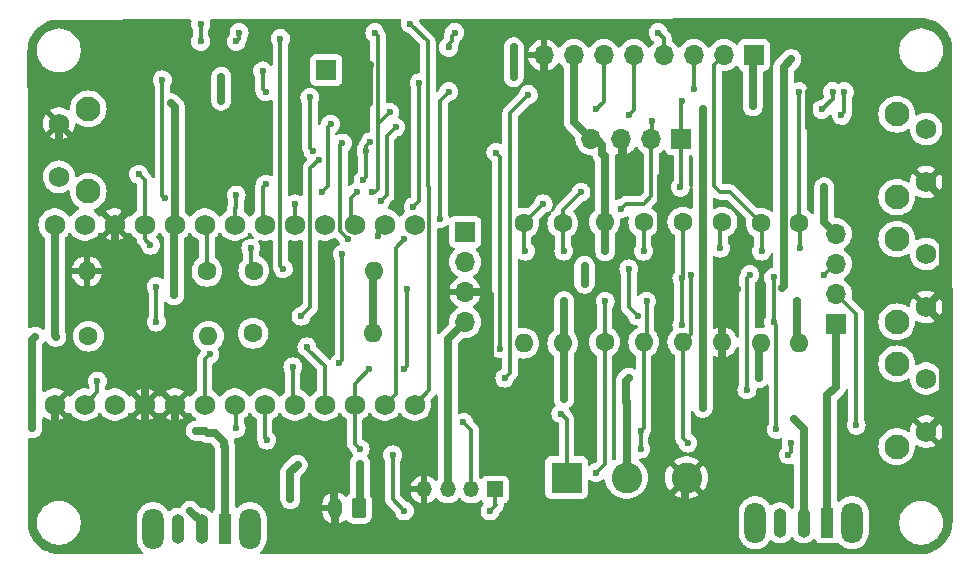
<source format=gbr>
%TF.GenerationSoftware,KiCad,Pcbnew,8.0.6-8.0.6-0~ubuntu24.04.1*%
%TF.CreationDate,2026-02-19T00:00:44-05:00*%
%TF.ProjectId,rook,726f6f6b-2e6b-4696-9361-645f70636258,rev?*%
%TF.SameCoordinates,Original*%
%TF.FileFunction,Copper,L2,Bot*%
%TF.FilePolarity,Positive*%
%FSLAX46Y46*%
G04 Gerber Fmt 4.6, Leading zero omitted, Abs format (unit mm)*
G04 Created by KiCad (PCBNEW 8.0.6-8.0.6-0~ubuntu24.04.1) date 2026-02-19 00:00:44*
%MOMM*%
%LPD*%
G01*
G04 APERTURE LIST*
G04 Aperture macros list*
%AMRoundRect*
0 Rectangle with rounded corners*
0 $1 Rounding radius*
0 $2 $3 $4 $5 $6 $7 $8 $9 X,Y pos of 4 corners*
0 Add a 4 corners polygon primitive as box body*
4,1,4,$2,$3,$4,$5,$6,$7,$8,$9,$2,$3,0*
0 Add four circle primitives for the rounded corners*
1,1,$1+$1,$2,$3*
1,1,$1+$1,$4,$5*
1,1,$1+$1,$6,$7*
1,1,$1+$1,$8,$9*
0 Add four rect primitives between the rounded corners*
20,1,$1+$1,$2,$3,$4,$5,0*
20,1,$1+$1,$4,$5,$6,$7,0*
20,1,$1+$1,$6,$7,$8,$9,0*
20,1,$1+$1,$8,$9,$2,$3,0*%
G04 Aperture macros list end*
%TA.AperFunction,ComponentPad*%
%ADD10O,1.200000X1.750000*%
%TD*%
%TA.AperFunction,ComponentPad*%
%ADD11RoundRect,0.250000X0.350000X0.625000X-0.350000X0.625000X-0.350000X-0.625000X0.350000X-0.625000X0*%
%TD*%
%TA.AperFunction,ComponentPad*%
%ADD12R,1.700000X1.700000*%
%TD*%
%TA.AperFunction,ComponentPad*%
%ADD13O,1.700000X1.700000*%
%TD*%
%TA.AperFunction,ComponentPad*%
%ADD14C,1.752600*%
%TD*%
%TA.AperFunction,ComponentPad*%
%ADD15O,1.600000X1.600000*%
%TD*%
%TA.AperFunction,ComponentPad*%
%ADD16C,1.600000*%
%TD*%
%TA.AperFunction,ComponentPad*%
%ADD17C,2.100000*%
%TD*%
%TA.AperFunction,ComponentPad*%
%ADD18C,1.750000*%
%TD*%
%TA.AperFunction,ComponentPad*%
%ADD19O,1.800000X3.500000*%
%TD*%
%TA.AperFunction,ComponentPad*%
%ADD20R,1.100000X2.500000*%
%TD*%
%TA.AperFunction,ComponentPad*%
%ADD21O,1.100000X2.500000*%
%TD*%
%TA.AperFunction,ComponentPad*%
%ADD22O,1.350000X1.350000*%
%TD*%
%TA.AperFunction,ComponentPad*%
%ADD23R,1.350000X1.350000*%
%TD*%
%TA.AperFunction,ComponentPad*%
%ADD24R,2.600000X2.600000*%
%TD*%
%TA.AperFunction,ComponentPad*%
%ADD25C,2.600000*%
%TD*%
%TA.AperFunction,ViaPad*%
%ADD26C,0.600000*%
%TD*%
%TA.AperFunction,Conductor*%
%ADD27C,0.700000*%
%TD*%
%TA.AperFunction,Conductor*%
%ADD28C,0.300000*%
%TD*%
G04 APERTURE END LIST*
D10*
%TO.P,J1,2,Pin_2*%
%TO.N,GND*%
X23400000Y-38750000D03*
D11*
%TO.P,J1,1,Pin_1*%
%TO.N,V_EXT*%
X25400000Y-38750000D03*
%TD*%
D12*
%TO.P,U5,1,BL*%
%TO.N,Backlight*%
X58840000Y-400000D03*
D13*
%TO.P,U5,2,CS*%
%TO.N,P0_8*%
X56300000Y-400000D03*
%TO.P,U5,3,DC*%
%TO.N,P0_6*%
X53760000Y-400000D03*
%TO.P,U5,4,RST*%
%TO.N,MESH_RST*%
X51220000Y-400000D03*
%TO.P,U5,5,MOSI*%
%TO.N,MOSI*%
X48680000Y-400000D03*
%TO.P,U5,6,SCK*%
%TO.N,SCK*%
X46140000Y-400000D03*
%TO.P,U5,7,VCC*%
%TO.N,3V3*%
X43600000Y-400000D03*
%TO.P,U5,8,GND*%
%TO.N,GND*%
X41060000Y-400000D03*
%TD*%
D14*
%TO.P,U2,26,GND*%
%TO.N,GND*%
X-360000Y-29990000D03*
%TO.P,U2,25,BAT*%
%TO.N,BAT*%
X-360000Y-14750000D03*
%TO.P,U2,24,BAT*%
X2180000Y-14750000D03*
%TO.P,U2,23,GND*%
%TO.N,GND*%
X4720000Y-14750000D03*
%TO.P,U2,22,RST*%
%TO.N,MESH_RST*%
X7260000Y-14750000D03*
%TO.P,U2,21,VCC*%
%TO.N,3V3*%
X9800000Y-14750000D03*
%TO.P,U2,20,AIN7/P0.31*%
%TO.N,MESH_BATT_MEASURE*%
X12340000Y-14750000D03*
%TO.P,U2,19,AIN5/P0.29*%
%TO.N,BUSY*%
X14880000Y-14750000D03*
%TO.P,U2,18,AIN0/P0.02*%
%TO.N,MISO*%
X17420000Y-14750000D03*
%TO.P,U2,17,P1.15*%
%TO.N,MOSI*%
X19960000Y-14750000D03*
%TO.P,U2,16,P1.13*%
%TO.N,LORA_CS*%
X22500000Y-14750000D03*
%TO.P,U2,15,P1.11*%
%TO.N,SCK*%
X25040000Y-14750000D03*
%TO.P,U2,14,NFC2/P0.10*%
%TO.N,DIO1*%
X27580000Y-14750000D03*
%TO.P,U2,13,NFC1/P0.09*%
%TO.N,LORA_RST*%
X30120000Y-14750000D03*
%TO.P,U2,12,P1.06*%
%TO.N,P1_06*%
X30120000Y-29990000D03*
%TO.P,U2,11,P1.04*%
%TO.N,SDA*%
X27580000Y-29990000D03*
%TO.P,U2,10,P0.11*%
%TO.N,SCL*%
X25040000Y-29990000D03*
%TO.P,U2,9,P1.00*%
%TO.N,BUTTON_A*%
X22500000Y-29990000D03*
%TO.P,U2,8,P0.24*%
%TO.N,GPS_EN*%
X19960000Y-29990000D03*
%TO.P,U2,7,P0.22*%
%TO.N,GPS_TX*%
X17420000Y-29990000D03*
%TO.P,U2,6,P0.20*%
%TO.N,GPS_RX*%
X14880000Y-29990000D03*
%TO.P,U2,5,P0.17*%
%TO.N,RF_SW*%
X12340000Y-29990000D03*
%TO.P,U2,4,GND*%
%TO.N,GND*%
X9800000Y-29990000D03*
%TO.P,U2,3,GND*%
X7260000Y-29990000D03*
%TO.P,U2,2,RX1/P0.08*%
%TO.N,P0_8*%
X4720000Y-29990000D03*
%TO.P,U2,1,TX0/P0.06*%
%TO.N,P0_6*%
X2180000Y-29990000D03*
%TD*%
D15*
%TO.P,R10,2*%
%TO.N,3V3*%
X46200000Y-14545000D03*
D16*
%TO.P,R10,1*%
%TO.N,P1_06*%
X46200000Y-24705000D03*
%TD*%
D17*
%TO.P,B3,*%
%TO.N,*%
X70935000Y-26537500D03*
X70935000Y-33547500D03*
D18*
%TO.P,B3,1,1*%
%TO.N,P0_8*%
X73425000Y-27787500D03*
%TO.P,B3,2,2*%
%TO.N,GND*%
X73425000Y-32287500D03*
%TD*%
D17*
%TO.P,B1,*%
%TO.N,*%
X70935000Y-5412500D03*
X70935000Y-12422500D03*
D18*
%TO.P,B1,1,1*%
%TO.N,BUTTON_A*%
X73425000Y-6662500D03*
%TO.P,B1,2,2*%
%TO.N,GND*%
X73425000Y-11162500D03*
%TD*%
D15*
%TO.P,R13,2*%
%TO.N,GND*%
X56142860Y-24705000D03*
D16*
%TO.P,R13,1*%
%TO.N,GPS_EN*%
X56142860Y-14545000D03*
%TD*%
D17*
%TO.P,B2,*%
%TO.N,*%
X70935000Y-15975000D03*
X70935000Y-22985000D03*
D18*
%TO.P,B2,1,1*%
%TO.N,P0_6*%
X73425000Y-17225000D03*
%TO.P,B2,2,2*%
%TO.N,GND*%
X73425000Y-21725000D03*
%TD*%
D15*
%TO.P,R21,2*%
%TO.N,3V3*%
X62700000Y-24790000D03*
D16*
%TO.P,R21,1*%
%TO.N,P0_6*%
X62700000Y-14630000D03*
%TD*%
D19*
%TO.P,TFT_BL1,*%
%TO.N,*%
X58950000Y-40000000D03*
X67150000Y-40000000D03*
D20*
%TO.P,TFT_BL1,1,Pin_1*%
%TO.N,3V3*%
X65050000Y-40000000D03*
D21*
%TO.P,TFT_BL1,2,Pin_2*%
%TO.N,Backlight*%
X63050000Y-40000000D03*
%TO.P,TFT_BL1,3,Pin_3*%
%TO.N,unconnected-(TFT_BL1-Pin_3-Pad3)*%
X61050000Y-40000000D03*
%TD*%
D12*
%TO.P,J11,4,Pin_4*%
%TO.N,SDA*%
X34400000Y-15380000D03*
D13*
%TO.P,J11,3,Pin_3*%
%TO.N,SCL*%
X34400000Y-17920000D03*
%TO.P,J11,2,Pin_2*%
%TO.N,GND*%
X34400000Y-20460000D03*
%TO.P,J11,1,Pin_1*%
%TO.N,3V3*%
X34400000Y-23000000D03*
%TD*%
D16*
%TO.P,R1,1*%
%TO.N,MESH_BATT_MEASURE*%
X12530000Y-18707145D03*
D15*
%TO.P,R1,2*%
%TO.N,GND*%
X2370000Y-18707145D03*
%TD*%
%TO.P,R23,2*%
%TO.N,3V3*%
X59450000Y-24780000D03*
D16*
%TO.P,R23,1*%
%TO.N,P0_8*%
X59450000Y-14620000D03*
%TD*%
D12*
%TO.P,J3,4,Pin_4*%
%TO.N,SDA*%
X52700000Y-7525000D03*
D13*
%TO.P,J3,3,Pin_3*%
%TO.N,SCL*%
X50160000Y-7525000D03*
%TO.P,J3,2,Pin_2*%
%TO.N,GND*%
X47620000Y-7525000D03*
%TO.P,J3,1,Pin_1*%
%TO.N,3V3*%
X45080000Y-7525000D03*
%TD*%
D15*
%TO.P,R3,2*%
%TO.N,3V3*%
X39350000Y-24800000D03*
D16*
%TO.P,R3,1*%
%TO.N,SCL*%
X39350000Y-14640000D03*
%TD*%
%TO.P,R2,1*%
%TO.N,BAT*%
X2500000Y-24200000D03*
D15*
%TO.P,R2,2*%
%TO.N,MESH_BATT_MEASURE*%
X12660000Y-24200000D03*
%TD*%
D22*
%TO.P,U4,1,GND*%
%TO.N,GND*%
X30925000Y-37175000D03*
%TO.P,U4,2,VCC*%
%TO.N,3V3*%
X32925000Y-37175000D03*
%TO.P,U4,3,SDA*%
%TO.N,SDA*%
X34925000Y-37175000D03*
D23*
%TO.P,U4,4,SCL*%
%TO.N,SCL*%
X36925000Y-37175000D03*
%TD*%
D15*
%TO.P,R11,2*%
%TO.N,GPS_TX*%
X52828570Y-24705000D03*
D16*
%TO.P,R11,1*%
%TO.N,Net-(J2-Pin_3)*%
X52828570Y-14545000D03*
%TD*%
%TO.P,R19,1*%
%TO.N,BUTTON_A*%
X16440000Y-23950000D03*
D15*
%TO.P,R19,2*%
%TO.N,3V3*%
X26600000Y-23950000D03*
%TD*%
D21*
%TO.P,J8,3,Pin_3*%
%TO.N,unconnected-(J8-Pin_3-Pad3)*%
X10075000Y-40500000D03*
%TO.P,J8,2,Pin_2*%
%TO.N,V_EXT*%
X12075000Y-40500000D03*
D20*
%TO.P,J8,1,Pin_1*%
%TO.N,BAT*%
X14075000Y-40500000D03*
D19*
%TO.P,J8,*%
%TO.N,*%
X16175000Y-40500000D03*
X7975000Y-40500000D03*
%TD*%
D24*
%TO.P,J7,1,Pin_1*%
%TO.N,P1_06*%
X42975000Y-36175000D03*
D25*
%TO.P,J7,2,Pin_2*%
%TO.N,3V3*%
X48055000Y-36175000D03*
%TO.P,J7,3,Pin_3*%
%TO.N,GND*%
X53135000Y-36175000D03*
%TD*%
D17*
%TO.P,RESET1,*%
%TO.N,*%
X2490000Y-11950000D03*
X2490000Y-4940000D03*
D18*
%TO.P,RESET1,1,1*%
%TO.N,MESH_RST*%
X0Y-10700000D03*
%TO.P,RESET1,2,2*%
%TO.N,GND*%
X0Y-6200000D03*
%TD*%
D12*
%TO.P,J4,1,Pin_1*%
%TO.N,ANT*%
X22640000Y-1670000D03*
%TD*%
D15*
%TO.P,R12,2*%
%TO.N,GPS_RX*%
X49514285Y-24705000D03*
D16*
%TO.P,R12,1*%
%TO.N,Net-(J2-Pin_2)*%
X49514285Y-14545000D03*
%TD*%
D15*
%TO.P,R14,2*%
%TO.N,3V3*%
X26660000Y-18650000D03*
D16*
%TO.P,R14,1*%
%TO.N,MESH_RST*%
X16500000Y-18650000D03*
%TD*%
D15*
%TO.P,R4,2*%
%TO.N,3V3*%
X42664285Y-24800000D03*
D16*
%TO.P,R4,1*%
%TO.N,SDA*%
X42664285Y-14640000D03*
%TD*%
D12*
%TO.P,J2,1,Pin_1*%
%TO.N,3V3*%
X65800000Y-23162500D03*
D13*
%TO.P,J2,2,Pin_2*%
%TO.N,Net-(J2-Pin_2)*%
X65800000Y-20622500D03*
%TO.P,J2,3,Pin_3*%
%TO.N,Net-(J2-Pin_3)*%
X65800000Y-18082500D03*
%TO.P,J2,4,Pin_4*%
%TO.N,GPS_GND*%
X65800000Y-15542500D03*
%TD*%
D26*
%TO.N,V_EXT*%
X20200000Y-35100000D03*
X19600000Y-38000000D03*
X11100000Y-39000000D03*
%TO.N,GPS_TX*%
X17600000Y-33000000D03*
%TO.N,BAT*%
X11600000Y-32200000D03*
X-2250000Y-32000000D03*
%TO.N,SDA*%
X52600000Y-11600000D03*
%TO.N,SCL*%
X47600000Y-13400000D03*
%TO.N,SDA*%
X44200000Y-12000000D03*
%TO.N,SCL*%
X41000000Y-13000000D03*
%TO.N,GPS_GND*%
X64800000Y-11600000D03*
%TO.N,GND*%
X5600000Y-8800000D03*
%TO.N,GPS_EN*%
X19800000Y-26800000D03*
%TO.N,SCL*%
X29500000Y-20200000D03*
%TO.N,GND*%
X57400000Y-20200000D03*
%TO.N,3V3*%
X38500000Y-2250000D03*
X43600000Y-2000000D03*
X38500000Y250000D03*
%TO.N,Net-(J2-Pin_2)*%
X67500000Y-31750000D03*
%TO.N,GPS_TX*%
X53501103Y-18999596D03*
%TO.N,GPS_RX*%
X49750000Y-21250000D03*
%TO.N,P1_06*%
X46250000Y-21250000D03*
%TO.N,Net-(J2-Pin_2)*%
X49500000Y-17000000D03*
%TO.N,LORA_RST*%
X33000000Y-3500000D03*
X32250000Y-14250000D03*
%TO.N,BUTTON_A*%
X21000000Y-25100000D03*
%TO.N,GND*%
X4750000Y-18650000D03*
%TO.N,MESH_BATT_MEASURE*%
X8250000Y-20000000D03*
X8250000Y-23000000D03*
%TO.N,3V3*%
X9750000Y-20750000D03*
X26600000Y-21250000D03*
%TO.N,SCL*%
X29250000Y-27000000D03*
X26250000Y-27000000D03*
%TO.N,SDA*%
X29250000Y-16000000D03*
%TO.N,3V3*%
X42750000Y-21250000D03*
%TO.N,SCL*%
X28250000Y-34250000D03*
X29250000Y-39000000D03*
X36500000Y-39000000D03*
X25500000Y-33750000D03*
%TO.N,SDA*%
X34250000Y-31500000D03*
%TO.N,P1_06*%
X42500000Y-30750000D03*
%TO.N,3V3*%
X44500000Y-18250000D03*
X44500000Y-19750000D03*
%TO.N,SCL*%
X39500000Y-17000000D03*
%TO.N,SDA*%
X42750000Y-17000000D03*
%TO.N,DIO1*%
X24494191Y-16013448D03*
X27000000Y-15750000D03*
X24000000Y-7850000D03*
%TO.N,MISO*%
X21250000Y-3990000D03*
X17250000Y-1750000D03*
X17500000Y-3500000D03*
X21500000Y-8500000D03*
X26000000Y-8500000D03*
X26350000Y-7750000D03*
X17500000Y-11350000D03*
X25750000Y-11000000D03*
%TO.N,LORA_CS*%
X30000000Y-13250000D03*
X30500000Y-2750000D03*
%TO.N,GND*%
X26300000Y-1250000D03*
X26250000Y-4500000D03*
%TO.N,BUSY*%
X15000000Y-12250000D03*
%TO.N,MOSI*%
X8750000Y-2500000D03*
X8950000Y-12533012D03*
%TO.N,BUSY*%
X22250000Y-12000000D03*
X23000000Y-6250000D03*
%TO.N,SCK*%
X15000000Y750000D03*
X26750000Y1500000D03*
X15250000Y1500000D03*
%TO.N,MESH_RST*%
X33000000Y250000D03*
X33500000Y1500000D03*
X18750000Y1000000D03*
%TO.N,P1_06*%
X12000000Y750000D03*
X12000000Y2250000D03*
X29750000Y2250000D03*
%TO.N,Net-(J2-Pin_2)*%
X49000000Y-22500000D03*
X48250000Y-18500000D03*
%TO.N,Net-(J2-Pin_3)*%
X52750000Y-23250000D03*
X60500000Y-19230000D03*
X64750000Y-19000000D03*
X60500000Y-23000000D03*
X60750000Y-32100000D03*
X52750000Y-19275000D03*
%TO.N,GPS_RX*%
X49250000Y-33750000D03*
X62000000Y-33250000D03*
X61750000Y-34250000D03*
%TO.N,GPS_TX*%
X53250000Y-33250000D03*
%TO.N,GPS_RX*%
X15000000Y-32000000D03*
X49250000Y-32250000D03*
%TO.N,3V3*%
X59250000Y-27750000D03*
X48250000Y-27750000D03*
%TO.N,RF_SW*%
X37000000Y-8650000D03*
X12750000Y-25750000D03*
X37350000Y-25250000D03*
%TO.N,GPS_EN*%
X24000000Y-17250000D03*
X23750000Y-26500000D03*
X56000000Y-16750000D03*
%TO.N,3V3*%
X62500000Y-21250000D03*
%TO.N,P1_06*%
X45500000Y-35750000D03*
%TO.N,GND*%
X51000000Y-21250000D03*
X51000000Y-10750000D03*
%TO.N,SDA*%
X52750000Y-4250000D03*
%TO.N,P0_6*%
X62650000Y-3500000D03*
%TO.N,SDA*%
X64600000Y-5000000D03*
X65500000Y-3500000D03*
%TO.N,SCL*%
X66250000Y-5500000D03*
X66500000Y-3500000D03*
X50250000Y-6000000D03*
%TO.N,Backlight*%
X54500000Y-30250000D03*
X62250000Y-31250000D03*
X54500000Y-5000000D03*
X58750000Y-4750000D03*
%TO.N,SCK*%
X28000000Y-5250000D03*
X25250000Y-12000000D03*
X26500000Y-12000000D03*
X45500000Y-5000000D03*
%TO.N,MOSI*%
X27250000Y-12750000D03*
X28500000Y-6500000D03*
X20000000Y-13000000D03*
X48250000Y-5500000D03*
%TO.N,MESH_RST*%
X6750000Y-10500000D03*
X16250000Y-16750000D03*
X7750000Y-16500000D03*
X19000000Y-18500000D03*
X50750000Y1500000D03*
%TO.N,P0_8*%
X59500000Y-17000000D03*
X58500000Y-19000000D03*
X58250000Y-28750000D03*
%TO.N,P0_6*%
X37750000Y-27750000D03*
X3250000Y-28000000D03*
X39750000Y-3750000D03*
X53750000Y-3250000D03*
X62750000Y-16750000D03*
%TO.N,BUTTON_A*%
X22000000Y-9250000D03*
X20500000Y-22500000D03*
%TO.N,BAT*%
X-250000Y-24250000D03*
X-2000000Y-24250000D03*
%TO.N,V_EXT*%
X25500000Y-35000000D03*
%TO.N,3V3*%
X42750000Y-29500000D03*
X48000000Y-29750000D03*
X62000000Y-750000D03*
X61250000Y-20080000D03*
X65750000Y-28500000D03*
X46250000Y-17000000D03*
X13750000Y-2250000D03*
X9500000Y-4500000D03*
X13750000Y-4250000D03*
%TO.N,GND*%
X16250000Y-4500000D03*
X16000000Y-2000000D03*
X20000000Y-2250000D03*
X20000000Y-4500000D03*
X36500000Y-34250000D03*
X39750000Y-34250000D03*
X39750000Y-41500000D03*
X66000000Y-6500000D03*
X63500000Y-3500000D03*
X56750000Y-6500000D03*
X63500000Y-6500000D03*
X56750000Y-10750000D03*
X47750000Y-10750000D03*
X41250000Y-10750000D03*
X56000000Y-36000000D03*
X53000000Y-41250000D03*
X0Y-8250000D03*
X7250000Y-27000000D03*
X4750000Y-27000000D03*
X9750000Y-36750000D03*
X7250000Y-36750000D03*
X23250000Y-36750000D03*
X-250000Y-36750000D03*
%TD*%
D27*
%TO.N,V_EXT*%
X12075000Y-39975000D02*
X12075000Y-40500000D01*
X11100000Y-39000000D02*
X12075000Y-39975000D01*
X19600000Y-35700000D02*
X20200000Y-35100000D01*
X19600000Y-38000000D02*
X19600000Y-35700000D01*
D28*
%TO.N,GPS_TX*%
X17600000Y-33000000D02*
X17420000Y-32820000D01*
X17420000Y-32820000D02*
X17420000Y-29990000D01*
D27*
%TO.N,BAT*%
X12400000Y-32200000D02*
X11600000Y-32200000D01*
X12600000Y-32400000D02*
X12400000Y-32200000D01*
X13200000Y-32400000D02*
X12600000Y-32400000D01*
X14000000Y-33500000D02*
X14000000Y-33200000D01*
X14000000Y-33200000D02*
X13200000Y-32400000D01*
X-2250000Y-32000000D02*
X-2250000Y-24500000D01*
%TO.N,GND*%
X36500000Y-20750000D02*
X36210000Y-20460000D01*
X36210000Y-20460000D02*
X34400000Y-20460000D01*
D28*
%TO.N,P0_8*%
X56000000Y-12000000D02*
X56830000Y-12000000D01*
X56830000Y-12000000D02*
X59450000Y-14620000D01*
%TO.N,SDA*%
X52650000Y-11550000D02*
X52600000Y-11600000D01*
X52700000Y-11550000D02*
X52650000Y-11550000D01*
%TO.N,SCL*%
X48000000Y-13000000D02*
X47600000Y-13400000D01*
X49500000Y-13000000D02*
X48000000Y-13000000D01*
%TO.N,SDA*%
X42664285Y-14640000D02*
X42664285Y-13535715D01*
X42664285Y-13535715D02*
X44200000Y-12000000D01*
%TO.N,SCL*%
X39350000Y-14640000D02*
X39360000Y-14640000D01*
X39360000Y-14640000D02*
X41000000Y-13000000D01*
D27*
%TO.N,GPS_GND*%
X64800000Y-11600000D02*
X64800000Y-14542500D01*
D28*
%TO.N,SDA*%
X64600000Y-5000000D02*
X65500000Y-4100000D01*
X65500000Y-4100000D02*
X65500000Y-3500000D01*
D27*
%TO.N,GND*%
X23400000Y-40600000D02*
X24400000Y-41600000D01*
X23400000Y-38750000D02*
X23400000Y-40600000D01*
X25000000Y-41600000D02*
X25100000Y-41500000D01*
X24400000Y-41600000D02*
X25000000Y-41600000D01*
X25100000Y-41500000D02*
X39750000Y-41500000D01*
X5600000Y-8800000D02*
X5600000Y-13870000D01*
X5600000Y-13870000D02*
X4720000Y-14750000D01*
D28*
%TO.N,GPS_EN*%
X19800000Y-26800000D02*
X19800000Y-29830000D01*
X19800000Y-29830000D02*
X19960000Y-29990000D01*
%TO.N,SCL*%
X29500000Y-20200000D02*
X29500000Y-26750000D01*
X29500000Y-26750000D02*
X29250000Y-27000000D01*
D27*
%TO.N,GND*%
X56142860Y-21457140D02*
X57400000Y-20200000D01*
X56142860Y-24705000D02*
X56142860Y-21457140D01*
%TO.N,3V3*%
X43600000Y-400000D02*
X43600000Y-2000000D01*
X38500000Y250000D02*
X38500000Y-2250000D01*
X43600000Y-2000000D02*
X43600000Y-6045000D01*
D28*
%TO.N,Net-(J2-Pin_2)*%
X67500000Y-31750000D02*
X67500000Y-22322500D01*
X67500000Y-22322500D02*
X65800000Y-20622500D01*
%TO.N,GPS_TX*%
X53501103Y-18999596D02*
X53501103Y-24032467D01*
X53501103Y-24032467D02*
X52828570Y-24705000D01*
%TO.N,GPS_RX*%
X49750000Y-24469285D02*
X49750000Y-21250000D01*
X49514285Y-24705000D02*
X49750000Y-24469285D01*
%TO.N,P1_06*%
X46200000Y-21300000D02*
X46250000Y-21250000D01*
X46200000Y-24705000D02*
X46200000Y-21300000D01*
%TO.N,Net-(J2-Pin_2)*%
X49514285Y-16985715D02*
X49500000Y-17000000D01*
X49514285Y-14545000D02*
X49514285Y-16985715D01*
%TO.N,Net-(J2-Pin_3)*%
X52828570Y-14545000D02*
X52828570Y-19196430D01*
X52828570Y-19196430D02*
X52750000Y-19275000D01*
%TO.N,LORA_RST*%
X32250000Y-4250000D02*
X33000000Y-3500000D01*
X32250000Y-14250000D02*
X32250000Y-4250000D01*
%TO.N,BUTTON_A*%
X22500000Y-29990000D02*
X22500000Y-26750000D01*
X21000000Y-25250000D02*
X21000000Y-25100000D01*
X22500000Y-26750000D02*
X21000000Y-25250000D01*
%TO.N,MESH_BATT_MEASURE*%
X8250000Y-23000000D02*
X8250000Y-20000000D01*
D27*
%TO.N,3V3*%
X9750000Y-20750000D02*
X9750000Y-14800000D01*
X9750000Y-14800000D02*
X9800000Y-14750000D01*
X26600000Y-23950000D02*
X26600000Y-18710000D01*
X26600000Y-18710000D02*
X26660000Y-18650000D01*
D28*
%TO.N,MESH_BATT_MEASURE*%
X12530000Y-18707145D02*
X12530000Y-14940000D01*
X12530000Y-14940000D02*
X12340000Y-14750000D01*
%TO.N,SCL*%
X26250000Y-27000000D02*
X25040000Y-28210000D01*
X25040000Y-28210000D02*
X25040000Y-29990000D01*
%TO.N,SDA*%
X29250000Y-16000000D02*
X28500000Y-16750000D01*
X28500000Y-16750000D02*
X28500000Y-29070000D01*
X28500000Y-29070000D02*
X27580000Y-29990000D01*
D27*
%TO.N,3V3*%
X42750000Y-21250000D02*
X42750000Y-24444285D01*
X42750000Y-24444285D02*
X42664285Y-24530000D01*
D28*
%TO.N,SCL*%
X36500000Y-39000000D02*
X37000000Y-38500000D01*
X37000000Y-38500000D02*
X36925000Y-38425000D01*
X36925000Y-38425000D02*
X36925000Y-37175000D01*
X28250000Y-34250000D02*
X28250000Y-38000000D01*
X28250000Y-38000000D02*
X29250000Y-39000000D01*
X25040000Y-33290000D02*
X25500000Y-33750000D01*
X25040000Y-29990000D02*
X25040000Y-33290000D01*
%TO.N,SDA*%
X34925000Y-37175000D02*
X34925000Y-32175000D01*
X34925000Y-32175000D02*
X34250000Y-31500000D01*
%TO.N,P1_06*%
X42975000Y-31225000D02*
X42500000Y-30750000D01*
X42975000Y-36175000D02*
X42975000Y-31225000D01*
D27*
%TO.N,3V3*%
X44500000Y-19750000D02*
X44500000Y-18250000D01*
D28*
%TO.N,SCL*%
X39350000Y-16850000D02*
X39500000Y-17000000D01*
X39350000Y-14370000D02*
X39350000Y-16850000D01*
%TO.N,SDA*%
X42664285Y-16914285D02*
X42750000Y-17000000D01*
X42664285Y-14370000D02*
X42664285Y-16914285D01*
X52700000Y-7525000D02*
X52700000Y-11550000D01*
X42750000Y-14284285D02*
X42664285Y-14370000D01*
D27*
%TO.N,3V3*%
X45525000Y-7525000D02*
X46000000Y-8000000D01*
X46000000Y-8000000D02*
X46000000Y-8750000D01*
X45080000Y-7525000D02*
X45525000Y-7525000D01*
X46000000Y-8750000D02*
X46200000Y-8950000D01*
X46200000Y-8950000D02*
X46200000Y-14545000D01*
D28*
%TO.N,SCL*%
X50160000Y-7525000D02*
X50160000Y-12340000D01*
X50160000Y-12340000D02*
X49500000Y-13000000D01*
X39500000Y-14220000D02*
X39350000Y-14370000D01*
%TO.N,DIO1*%
X23813700Y-15332957D02*
X24494191Y-16013448D01*
X24000000Y-7850000D02*
X23813700Y-8036300D01*
X23813700Y-8036300D02*
X23813700Y-15332957D01*
X27000000Y-15750000D02*
X27000000Y-15330000D01*
X27000000Y-15330000D02*
X27580000Y-14750000D01*
%TO.N,MISO*%
X17250000Y-2750000D02*
X17250000Y-3250000D01*
X26000000Y-8100000D02*
X26000000Y-8500000D01*
X21250000Y-8250000D02*
X21500000Y-8500000D01*
X21250000Y-3990000D02*
X21250000Y-8000000D01*
X21250000Y-8000000D02*
X21250000Y-8250000D01*
X17250000Y-3250000D02*
X17500000Y-3500000D01*
X17250000Y-1750000D02*
X17250000Y-2750000D01*
X26000000Y-8500000D02*
X26000000Y-10750000D01*
X17250000Y-14580000D02*
X17420000Y-14750000D01*
X26000000Y-10750000D02*
X25750000Y-11000000D01*
X26350000Y-7750000D02*
X26000000Y-8100000D01*
X17500000Y-11350000D02*
X17250000Y-11600000D01*
X17250000Y-11600000D02*
X17250000Y-14580000D01*
%TO.N,LORA_CS*%
X30500000Y-2750000D02*
X30500000Y-8250000D01*
X30500000Y-8250000D02*
X30500000Y-12750000D01*
X30500000Y-12750000D02*
X30000000Y-13250000D01*
D27*
%TO.N,GND*%
X26250000Y-1300000D02*
X26300000Y-1250000D01*
X26250000Y-4500000D02*
X26250000Y-1300000D01*
D28*
%TO.N,BUSY*%
X14880000Y-13500000D02*
X14880000Y-13370000D01*
X15000000Y-13380000D02*
X14880000Y-13500000D01*
X14880000Y-14750000D02*
X14880000Y-13500000D01*
X15000000Y-12250000D02*
X15000000Y-13380000D01*
%TO.N,MOSI*%
X8750000Y-12333012D02*
X8950000Y-12533012D01*
X8750000Y-2500000D02*
X8750000Y-12333012D01*
%TO.N,BUSY*%
X22750000Y-11250000D02*
X22750000Y-6500000D01*
X22750000Y-11500000D02*
X22750000Y-11250000D01*
X22250000Y-12000000D02*
X22750000Y-11500000D01*
X22750000Y-6500000D02*
X23000000Y-6250000D01*
%TO.N,SCK*%
X15250000Y1000000D02*
X15000000Y750000D01*
X15250000Y1500000D02*
X15250000Y1000000D01*
X27000000Y-2500000D02*
X27000000Y1000000D01*
X27000000Y1250000D02*
X26750000Y1500000D01*
X27000000Y1000000D02*
X27000000Y1250000D01*
%TO.N,MESH_RST*%
X33250000Y750000D02*
X33000000Y500000D01*
X33000000Y500000D02*
X33000000Y250000D01*
X33500000Y1500000D02*
X33250000Y1250000D01*
X33250000Y1250000D02*
X33250000Y750000D01*
X18733700Y-2250000D02*
X18733700Y-18233700D01*
X18733700Y-2016300D02*
X18733700Y-2250000D01*
X18750000Y1000000D02*
X18750000Y-2233700D01*
X18750000Y-2233700D02*
X18733700Y-2250000D01*
%TO.N,SCK*%
X27000000Y-6250000D02*
X27000000Y-2500000D01*
%TO.N,P1_06*%
X31250000Y750000D02*
X29750000Y2250000D01*
X31346300Y-11596300D02*
X31250000Y-11500000D01*
X31250000Y-11500000D02*
X31250000Y750000D01*
X30120000Y-29990000D02*
X31346300Y-28763700D01*
X31346300Y-28763700D02*
X31346300Y-11596300D01*
X12000000Y2250000D02*
X12000000Y750000D01*
%TO.N,Net-(J2-Pin_2)*%
X48250000Y-21750000D02*
X49000000Y-22500000D01*
X48250000Y-18500000D02*
X48250000Y-21750000D01*
%TO.N,Net-(J2-Pin_3)*%
X52750000Y-23250000D02*
X52750000Y-19275000D01*
X60500000Y-19230000D02*
X60500000Y-23000000D01*
X65800000Y-18082500D02*
X65667500Y-18082500D01*
X65667500Y-18082500D02*
X64750000Y-19000000D01*
X60750000Y-23250000D02*
X60500000Y-23000000D01*
X60750000Y-32100000D02*
X60750000Y-23250000D01*
%TO.N,GPS_RX*%
X62000000Y-33250000D02*
X62000000Y-34000000D01*
X62000000Y-34000000D02*
X61750000Y-34250000D01*
X49250000Y-33750000D02*
X49250000Y-32250000D01*
%TO.N,GPS_TX*%
X52828570Y-32828570D02*
X53250000Y-33250000D01*
X52828570Y-24705000D02*
X52828570Y-32828570D01*
%TO.N,GPS_RX*%
X15000000Y-32000000D02*
X15000000Y-30110000D01*
X49514285Y-24705000D02*
X49514285Y-31985715D01*
X49514285Y-31985715D02*
X49250000Y-32250000D01*
X15000000Y-30110000D02*
X14880000Y-29990000D01*
D27*
%TO.N,3V3*%
X48000000Y-29750000D02*
X48000000Y-28000000D01*
X48000000Y-28000000D02*
X48250000Y-27750000D01*
X59250000Y-27750000D02*
X59250000Y-24980000D01*
X59250000Y-24980000D02*
X59450000Y-24780000D01*
D28*
%TO.N,RF_SW*%
X37350000Y-9000000D02*
X37000000Y-8650000D01*
X37350000Y-25250000D02*
X37350000Y-9000000D01*
X12340000Y-26160000D02*
X12750000Y-25750000D01*
X12340000Y-29990000D02*
X12340000Y-26160000D01*
%TO.N,GPS_EN*%
X24000000Y-17250000D02*
X24000000Y-26250000D01*
X24000000Y-26250000D02*
X23750000Y-26500000D01*
X56000000Y-16750000D02*
X56000000Y-14687860D01*
X56000000Y-14687860D02*
X56142860Y-14545000D01*
D27*
%TO.N,3V3*%
X62500000Y-21250000D02*
X62500000Y-24590000D01*
X62500000Y-24590000D02*
X62700000Y-24790000D01*
D28*
%TO.N,P1_06*%
X46200000Y-35050000D02*
X45500000Y-35750000D01*
X46200000Y-24705000D02*
X46200000Y-35050000D01*
D27*
%TO.N,GND*%
X51000000Y-10750000D02*
X51000000Y-21250000D01*
%TO.N,GPS_GND*%
X64800000Y-14542500D02*
X65800000Y-15542500D01*
D28*
%TO.N,SDA*%
X52750000Y-4250000D02*
X52700000Y-4300000D01*
X52700000Y-4300000D02*
X52700000Y-7525000D01*
%TO.N,P0_6*%
X62700000Y-3550000D02*
X62700000Y-14630000D01*
X62650000Y-3500000D02*
X62700000Y-3550000D01*
%TO.N,SCL*%
X66500000Y-5250000D02*
X66250000Y-5500000D01*
X50250000Y-7435000D02*
X50160000Y-7525000D01*
X66500000Y-3500000D02*
X66500000Y-5250000D01*
X50250000Y-6000000D02*
X50250000Y-7435000D01*
D27*
%TO.N,Backlight*%
X63050000Y-32050000D02*
X62250000Y-31250000D01*
X63050000Y-40000000D02*
X63050000Y-32050000D01*
X54500000Y-30250000D02*
X54500000Y-5000000D01*
X58750000Y-4750000D02*
X58750000Y-490000D01*
X58750000Y-490000D02*
X58840000Y-400000D01*
D28*
%TO.N,P0_8*%
X59500000Y-14570000D02*
X59450000Y-14620000D01*
X56300000Y-400000D02*
X55450000Y-1250000D01*
X55450000Y-1250000D02*
X55450000Y-11450000D01*
X55450000Y-11450000D02*
X56000000Y-12000000D01*
%TO.N,SCK*%
X24750000Y-12500000D02*
X24750000Y-14460000D01*
X26750000Y-12000000D02*
X26500000Y-12000000D01*
X28000000Y-5250000D02*
X27000000Y-6250000D01*
X27000000Y-6250000D02*
X27000000Y-11750000D01*
X27000000Y-11750000D02*
X26750000Y-12000000D01*
X25250000Y-12000000D02*
X24750000Y-12500000D01*
X24750000Y-14460000D02*
X25040000Y-14750000D01*
X46140000Y-4360000D02*
X45500000Y-5000000D01*
X46140000Y-400000D02*
X46140000Y-4360000D01*
%TO.N,MOSI*%
X27750000Y-12250000D02*
X27250000Y-12750000D01*
X27750000Y-7250000D02*
X27750000Y-12250000D01*
X28500000Y-6500000D02*
X27750000Y-7250000D01*
X20000000Y-13000000D02*
X20000000Y-14710000D01*
X20000000Y-14710000D02*
X19960000Y-14750000D01*
X48680000Y-5070000D02*
X48250000Y-5500000D01*
X48680000Y-400000D02*
X48680000Y-5070000D01*
%TO.N,MESH_RST*%
X7260000Y-11010000D02*
X6750000Y-10500000D01*
X7260000Y-14750000D02*
X7260000Y-11010000D01*
X7260000Y-14750000D02*
X7260000Y-16010000D01*
X7260000Y-16010000D02*
X7750000Y-16500000D01*
X16250000Y-16750000D02*
X16250000Y-18400000D01*
X16250000Y-18400000D02*
X16500000Y-18650000D01*
X51220000Y-400000D02*
X51220000Y1030000D01*
X51220000Y1030000D02*
X50750000Y1500000D01*
X18733700Y-18233700D02*
X19000000Y-18500000D01*
%TO.N,P0_8*%
X59500000Y-14670000D02*
X59450000Y-14620000D01*
X59500000Y-17000000D02*
X59500000Y-14670000D01*
X58250000Y-28750000D02*
X58250000Y-19250000D01*
X58250000Y-19250000D02*
X58500000Y-19000000D01*
%TO.N,P0_6*%
X38200000Y-5300000D02*
X38200000Y-27300000D01*
X39750000Y-3750000D02*
X38200000Y-5300000D01*
X3250000Y-28000000D02*
X3250000Y-28920000D01*
X38200000Y-27300000D02*
X37750000Y-27750000D01*
X3250000Y-28920000D02*
X2180000Y-29990000D01*
X53750000Y-3250000D02*
X53750000Y-410000D01*
X53750000Y-410000D02*
X53760000Y-400000D01*
X62750000Y-16750000D02*
X62750000Y-14680000D01*
X62750000Y-14680000D02*
X62700000Y-14630000D01*
%TO.N,BUTTON_A*%
X22000000Y-9250000D02*
X21273700Y-9976300D01*
X21273700Y-9976300D02*
X21273700Y-21726300D01*
X21273700Y-21726300D02*
X20500000Y-22500000D01*
D27*
%TO.N,BAT*%
X-360000Y-14750000D02*
X-360000Y-24140000D01*
X-360000Y-24140000D02*
X-250000Y-24250000D01*
X-2250000Y-24500000D02*
X-2000000Y-24250000D01*
X14075000Y-33575000D02*
X14000000Y-33500000D01*
X14075000Y-40500000D02*
X14075000Y-33575000D01*
%TO.N,V_EXT*%
X25500000Y-38650000D02*
X25400000Y-38750000D01*
X25500000Y-35000000D02*
X25500000Y-38650000D01*
%TO.N,3V3*%
X32925000Y-37175000D02*
X32925000Y-24475000D01*
X32925000Y-24475000D02*
X34400000Y-23000000D01*
X48055000Y-36175000D02*
X48055000Y-29805000D01*
X48055000Y-29805000D02*
X48000000Y-29750000D01*
X42750000Y-29500000D02*
X42750000Y-24615715D01*
X42750000Y-24615715D02*
X42664285Y-24530000D01*
X61350000Y-19980000D02*
X61250000Y-20080000D01*
X62000000Y-750000D02*
X61350000Y-1400000D01*
X61350000Y-1400000D02*
X61350000Y-19980000D01*
X43600000Y-6045000D02*
X45080000Y-7525000D01*
X65050000Y-40000000D02*
X65050000Y-29200000D01*
X65050000Y-29200000D02*
X65750000Y-28500000D01*
X62750000Y-24840000D02*
X62700000Y-24790000D01*
X65800000Y-23162500D02*
X65800000Y-28450000D01*
X65800000Y-28450000D02*
X65750000Y-28500000D01*
X46250000Y-17000000D02*
X46250000Y-14595000D01*
X46250000Y-14595000D02*
X46200000Y-14545000D01*
X9800000Y-4800000D02*
X9800000Y-14750000D01*
X9500000Y-4500000D02*
X9800000Y-4800000D01*
X13750000Y-2250000D02*
X13750000Y-4250000D01*
%TO.N,GND*%
X16000000Y-4250000D02*
X16250000Y-4500000D01*
X16000000Y-2000000D02*
X16000000Y-4250000D01*
X20000000Y-4500000D02*
X20000000Y-2250000D01*
X39750000Y-34250000D02*
X39750000Y-41500000D01*
X36500000Y-20750000D02*
X36500000Y-34250000D01*
X73425000Y-32287500D02*
X74850000Y-30862500D01*
X74850000Y-30862500D02*
X74850000Y-23150000D01*
X74850000Y-23150000D02*
X73425000Y-21725000D01*
X73425000Y-21725000D02*
X74850000Y-20300000D01*
X74850000Y-20300000D02*
X74850000Y-12587500D01*
X74850000Y-12587500D02*
X73425000Y-11162500D01*
X63500000Y-6500000D02*
X63500000Y-3500000D01*
X56750000Y-10750000D02*
X56750000Y-6500000D01*
X47750000Y-10750000D02*
X47750000Y-7655000D01*
X47750000Y-7655000D02*
X47620000Y-7525000D01*
X41060000Y-400000D02*
X41060000Y-10560000D01*
X41060000Y-10560000D02*
X41250000Y-10750000D01*
X56142860Y-35857140D02*
X56000000Y-36000000D01*
X56142860Y-24705000D02*
X56142860Y-35857140D01*
X53000000Y-36310000D02*
X53135000Y-36175000D01*
X53000000Y-41250000D02*
X53000000Y-36310000D01*
X0Y-6200000D02*
X0Y-8250000D01*
X7250000Y-29980000D02*
X7260000Y-29990000D01*
X4720000Y-14750000D02*
X4720000Y-26970000D01*
X4720000Y-26970000D02*
X4750000Y-27000000D01*
X7250000Y-27000000D02*
X7250000Y-29980000D01*
X9800000Y-29990000D02*
X9800000Y-36700000D01*
X9800000Y-36700000D02*
X9750000Y-36750000D01*
X7260000Y-29990000D02*
X7260000Y-36740000D01*
X7260000Y-36740000D02*
X7250000Y-36750000D01*
X-360000Y-29990000D02*
X-360000Y-36640000D01*
X-360000Y-36640000D02*
X-250000Y-36750000D01*
X23250000Y-36750000D02*
X23250000Y-38600000D01*
X23250000Y-38600000D02*
X23400000Y-38750000D01*
X56250000Y-24597860D02*
X56142860Y-24705000D01*
%TD*%
%TA.AperFunction,Conductor*%
%TO.N,GND*%
G36*
X75581143Y696258D02*
G01*
X75584237Y682701D01*
X75594658Y621367D01*
X75541762Y832948D01*
X75581143Y696258D01*
G37*
%TD.AperFunction*%
%TD*%
%TA.AperFunction,Conductor*%
%TO.N,GND*%
G36*
X9291116Y-30200787D02*
G01*
X9363011Y-30325313D01*
X9464687Y-30426989D01*
X9589213Y-30498884D01*
X9632949Y-30510603D01*
X9018088Y-31125462D01*
X9018089Y-31125463D01*
X9044651Y-31146137D01*
X9044652Y-31146139D01*
X9245250Y-31254698D01*
X9245255Y-31254700D01*
X9460976Y-31328757D01*
X9685958Y-31366300D01*
X9914042Y-31366300D01*
X10139023Y-31328757D01*
X10354744Y-31254700D01*
X10354749Y-31254698D01*
X10555346Y-31146139D01*
X10555349Y-31146137D01*
X10581910Y-31125463D01*
X9967050Y-30510603D01*
X10010787Y-30498884D01*
X10135313Y-30426989D01*
X10236989Y-30325313D01*
X10308884Y-30200787D01*
X10320603Y-30157050D01*
X10934063Y-30770511D01*
X10965891Y-30721795D01*
X11019037Y-30676438D01*
X11088268Y-30667014D01*
X11151604Y-30696515D01*
X11173509Y-30721795D01*
X11249787Y-30838548D01*
X11404319Y-31006413D01*
X11404323Y-31006417D01*
X11564170Y-31130830D01*
X11604983Y-31187541D01*
X11608658Y-31257314D01*
X11574027Y-31317997D01*
X11512200Y-31350301D01*
X11351923Y-31382182D01*
X11351917Y-31382184D01*
X11197139Y-31446295D01*
X11057837Y-31539373D01*
X10939373Y-31657837D01*
X10846295Y-31797139D01*
X10782184Y-31951917D01*
X10782182Y-31951925D01*
X10749500Y-32116228D01*
X10749500Y-32283771D01*
X10782182Y-32448074D01*
X10782184Y-32448082D01*
X10846295Y-32602860D01*
X10939373Y-32742162D01*
X11057837Y-32860626D01*
X11150494Y-32922537D01*
X11197137Y-32953703D01*
X11351918Y-33017816D01*
X11516228Y-33050499D01*
X11516232Y-33050500D01*
X11516233Y-33050500D01*
X12005066Y-33050500D01*
X12072105Y-33070185D01*
X12073957Y-33071398D01*
X12197132Y-33153701D01*
X12197133Y-33153701D01*
X12197137Y-33153704D01*
X12284144Y-33189743D01*
X12351918Y-33217816D01*
X12513699Y-33249996D01*
X12516228Y-33250499D01*
X12516232Y-33250500D01*
X12516233Y-33250500D01*
X12516234Y-33250500D01*
X12683767Y-33250500D01*
X12796349Y-33250500D01*
X12863388Y-33270185D01*
X12884030Y-33286819D01*
X13115085Y-33517874D01*
X13148570Y-33579197D01*
X13149021Y-33581364D01*
X13182182Y-33748075D01*
X13182185Y-33748086D01*
X13197627Y-33785362D01*
X13197628Y-33785368D01*
X13197629Y-33785368D01*
X13215061Y-33827453D01*
X13224500Y-33874905D01*
X13224500Y-38787679D01*
X13204815Y-38854718D01*
X13174813Y-38886944D01*
X13167459Y-38892449D01*
X13167451Y-38892457D01*
X13081206Y-39007664D01*
X13081202Y-39007671D01*
X13063630Y-39054786D01*
X13021759Y-39110720D01*
X12956294Y-39135137D01*
X12888021Y-39120285D01*
X12859767Y-39099134D01*
X12744657Y-38984024D01*
X12599365Y-38886944D01*
X12572598Y-38869059D01*
X12527790Y-38850499D01*
X12381420Y-38789870D01*
X12381412Y-38789868D01*
X12178469Y-38749500D01*
X12178465Y-38749500D01*
X12103651Y-38749500D01*
X12036612Y-38729815D01*
X12015970Y-38713181D01*
X11642165Y-38339375D01*
X11642161Y-38339372D01*
X11502866Y-38246297D01*
X11502863Y-38246296D01*
X11348082Y-38182184D01*
X11348073Y-38182181D01*
X11183771Y-38149500D01*
X11183767Y-38149500D01*
X11016233Y-38149500D01*
X11016228Y-38149500D01*
X10851926Y-38182181D01*
X10851917Y-38182184D01*
X10697136Y-38246296D01*
X10697133Y-38246297D01*
X10557838Y-38339372D01*
X10557834Y-38339375D01*
X10439375Y-38457834D01*
X10439372Y-38457838D01*
X10346298Y-38597132D01*
X10314157Y-38674727D01*
X10270315Y-38729130D01*
X10204021Y-38751194D01*
X10184574Y-38749631D01*
X10184529Y-38750097D01*
X10178467Y-38749500D01*
X10178465Y-38749500D01*
X9971535Y-38749500D01*
X9971530Y-38749500D01*
X9768587Y-38789868D01*
X9768579Y-38789870D01*
X9577402Y-38869058D01*
X9405345Y-38984022D01*
X9394951Y-38994416D01*
X9333627Y-39027899D01*
X9263935Y-39022912D01*
X9208003Y-38981039D01*
X9196789Y-38963028D01*
X9172814Y-38915976D01*
X9043247Y-38737641D01*
X9043243Y-38737636D01*
X8887363Y-38581756D01*
X8887358Y-38581752D01*
X8709025Y-38452187D01*
X8709024Y-38452186D01*
X8709022Y-38452185D01*
X8635401Y-38414673D01*
X8512606Y-38352104D01*
X8512603Y-38352103D01*
X8302952Y-38283985D01*
X8194086Y-38266742D01*
X8085222Y-38249500D01*
X7864778Y-38249500D01*
X7792201Y-38260995D01*
X7647047Y-38283985D01*
X7437396Y-38352103D01*
X7437393Y-38352104D01*
X7240974Y-38452187D01*
X7062641Y-38581752D01*
X7062636Y-38581756D01*
X6906756Y-38737636D01*
X6906752Y-38737641D01*
X6777187Y-38915974D01*
X6677104Y-39112393D01*
X6677103Y-39112396D01*
X6608985Y-39322047D01*
X6589154Y-39447257D01*
X6574500Y-39539778D01*
X6574500Y-41460222D01*
X6583331Y-41515976D01*
X6608985Y-41677952D01*
X6677103Y-41887603D01*
X6677104Y-41887606D01*
X6732525Y-41996373D01*
X6758736Y-42047815D01*
X6777187Y-42084025D01*
X6906752Y-42262358D01*
X6906756Y-42262363D01*
X7062638Y-42418245D01*
X7084314Y-42433993D01*
X7126981Y-42489322D01*
X7132961Y-42558936D01*
X7100355Y-42620731D01*
X7039517Y-42655089D01*
X7011526Y-42658312D01*
X95831Y-42663646D01*
X89059Y-42663466D01*
X-196195Y-42648085D01*
X-209471Y-42646649D01*
X-488167Y-42601214D01*
X-501211Y-42598359D01*
X-773403Y-42523220D01*
X-786065Y-42518979D01*
X-1048606Y-42415005D01*
X-1060738Y-42409427D01*
X-1310570Y-42277827D01*
X-1322032Y-42270977D01*
X-1556270Y-42113274D01*
X-1566929Y-42105231D01*
X-1782848Y-41923257D01*
X-1792580Y-41914115D01*
X-1987681Y-41709977D01*
X-1996374Y-41699841D01*
X-2168396Y-41475904D01*
X-2175948Y-41464892D01*
X-2322888Y-41223765D01*
X-2329213Y-41212004D01*
X-2449373Y-40956470D01*
X-2454396Y-40944098D01*
X-2546384Y-40677123D01*
X-2550048Y-40664283D01*
X-2604043Y-40427367D01*
X-2607143Y-40399987D01*
X-2607874Y-39878712D01*
X-1850500Y-39878712D01*
X-1850500Y-40121288D01*
X-1818838Y-40361789D01*
X-1756054Y-40596100D01*
X-1663224Y-40820212D01*
X-1541936Y-41030289D01*
X-1394265Y-41222738D01*
X-1222738Y-41394265D01*
X-1030289Y-41541936D01*
X-820212Y-41663224D01*
X-596100Y-41756054D01*
X-361789Y-41818838D01*
X-169388Y-41844167D01*
X-121289Y-41850500D01*
X-121288Y-41850500D01*
X121289Y-41850500D01*
X169388Y-41844167D01*
X361789Y-41818838D01*
X596100Y-41756054D01*
X820212Y-41663224D01*
X1030289Y-41541936D01*
X1222738Y-41394265D01*
X1394265Y-41222738D01*
X1541936Y-41030289D01*
X1663224Y-40820212D01*
X1756054Y-40596100D01*
X1818838Y-40361789D01*
X1850500Y-40121288D01*
X1850500Y-39878712D01*
X1818838Y-39638211D01*
X1756054Y-39403900D01*
X1663224Y-39179788D01*
X1541936Y-38969711D01*
X1428630Y-38822047D01*
X1394266Y-38777263D01*
X1394260Y-38777256D01*
X1222743Y-38605739D01*
X1222736Y-38605733D01*
X1030293Y-38458067D01*
X1030292Y-38458066D01*
X1030289Y-38458064D01*
X858661Y-38358974D01*
X820214Y-38336777D01*
X820205Y-38336773D01*
X596104Y-38243947D01*
X361785Y-38181161D01*
X121289Y-38149500D01*
X121288Y-38149500D01*
X-121288Y-38149500D01*
X-121289Y-38149500D01*
X-361785Y-38181161D01*
X-596104Y-38243947D01*
X-820205Y-38336773D01*
X-820214Y-38336777D01*
X-858661Y-38358974D01*
X-1030289Y-38458064D01*
X-1030292Y-38458066D01*
X-1030293Y-38458067D01*
X-1222736Y-38605733D01*
X-1222743Y-38605739D01*
X-1394260Y-38777256D01*
X-1394266Y-38777263D01*
X-1428630Y-38822047D01*
X-1541936Y-38969711D01*
X-1663224Y-39179788D01*
X-1756054Y-39403900D01*
X-1818838Y-39638211D01*
X-1850500Y-39878712D01*
X-2607874Y-39878712D01*
X-2617593Y-32945312D01*
X-2598002Y-32878245D01*
X-2545263Y-32832416D01*
X-2476118Y-32822376D01*
X-2469402Y-32823521D01*
X-2433023Y-32830757D01*
X-2333768Y-32850499D01*
X-2333768Y-32850500D01*
X-2333767Y-32850500D01*
X-2166232Y-32850500D01*
X-2166228Y-32850499D01*
X-2001918Y-32817816D01*
X-1847137Y-32753703D01*
X-1750443Y-32689094D01*
X-1707837Y-32660626D01*
X-1589373Y-32542162D01*
X-1496295Y-32402860D01*
X-1432184Y-32248082D01*
X-1432182Y-32248074D01*
X-1399500Y-32083771D01*
X-1399500Y-31178619D01*
X-1379815Y-31111580D01*
X-1327011Y-31065825D01*
X-1257853Y-31055881D01*
X-1199337Y-31080766D01*
X-1115343Y-31146141D01*
X-914749Y-31254698D01*
X-914744Y-31254700D01*
X-699023Y-31328757D01*
X-474042Y-31366300D01*
X-245958Y-31366300D01*
X-20976Y-31328757D01*
X194744Y-31254700D01*
X194749Y-31254698D01*
X395346Y-31146139D01*
X395349Y-31146137D01*
X421910Y-31125463D01*
X-192949Y-30510603D01*
X-149213Y-30498884D01*
X-24687Y-30426989D01*
X76989Y-30325313D01*
X148884Y-30200787D01*
X160603Y-30157050D01*
X774063Y-30770511D01*
X805891Y-30721795D01*
X859037Y-30676438D01*
X928268Y-30667014D01*
X991604Y-30696515D01*
X1013509Y-30721795D01*
X1089787Y-30838548D01*
X1241825Y-31003704D01*
X1244323Y-31006417D01*
X1424381Y-31146561D01*
X1625050Y-31255158D01*
X1825950Y-31324127D01*
X1839435Y-31328757D01*
X1840857Y-31329245D01*
X2065915Y-31366800D01*
X2294085Y-31366800D01*
X2519143Y-31329245D01*
X2734950Y-31255158D01*
X2935619Y-31146561D01*
X3115677Y-31006417D01*
X3270213Y-30838547D01*
X3346191Y-30722252D01*
X3399337Y-30676896D01*
X3468568Y-30667472D01*
X3531904Y-30696973D01*
X3553809Y-30722253D01*
X3629787Y-30838548D01*
X3781825Y-31003704D01*
X3784323Y-31006417D01*
X3964381Y-31146561D01*
X4165050Y-31255158D01*
X4365950Y-31324127D01*
X4379435Y-31328757D01*
X4380857Y-31329245D01*
X4605915Y-31366800D01*
X4834085Y-31366800D01*
X5059143Y-31329245D01*
X5274950Y-31255158D01*
X5475619Y-31146561D01*
X5655677Y-31006417D01*
X5810213Y-30838547D01*
X5886491Y-30721795D01*
X5939636Y-30676439D01*
X6008868Y-30667015D01*
X6072203Y-30696517D01*
X6094108Y-30721796D01*
X6125934Y-30770510D01*
X6739396Y-30157049D01*
X6751116Y-30200787D01*
X6823011Y-30325313D01*
X6924687Y-30426989D01*
X7049213Y-30498884D01*
X7092949Y-30510603D01*
X6478088Y-31125462D01*
X6478089Y-31125463D01*
X6504651Y-31146137D01*
X6504652Y-31146139D01*
X6705250Y-31254698D01*
X6705255Y-31254700D01*
X6920976Y-31328757D01*
X7145958Y-31366300D01*
X7374042Y-31366300D01*
X7599023Y-31328757D01*
X7814744Y-31254700D01*
X7814749Y-31254698D01*
X8015346Y-31146139D01*
X8015349Y-31146137D01*
X8041910Y-31125463D01*
X7427050Y-30510603D01*
X7470787Y-30498884D01*
X7595313Y-30426989D01*
X7696989Y-30325313D01*
X7768884Y-30200787D01*
X7780603Y-30157050D01*
X8394063Y-30770511D01*
X8426190Y-30721337D01*
X8479336Y-30675980D01*
X8548567Y-30666556D01*
X8611903Y-30696057D01*
X8633808Y-30721337D01*
X8665934Y-30770510D01*
X9279396Y-30157049D01*
X9291116Y-30200787D01*
G37*
%TD.AperFunction*%
%TA.AperFunction,Conductor*%
G36*
X55555703Y-12476095D02*
G01*
X55562168Y-12482114D01*
X55574774Y-12494720D01*
X55585329Y-12505275D01*
X55636227Y-12539284D01*
X55691866Y-12576461D01*
X55691875Y-12576466D01*
X55718692Y-12587574D01*
X55810256Y-12625501D01*
X55810260Y-12625501D01*
X55810261Y-12625502D01*
X55935928Y-12650500D01*
X55935931Y-12650500D01*
X56509192Y-12650500D01*
X56576231Y-12670185D01*
X56596873Y-12686819D01*
X58143115Y-14233061D01*
X58176600Y-14294384D01*
X58175209Y-14352834D01*
X58164367Y-14393299D01*
X58164364Y-14393313D01*
X58144532Y-14619998D01*
X58144532Y-14620001D01*
X58164364Y-14846686D01*
X58164366Y-14846697D01*
X58223258Y-15066488D01*
X58223261Y-15066497D01*
X58319431Y-15272732D01*
X58319432Y-15272734D01*
X58449954Y-15459141D01*
X58610858Y-15620045D01*
X58610861Y-15620047D01*
X58796624Y-15750118D01*
X58840248Y-15804693D01*
X58849500Y-15851692D01*
X58849500Y-16494931D01*
X58830494Y-16560903D01*
X58774211Y-16650477D01*
X58774209Y-16650481D01*
X58714633Y-16820737D01*
X58714630Y-16820750D01*
X58694435Y-16999996D01*
X58694435Y-17000003D01*
X58714630Y-17179249D01*
X58714631Y-17179254D01*
X58774211Y-17349523D01*
X58826151Y-17432184D01*
X58870184Y-17502262D01*
X58997738Y-17629816D01*
X59040473Y-17656668D01*
X59132721Y-17714632D01*
X59150478Y-17725789D01*
X59271082Y-17767990D01*
X59320745Y-17785368D01*
X59320750Y-17785369D01*
X59499996Y-17805565D01*
X59500000Y-17805565D01*
X59500004Y-17805565D01*
X59679249Y-17785369D01*
X59679252Y-17785368D01*
X59679255Y-17785368D01*
X59849522Y-17725789D01*
X60002262Y-17629816D01*
X60129816Y-17502262D01*
X60225789Y-17349522D01*
X60258458Y-17256160D01*
X60299180Y-17199383D01*
X60364133Y-17173636D01*
X60432694Y-17187092D01*
X60483097Y-17235479D01*
X60499500Y-17297114D01*
X60499500Y-18313677D01*
X60479815Y-18380716D01*
X60427011Y-18426471D01*
X60389384Y-18436897D01*
X60320750Y-18444630D01*
X60150478Y-18504210D01*
X59997737Y-18600184D01*
X59870184Y-18727737D01*
X59774211Y-18880476D01*
X59714631Y-19050745D01*
X59714630Y-19050750D01*
X59694435Y-19229996D01*
X59694435Y-19230003D01*
X59714630Y-19409249D01*
X59714631Y-19409254D01*
X59774211Y-19579524D01*
X59830493Y-19669094D01*
X59849500Y-19735067D01*
X59849500Y-22494931D01*
X59830494Y-22560903D01*
X59774211Y-22650477D01*
X59774209Y-22650481D01*
X59714633Y-22820737D01*
X59714630Y-22820750D01*
X59694435Y-22999996D01*
X59694435Y-23000003D01*
X59714630Y-23179249D01*
X59714632Y-23179257D01*
X59766163Y-23326525D01*
X59769724Y-23396304D01*
X59734995Y-23456931D01*
X59673002Y-23489158D01*
X59638314Y-23491007D01*
X59450002Y-23474532D01*
X59449998Y-23474532D01*
X59223313Y-23494364D01*
X59223302Y-23494366D01*
X59056593Y-23539035D01*
X58986743Y-23537372D01*
X58928881Y-23498209D01*
X58901377Y-23433980D01*
X58900500Y-23419260D01*
X58900500Y-19762289D01*
X58920185Y-19695250D01*
X58958529Y-19657295D01*
X58962522Y-19654786D01*
X59002262Y-19629816D01*
X59129816Y-19502262D01*
X59225789Y-19349522D01*
X59285368Y-19179255D01*
X59285695Y-19176354D01*
X59305565Y-19000003D01*
X59305565Y-18999996D01*
X59285369Y-18820750D01*
X59285368Y-18820745D01*
X59264228Y-18760330D01*
X59225789Y-18650478D01*
X59225489Y-18650001D01*
X59160238Y-18546155D01*
X59129816Y-18497738D01*
X59002262Y-18370184D01*
X58945319Y-18334404D01*
X58849523Y-18274211D01*
X58679254Y-18214631D01*
X58679249Y-18214630D01*
X58500004Y-18194435D01*
X58499996Y-18194435D01*
X58320750Y-18214630D01*
X58320745Y-18214631D01*
X58150476Y-18274211D01*
X57997737Y-18370184D01*
X57870184Y-18497737D01*
X57774210Y-18650478D01*
X57714632Y-18820745D01*
X57709925Y-18862513D01*
X57689813Y-18917507D01*
X57684494Y-18925469D01*
X57684492Y-18925473D01*
X57673535Y-18941873D01*
X57624499Y-19060255D01*
X57624497Y-19060261D01*
X57599500Y-19185928D01*
X57599500Y-24193384D01*
X57579815Y-24260423D01*
X57527011Y-24306178D01*
X57457853Y-24316122D01*
X57394297Y-24287097D01*
X57363118Y-24245789D01*
X57272994Y-24052517D01*
X57142517Y-23866179D01*
X56981680Y-23705342D01*
X56795342Y-23574865D01*
X56589188Y-23478734D01*
X56392860Y-23426127D01*
X56392860Y-24389314D01*
X56388466Y-24384920D01*
X56297254Y-24332259D01*
X56195521Y-24305000D01*
X56090199Y-24305000D01*
X55988466Y-24332259D01*
X55897254Y-24384920D01*
X55892860Y-24389314D01*
X55892860Y-23426127D01*
X55696529Y-23478735D01*
X55526904Y-23557832D01*
X55457827Y-23568324D01*
X55394043Y-23539804D01*
X55355804Y-23481327D01*
X55350500Y-23445450D01*
X55350500Y-17511661D01*
X55370185Y-17444622D01*
X55422989Y-17398867D01*
X55492147Y-17388923D01*
X55540473Y-17406668D01*
X55650475Y-17475788D01*
X55820745Y-17535368D01*
X55820750Y-17535369D01*
X55999996Y-17555565D01*
X56000000Y-17555565D01*
X56000004Y-17555565D01*
X56179249Y-17535369D01*
X56179252Y-17535368D01*
X56179255Y-17535368D01*
X56349522Y-17475789D01*
X56502262Y-17379816D01*
X56629816Y-17252262D01*
X56725789Y-17099522D01*
X56785368Y-16929255D01*
X56785659Y-16926673D01*
X56805565Y-16750003D01*
X56805565Y-16749996D01*
X56785369Y-16570750D01*
X56785366Y-16570737D01*
X56725790Y-16400481D01*
X56725789Y-16400478D01*
X56684855Y-16335331D01*
X56669506Y-16310903D01*
X56650500Y-16244931D01*
X56650500Y-15822222D01*
X56670185Y-15755183D01*
X56722092Y-15709842D01*
X56795594Y-15675568D01*
X56981999Y-15545047D01*
X57142907Y-15384139D01*
X57273428Y-15197734D01*
X57369599Y-14991496D01*
X57428495Y-14771692D01*
X57448328Y-14545000D01*
X57444741Y-14504006D01*
X57439041Y-14438853D01*
X57428495Y-14318308D01*
X57369599Y-14098504D01*
X57273428Y-13892266D01*
X57142907Y-13705861D01*
X57142905Y-13705858D01*
X56982001Y-13544954D01*
X56795594Y-13414432D01*
X56795592Y-13414431D01*
X56589357Y-13318261D01*
X56589348Y-13318258D01*
X56369557Y-13259366D01*
X56369553Y-13259365D01*
X56369552Y-13259365D01*
X56369551Y-13259364D01*
X56369546Y-13259364D01*
X56142862Y-13239532D01*
X56142858Y-13239532D01*
X55916173Y-13259364D01*
X55916162Y-13259366D01*
X55696371Y-13318258D01*
X55696362Y-13318262D01*
X55526905Y-13397281D01*
X55457827Y-13407773D01*
X55394043Y-13379253D01*
X55355804Y-13320776D01*
X55350500Y-13284899D01*
X55350500Y-12569808D01*
X55370185Y-12502769D01*
X55422989Y-12457014D01*
X55492147Y-12447070D01*
X55555703Y-12476095D01*
G37*
%TD.AperFunction*%
%TA.AperFunction,Conductor*%
G36*
X47870000Y-8855633D02*
G01*
X48083483Y-8798433D01*
X48083492Y-8798429D01*
X48297578Y-8698600D01*
X48491082Y-8563105D01*
X48658105Y-8396082D01*
X48788119Y-8210405D01*
X48842696Y-8166781D01*
X48912195Y-8159588D01*
X48974549Y-8191110D01*
X48991269Y-8210405D01*
X49121505Y-8396401D01*
X49121506Y-8396402D01*
X49288597Y-8563493D01*
X49288603Y-8563498D01*
X49456623Y-8681147D01*
X49500248Y-8735724D01*
X49509500Y-8782722D01*
X49509500Y-12019192D01*
X49489815Y-12086231D01*
X49473181Y-12106873D01*
X49266873Y-12313181D01*
X49205550Y-12346666D01*
X49179192Y-12349500D01*
X47935929Y-12349500D01*
X47810261Y-12374497D01*
X47810255Y-12374499D01*
X47691870Y-12423535D01*
X47585335Y-12494720D01*
X47585331Y-12494722D01*
X47501773Y-12578279D01*
X47440449Y-12611763D01*
X47427988Y-12613815D01*
X47420752Y-12614630D01*
X47420744Y-12614632D01*
X47250475Y-12674211D01*
X47240468Y-12680499D01*
X47173230Y-12699496D01*
X47106396Y-12679126D01*
X47061184Y-12625857D01*
X47050500Y-12575503D01*
X47050500Y-8931625D01*
X47070185Y-8864586D01*
X47122989Y-8818831D01*
X47192147Y-8808887D01*
X47206593Y-8811850D01*
X47370000Y-8855634D01*
X47370000Y-7958012D01*
X47427007Y-7990925D01*
X47554174Y-8025000D01*
X47685826Y-8025000D01*
X47812993Y-7990925D01*
X47870000Y-7958012D01*
X47870000Y-8855633D01*
G37*
%TD.AperFunction*%
%TA.AperFunction,Conductor*%
G36*
X73003608Y2749296D02*
G01*
X73289697Y2733230D01*
X73303515Y2731673D01*
X73582701Y2684237D01*
X73596258Y2681143D01*
X73868385Y2602744D01*
X73881509Y2598151D01*
X74143139Y2489781D01*
X74155668Y2483748D01*
X74403522Y2346763D01*
X74415296Y2339365D01*
X74646255Y2175492D01*
X74657127Y2166822D01*
X74868286Y1978119D01*
X74878119Y1968286D01*
X75066822Y1757127D01*
X75075492Y1746255D01*
X75239365Y1515296D01*
X75246763Y1503522D01*
X75383748Y1255668D01*
X75389781Y1243139D01*
X75498151Y981509D01*
X75502744Y968385D01*
X75541762Y832951D01*
X75594658Y621366D01*
X75631673Y403516D01*
X75633230Y389698D01*
X75649305Y103450D01*
X75649500Y96497D01*
X75649500Y26511D01*
X75649525Y26099D01*
X75663650Y-39904193D01*
X75663470Y-39910914D01*
X75648086Y-40196198D01*
X75646650Y-40209473D01*
X75601215Y-40488166D01*
X75598360Y-40501210D01*
X75523219Y-40773407D01*
X75518978Y-40786070D01*
X75415003Y-41048607D01*
X75409425Y-41060738D01*
X75277826Y-41310571D01*
X75270976Y-41322033D01*
X75113272Y-41556269D01*
X75105229Y-41566928D01*
X74923254Y-41782847D01*
X74914112Y-41792579D01*
X74709975Y-41987680D01*
X74699839Y-41996373D01*
X74475902Y-42168395D01*
X74464890Y-42175947D01*
X74223766Y-42322885D01*
X74212005Y-42329210D01*
X73956465Y-42449374D01*
X73944094Y-42454397D01*
X73677124Y-42546384D01*
X73664283Y-42550048D01*
X73427533Y-42604005D01*
X73400075Y-42607105D01*
X17149428Y-42650493D01*
X17082373Y-42630860D01*
X17036577Y-42578091D01*
X17026581Y-42508941D01*
X17055556Y-42445363D01*
X17076448Y-42426174D01*
X17079687Y-42423819D01*
X17087365Y-42418242D01*
X17243242Y-42262365D01*
X17372815Y-42084022D01*
X17472895Y-41887606D01*
X17541015Y-41677951D01*
X17575500Y-41460222D01*
X17575500Y-39539778D01*
X17541015Y-39322049D01*
X17492266Y-39172012D01*
X17472896Y-39112396D01*
X17472895Y-39112393D01*
X17419532Y-39007664D01*
X17372815Y-38915978D01*
X17304571Y-38822047D01*
X17243247Y-38737641D01*
X17243243Y-38737636D01*
X17087363Y-38581756D01*
X17087358Y-38581752D01*
X16909025Y-38452187D01*
X16909024Y-38452186D01*
X16909022Y-38452185D01*
X16835401Y-38414673D01*
X16712606Y-38352104D01*
X16712603Y-38352103D01*
X16502952Y-38283985D01*
X16394086Y-38266742D01*
X16285222Y-38249500D01*
X16064778Y-38249500D01*
X15992201Y-38260995D01*
X15847047Y-38283985D01*
X15637396Y-38352103D01*
X15637393Y-38352104D01*
X15440974Y-38452187D01*
X15262641Y-38581752D01*
X15262636Y-38581756D01*
X15137181Y-38707212D01*
X15075858Y-38740697D01*
X15006166Y-38735713D01*
X14950233Y-38693841D01*
X14925816Y-38628377D01*
X14925500Y-38619531D01*
X14925500Y-35616228D01*
X18749500Y-35616228D01*
X18749500Y-38083771D01*
X18782182Y-38248074D01*
X18782184Y-38248082D01*
X18846295Y-38402860D01*
X18939373Y-38542162D01*
X19057837Y-38660626D01*
X19133880Y-38711436D01*
X19197137Y-38753703D01*
X19351918Y-38817816D01*
X19516228Y-38850499D01*
X19516232Y-38850500D01*
X19516233Y-38850500D01*
X19683768Y-38850500D01*
X19683769Y-38850499D01*
X19848082Y-38817816D01*
X20002863Y-38753703D01*
X20142162Y-38660626D01*
X20260626Y-38542162D01*
X20353703Y-38402863D01*
X20417816Y-38248082D01*
X20450500Y-38083767D01*
X20450500Y-36103650D01*
X20470185Y-36036611D01*
X20486819Y-36015969D01*
X20860620Y-35642168D01*
X20860626Y-35642162D01*
X20953704Y-35502863D01*
X21017816Y-35348081D01*
X21050499Y-35183767D01*
X21050499Y-35016233D01*
X21017816Y-34851919D01*
X20976395Y-34751918D01*
X20953707Y-34697143D01*
X20953705Y-34697140D01*
X20953704Y-34697137D01*
X20860626Y-34557838D01*
X20860622Y-34557834D01*
X20860620Y-34557831D01*
X20742168Y-34439379D01*
X20742164Y-34439376D01*
X20742162Y-34439374D01*
X20602863Y-34346296D01*
X20602860Y-34346294D01*
X20602856Y-34346292D01*
X20448084Y-34282185D01*
X20448082Y-34282184D01*
X20448081Y-34282184D01*
X20448078Y-34282183D01*
X20448073Y-34282182D01*
X20283771Y-34249501D01*
X20283767Y-34249501D01*
X20116233Y-34249501D01*
X20116228Y-34249501D01*
X19951926Y-34282182D01*
X19951915Y-34282185D01*
X19797143Y-34346292D01*
X19797137Y-34346295D01*
X19797137Y-34346296D01*
X19670063Y-34431206D01*
X19657831Y-34439379D01*
X19657830Y-34439380D01*
X18939375Y-35157834D01*
X18939372Y-35157838D01*
X18846297Y-35297133D01*
X18846296Y-35297136D01*
X18807168Y-35391601D01*
X18807168Y-35391602D01*
X18782184Y-35451917D01*
X18782182Y-35451925D01*
X18749500Y-35616228D01*
X14925500Y-35616228D01*
X14925500Y-33491232D01*
X14925499Y-33491228D01*
X14907448Y-33400478D01*
X14892816Y-33326918D01*
X14861750Y-33251919D01*
X14859938Y-33247545D01*
X14850500Y-33200094D01*
X14850500Y-33116232D01*
X14850499Y-33116229D01*
X14841340Y-33070185D01*
X14817816Y-32951918D01*
X14817815Y-32951917D01*
X14816961Y-32947620D01*
X14823188Y-32878029D01*
X14866051Y-32822851D01*
X14931941Y-32799607D01*
X14952462Y-32800209D01*
X14999997Y-32805565D01*
X15000000Y-32805565D01*
X15000004Y-32805565D01*
X15179249Y-32785369D01*
X15179252Y-32785368D01*
X15179255Y-32785368D01*
X15349522Y-32725789D01*
X15502262Y-32629816D01*
X15629816Y-32502262D01*
X15725789Y-32349522D01*
X15785368Y-32179255D01*
X15785796Y-32175459D01*
X15805565Y-32000003D01*
X15805565Y-31999996D01*
X15785369Y-31820750D01*
X15785366Y-31820737D01*
X15725790Y-31650481D01*
X15725789Y-31650478D01*
X15682877Y-31582184D01*
X15669506Y-31560903D01*
X15650500Y-31494931D01*
X15650500Y-31195598D01*
X15670185Y-31128559D01*
X15698336Y-31097746D01*
X15815677Y-31006417D01*
X15970213Y-30838547D01*
X16046191Y-30722252D01*
X16099337Y-30676896D01*
X16168568Y-30667472D01*
X16231904Y-30696973D01*
X16253809Y-30722253D01*
X16329787Y-30838548D01*
X16481825Y-31003704D01*
X16484323Y-31006417D01*
X16664381Y-31146561D01*
X16704517Y-31168281D01*
X16754107Y-31217499D01*
X16769500Y-31277336D01*
X16769500Y-32884070D01*
X16771068Y-32891951D01*
X16787745Y-32975789D01*
X16794499Y-33009744D01*
X16795688Y-33015720D01*
X16795232Y-33015810D01*
X16797412Y-33026431D01*
X16814630Y-33179247D01*
X16814631Y-33179252D01*
X16874210Y-33349521D01*
X16924315Y-33429262D01*
X16970184Y-33502262D01*
X17097738Y-33629816D01*
X17250478Y-33725789D01*
X17420728Y-33785362D01*
X17420745Y-33785368D01*
X17420750Y-33785369D01*
X17599996Y-33805565D01*
X17600000Y-33805565D01*
X17600004Y-33805565D01*
X17779249Y-33785369D01*
X17779252Y-33785368D01*
X17779255Y-33785368D01*
X17949522Y-33725789D01*
X18102262Y-33629816D01*
X18229816Y-33502262D01*
X18325789Y-33349522D01*
X18385368Y-33179255D01*
X18390164Y-33136695D01*
X18405565Y-33000000D01*
X18405565Y-32999996D01*
X18385369Y-32820750D01*
X18385368Y-32820745D01*
X18359821Y-32747737D01*
X18325789Y-32650478D01*
X18295870Y-32602863D01*
X18253461Y-32535369D01*
X18229816Y-32497738D01*
X18106819Y-32374741D01*
X18073334Y-32313418D01*
X18070500Y-32287060D01*
X18070500Y-31277336D01*
X18090185Y-31210297D01*
X18135482Y-31168281D01*
X18175619Y-31146561D01*
X18355677Y-31006417D01*
X18510213Y-30838547D01*
X18586191Y-30722252D01*
X18639337Y-30676896D01*
X18708568Y-30667472D01*
X18771904Y-30696973D01*
X18793809Y-30722253D01*
X18869787Y-30838548D01*
X19021825Y-31003704D01*
X19024323Y-31006417D01*
X19204381Y-31146561D01*
X19405050Y-31255158D01*
X19605950Y-31324127D01*
X19619435Y-31328757D01*
X19620857Y-31329245D01*
X19845915Y-31366800D01*
X20074085Y-31366800D01*
X20299143Y-31329245D01*
X20514950Y-31255158D01*
X20715619Y-31146561D01*
X20895677Y-31006417D01*
X21050213Y-30838547D01*
X21126191Y-30722252D01*
X21179337Y-30676896D01*
X21248568Y-30667472D01*
X21311904Y-30696973D01*
X21333809Y-30722253D01*
X21409787Y-30838548D01*
X21561825Y-31003704D01*
X21564323Y-31006417D01*
X21744381Y-31146561D01*
X21945050Y-31255158D01*
X22145950Y-31324127D01*
X22159435Y-31328757D01*
X22160857Y-31329245D01*
X22385915Y-31366800D01*
X22614085Y-31366800D01*
X22839143Y-31329245D01*
X23054950Y-31255158D01*
X23255619Y-31146561D01*
X23435677Y-31006417D01*
X23590213Y-30838547D01*
X23666191Y-30722252D01*
X23719337Y-30676896D01*
X23788568Y-30667472D01*
X23851904Y-30696973D01*
X23873809Y-30722253D01*
X23949787Y-30838548D01*
X24101825Y-31003704D01*
X24104323Y-31006417D01*
X24284381Y-31146561D01*
X24324517Y-31168281D01*
X24374107Y-31217499D01*
X24389500Y-31277336D01*
X24389500Y-33354069D01*
X24408201Y-33448081D01*
X24411493Y-33464630D01*
X24414499Y-33479744D01*
X24414500Y-33479746D01*
X24460770Y-33591453D01*
X24463535Y-33598127D01*
X24534723Y-33704669D01*
X24678278Y-33848224D01*
X24711762Y-33909545D01*
X24713815Y-33922012D01*
X24714630Y-33929246D01*
X24714632Y-33929255D01*
X24774210Y-34099521D01*
X24870184Y-34252262D01*
X24874525Y-34257705D01*
X24873476Y-34258540D01*
X24903370Y-34313286D01*
X24898386Y-34382978D01*
X24869886Y-34427324D01*
X24839373Y-34457837D01*
X24746295Y-34597139D01*
X24682184Y-34751917D01*
X24682182Y-34751925D01*
X24649500Y-34916228D01*
X24649500Y-37421042D01*
X24629815Y-37488081D01*
X24590598Y-37526580D01*
X24581344Y-37532287D01*
X24457289Y-37656342D01*
X24417420Y-37720981D01*
X24365472Y-37767705D01*
X24296509Y-37778928D01*
X24232427Y-37751084D01*
X24224200Y-37743565D01*
X24116602Y-37635967D01*
X23976524Y-37534195D01*
X23822257Y-37455591D01*
X23657589Y-37402087D01*
X23657581Y-37402085D01*
X23650000Y-37400884D01*
X23650000Y-38469670D01*
X23630255Y-38449925D01*
X23544745Y-38400556D01*
X23449370Y-38375000D01*
X23350630Y-38375000D01*
X23255255Y-38400556D01*
X23169745Y-38449925D01*
X23150000Y-38469670D01*
X23150000Y-37400884D01*
X23149999Y-37400884D01*
X23142418Y-37402085D01*
X23142410Y-37402087D01*
X22977742Y-37455591D01*
X22823475Y-37534195D01*
X22683397Y-37635967D01*
X22560967Y-37758397D01*
X22459195Y-37898475D01*
X22380591Y-38052742D01*
X22327085Y-38217415D01*
X22300000Y-38388428D01*
X22300000Y-38500000D01*
X23119670Y-38500000D01*
X23099925Y-38519745D01*
X23050556Y-38605255D01*
X23025000Y-38700630D01*
X23025000Y-38799370D01*
X23050556Y-38894745D01*
X23099925Y-38980255D01*
X23119670Y-39000000D01*
X22300000Y-39000000D01*
X22300000Y-39111571D01*
X22327085Y-39282584D01*
X22380591Y-39447257D01*
X22459195Y-39601524D01*
X22560967Y-39741602D01*
X22683397Y-39864032D01*
X22823475Y-39965804D01*
X22977744Y-40044408D01*
X23142415Y-40097914D01*
X23142414Y-40097914D01*
X23149999Y-40099115D01*
X23150000Y-40099114D01*
X23150000Y-39030330D01*
X23169745Y-39050075D01*
X23255255Y-39099444D01*
X23350630Y-39125000D01*
X23449370Y-39125000D01*
X23544745Y-39099444D01*
X23630255Y-39050075D01*
X23650000Y-39030330D01*
X23650000Y-40099115D01*
X23657584Y-40097914D01*
X23822255Y-40044408D01*
X23976524Y-39965804D01*
X24116598Y-39864035D01*
X24224199Y-39756434D01*
X24285522Y-39722949D01*
X24355214Y-39727933D01*
X24411148Y-39769804D01*
X24417420Y-39779019D01*
X24456060Y-39841666D01*
X24457288Y-39843656D01*
X24581344Y-39967712D01*
X24730666Y-40059814D01*
X24897203Y-40114999D01*
X24999991Y-40125500D01*
X25800008Y-40125499D01*
X25800016Y-40125498D01*
X25800019Y-40125498D01*
X25856302Y-40119748D01*
X25902797Y-40114999D01*
X26069334Y-40059814D01*
X26218656Y-39967712D01*
X26342712Y-39843656D01*
X26434814Y-39694334D01*
X26489999Y-39527797D01*
X26500500Y-39425009D01*
X26500499Y-38074992D01*
X26489999Y-37972203D01*
X26434814Y-37805666D01*
X26428980Y-37796208D01*
X26368961Y-37698900D01*
X26350500Y-37633804D01*
X26350500Y-34916232D01*
X26350499Y-34916228D01*
X26343256Y-34879815D01*
X26317816Y-34751918D01*
X26253703Y-34597137D01*
X26200461Y-34517455D01*
X26160626Y-34457837D01*
X26130114Y-34427325D01*
X26096629Y-34366002D01*
X26101613Y-34296310D01*
X26126103Y-34258206D01*
X26125475Y-34257705D01*
X26129811Y-34252266D01*
X26129816Y-34252262D01*
X26131240Y-34249996D01*
X27444435Y-34249996D01*
X27444435Y-34250003D01*
X27464630Y-34429249D01*
X27464631Y-34429254D01*
X27524211Y-34599524D01*
X27580493Y-34689094D01*
X27599500Y-34755067D01*
X27599500Y-38064070D01*
X27603419Y-38083771D01*
X27622218Y-38178277D01*
X27622412Y-38179248D01*
X27622413Y-38179259D01*
X27622414Y-38179259D01*
X27624498Y-38189742D01*
X27624500Y-38189747D01*
X27673533Y-38308125D01*
X27744726Y-38414673D01*
X27744727Y-38414674D01*
X28428277Y-39098223D01*
X28461762Y-39159546D01*
X28463815Y-39172012D01*
X28464630Y-39179246D01*
X28464632Y-39179255D01*
X28524210Y-39349521D01*
X28571647Y-39425016D01*
X28620184Y-39502262D01*
X28747738Y-39629816D01*
X28900478Y-39725789D01*
X29026266Y-39769804D01*
X29070745Y-39785368D01*
X29070750Y-39785369D01*
X29249996Y-39805565D01*
X29250000Y-39805565D01*
X29250004Y-39805565D01*
X29429249Y-39785369D01*
X29429252Y-39785368D01*
X29429255Y-39785368D01*
X29599522Y-39725789D01*
X29752262Y-39629816D01*
X29879816Y-39502262D01*
X29975789Y-39349522D01*
X30035368Y-39179255D01*
X30036183Y-39172027D01*
X30055565Y-39000000D01*
X30055565Y-38999996D01*
X30035369Y-38820750D01*
X30035368Y-38820745D01*
X30029846Y-38804964D01*
X29975789Y-38650478D01*
X29951860Y-38612396D01*
X29921495Y-38564070D01*
X29879816Y-38497738D01*
X29752262Y-38370184D01*
X29750470Y-38369058D01*
X29599521Y-38274210D01*
X29429255Y-38214632D01*
X29429246Y-38214630D01*
X29422012Y-38213815D01*
X29357600Y-38186744D01*
X29348223Y-38178277D01*
X28936819Y-37766873D01*
X28903334Y-37705550D01*
X28900500Y-37679192D01*
X28900500Y-34755067D01*
X28919507Y-34689094D01*
X28975788Y-34599524D01*
X28976623Y-34597139D01*
X29035368Y-34429255D01*
X29035369Y-34429249D01*
X29055565Y-34250003D01*
X29055565Y-34249996D01*
X29035369Y-34070750D01*
X29035368Y-34070745D01*
X29022989Y-34035368D01*
X28975789Y-33900478D01*
X28959720Y-33874905D01*
X28903461Y-33785369D01*
X28879816Y-33747738D01*
X28752262Y-33620184D01*
X28717159Y-33598127D01*
X28599523Y-33524211D01*
X28429254Y-33464631D01*
X28429249Y-33464630D01*
X28250004Y-33444435D01*
X28249996Y-33444435D01*
X28070750Y-33464630D01*
X28070745Y-33464631D01*
X27900476Y-33524211D01*
X27747737Y-33620184D01*
X27620184Y-33747737D01*
X27524211Y-33900476D01*
X27464631Y-34070745D01*
X27464630Y-34070750D01*
X27444435Y-34249996D01*
X26131240Y-34249996D01*
X26225789Y-34099522D01*
X26285368Y-33929255D01*
X26287589Y-33909545D01*
X26305565Y-33750003D01*
X26305565Y-33749996D01*
X26285369Y-33570750D01*
X26285368Y-33570745D01*
X26261405Y-33502262D01*
X26225789Y-33400478D01*
X26129816Y-33247738D01*
X26002262Y-33120184D01*
X25924620Y-33071398D01*
X25849524Y-33024212D01*
X25849520Y-33024210D01*
X25773545Y-32997625D01*
X25716769Y-32956903D01*
X25691022Y-32891951D01*
X25690500Y-32880584D01*
X25690500Y-31277336D01*
X25710185Y-31210297D01*
X25755482Y-31168281D01*
X25795619Y-31146561D01*
X25975677Y-31006417D01*
X26130213Y-30838547D01*
X26206191Y-30722252D01*
X26259337Y-30676896D01*
X26328568Y-30667472D01*
X26391904Y-30696973D01*
X26413809Y-30722253D01*
X26489787Y-30838548D01*
X26641825Y-31003704D01*
X26644323Y-31006417D01*
X26824381Y-31146561D01*
X27025050Y-31255158D01*
X27225950Y-31324127D01*
X27239435Y-31328757D01*
X27240857Y-31329245D01*
X27465915Y-31366800D01*
X27694085Y-31366800D01*
X27919143Y-31329245D01*
X28134950Y-31255158D01*
X28335619Y-31146561D01*
X28515677Y-31006417D01*
X28670213Y-30838547D01*
X28746191Y-30722252D01*
X28799337Y-30676896D01*
X28868568Y-30667472D01*
X28931904Y-30696973D01*
X28953809Y-30722253D01*
X29029787Y-30838548D01*
X29181825Y-31003704D01*
X29184323Y-31006417D01*
X29364381Y-31146561D01*
X29565050Y-31255158D01*
X29765950Y-31324127D01*
X29779435Y-31328757D01*
X29780857Y-31329245D01*
X30005915Y-31366800D01*
X30234085Y-31366800D01*
X30459143Y-31329245D01*
X30674950Y-31255158D01*
X30875619Y-31146561D01*
X31055677Y-31006417D01*
X31210213Y-30838547D01*
X31335010Y-30647530D01*
X31426664Y-30438578D01*
X31482677Y-30217391D01*
X31490732Y-30120180D01*
X31501519Y-29990005D01*
X31501519Y-29989994D01*
X31482678Y-29762616D01*
X31482675Y-29762600D01*
X31456460Y-29659084D01*
X31459084Y-29589263D01*
X31488984Y-29540961D01*
X31650130Y-29379816D01*
X31851577Y-29178369D01*
X31851581Y-29178361D01*
X31854638Y-29174638D01*
X31912379Y-29135297D01*
X31982224Y-29133419D01*
X32041996Y-29169599D01*
X32072719Y-29232352D01*
X32074500Y-29253292D01*
X32074500Y-36309081D01*
X32054815Y-36376120D01*
X32049453Y-36383809D01*
X32023639Y-36417991D01*
X31967529Y-36459627D01*
X31897817Y-36464317D01*
X31836636Y-36430574D01*
X31825732Y-36417990D01*
X31797053Y-36380013D01*
X31797050Y-36380010D01*
X31636131Y-36233314D01*
X31450987Y-36118677D01*
X31450985Y-36118676D01*
X31247931Y-36040013D01*
X31247921Y-36040010D01*
X31175001Y-36026378D01*
X31175000Y-36026379D01*
X31175000Y-36859314D01*
X31170606Y-36854920D01*
X31079394Y-36802259D01*
X30977661Y-36775000D01*
X30872339Y-36775000D01*
X30770606Y-36802259D01*
X30679394Y-36854920D01*
X30675000Y-36859314D01*
X30675000Y-36026379D01*
X30674998Y-36026378D01*
X30602078Y-36040010D01*
X30602068Y-36040013D01*
X30399014Y-36118676D01*
X30399012Y-36118677D01*
X30213869Y-36233314D01*
X30213868Y-36233314D01*
X30052945Y-36380014D01*
X29921715Y-36553791D01*
X29824651Y-36748719D01*
X29774494Y-36924999D01*
X29774495Y-36925000D01*
X30609314Y-36925000D01*
X30604920Y-36929394D01*
X30552259Y-37020606D01*
X30525000Y-37122339D01*
X30525000Y-37227661D01*
X30552259Y-37329394D01*
X30604920Y-37420606D01*
X30609314Y-37425000D01*
X29774495Y-37425000D01*
X29824651Y-37601280D01*
X29921715Y-37796208D01*
X30052945Y-37969985D01*
X30213868Y-38116685D01*
X30399012Y-38231322D01*
X30399023Y-38231327D01*
X30602060Y-38309984D01*
X30675000Y-38323619D01*
X30675000Y-37490686D01*
X30679394Y-37495080D01*
X30770606Y-37547741D01*
X30872339Y-37575000D01*
X30977661Y-37575000D01*
X31079394Y-37547741D01*
X31170606Y-37495080D01*
X31175000Y-37490686D01*
X31175000Y-38323619D01*
X31247939Y-38309984D01*
X31450976Y-38231327D01*
X31450987Y-38231322D01*
X31636130Y-38116685D01*
X31636131Y-38116685D01*
X31797055Y-37969984D01*
X31825730Y-37932012D01*
X31881838Y-37890374D01*
X31951550Y-37885681D01*
X32012733Y-37919422D01*
X32023640Y-37932009D01*
X32026111Y-37935281D01*
X32051643Y-37969091D01*
X32052574Y-37970323D01*
X32058251Y-37975498D01*
X32213568Y-38117088D01*
X32213575Y-38117092D01*
X32213576Y-38117093D01*
X32398786Y-38231770D01*
X32398792Y-38231773D01*
X32413939Y-38237641D01*
X32601931Y-38310470D01*
X32816074Y-38350500D01*
X32816076Y-38350500D01*
X33033924Y-38350500D01*
X33033926Y-38350500D01*
X33248069Y-38310470D01*
X33451210Y-38231772D01*
X33636432Y-38117088D01*
X33797427Y-37970322D01*
X33826047Y-37932422D01*
X33882153Y-37890787D01*
X33951865Y-37886094D01*
X34013048Y-37919836D01*
X34023946Y-37932414D01*
X34052573Y-37970322D01*
X34052576Y-37970325D01*
X34052578Y-37970327D01*
X34058253Y-37975500D01*
X34213568Y-38117088D01*
X34213575Y-38117092D01*
X34213576Y-38117093D01*
X34398786Y-38231770D01*
X34398792Y-38231773D01*
X34413939Y-38237641D01*
X34601931Y-38310470D01*
X34816074Y-38350500D01*
X34816076Y-38350500D01*
X35033924Y-38350500D01*
X35033926Y-38350500D01*
X35248069Y-38310470D01*
X35451210Y-38231772D01*
X35636432Y-38117088D01*
X35647407Y-38107082D01*
X35710207Y-38076463D01*
X35779594Y-38084657D01*
X35830214Y-38124405D01*
X35892452Y-38207544D01*
X35892453Y-38207545D01*
X35892454Y-38207546D01*
X35931116Y-38236488D01*
X35972987Y-38292420D01*
X35977971Y-38362112D01*
X35944487Y-38423435D01*
X35870183Y-38497739D01*
X35774211Y-38650476D01*
X35714631Y-38820745D01*
X35714630Y-38820750D01*
X35694435Y-38999996D01*
X35694435Y-39000000D01*
X35714630Y-39179249D01*
X35714631Y-39179254D01*
X35774211Y-39349523D01*
X35821647Y-39425016D01*
X35870184Y-39502262D01*
X35997738Y-39629816D01*
X36150478Y-39725789D01*
X36276266Y-39769804D01*
X36320745Y-39785368D01*
X36320750Y-39785369D01*
X36499996Y-39805565D01*
X36500000Y-39805565D01*
X36500004Y-39805565D01*
X36679249Y-39785369D01*
X36679252Y-39785368D01*
X36679255Y-39785368D01*
X36849522Y-39725789D01*
X37002262Y-39629816D01*
X37129816Y-39502262D01*
X37225789Y-39349522D01*
X37285368Y-39179255D01*
X37286182Y-39172025D01*
X37313245Y-39107611D01*
X37321702Y-39098243D01*
X37505277Y-38914669D01*
X37576465Y-38808127D01*
X37576467Y-38808123D01*
X37607531Y-38733128D01*
X37607531Y-38733127D01*
X37615793Y-38713181D01*
X37625501Y-38689744D01*
X37633307Y-38650500D01*
X37646982Y-38581756D01*
X37650500Y-38564070D01*
X37650500Y-38451439D01*
X37670185Y-38384400D01*
X37722989Y-38338645D01*
X37731168Y-38335257D01*
X37842326Y-38293798D01*
X37842326Y-38293797D01*
X37842331Y-38293796D01*
X37957546Y-38207546D01*
X38043796Y-38092331D01*
X38094091Y-37957483D01*
X38100500Y-37897873D01*
X38100499Y-36452128D01*
X38094091Y-36392517D01*
X38089427Y-36380013D01*
X38043797Y-36257671D01*
X38043793Y-36257664D01*
X37957547Y-36142455D01*
X37957544Y-36142452D01*
X37842335Y-36056206D01*
X37842328Y-36056202D01*
X37707482Y-36005908D01*
X37707483Y-36005908D01*
X37647883Y-35999501D01*
X37647881Y-35999500D01*
X37647873Y-35999500D01*
X37647864Y-35999500D01*
X36202129Y-35999500D01*
X36202123Y-35999501D01*
X36142516Y-36005908D01*
X36007671Y-36056202D01*
X36007664Y-36056206D01*
X35892455Y-36142452D01*
X35830214Y-36225594D01*
X35774279Y-36267465D01*
X35704588Y-36272448D01*
X35647411Y-36242920D01*
X35636432Y-36232912D01*
X35636430Y-36232910D01*
X35634214Y-36231538D01*
X35633378Y-36230605D01*
X35631856Y-36229456D01*
X35632081Y-36229157D01*
X35587583Y-36179506D01*
X35575500Y-36126116D01*
X35575500Y-34827135D01*
X41174500Y-34827135D01*
X41174500Y-37522870D01*
X41174501Y-37522876D01*
X41180908Y-37582483D01*
X41231202Y-37717328D01*
X41231206Y-37717335D01*
X41317452Y-37832544D01*
X41317455Y-37832547D01*
X41432664Y-37918793D01*
X41432671Y-37918797D01*
X41567517Y-37969091D01*
X41567516Y-37969091D01*
X41574444Y-37969835D01*
X41627127Y-37975500D01*
X44322872Y-37975499D01*
X44382483Y-37969091D01*
X44517331Y-37918796D01*
X44632546Y-37832546D01*
X44718796Y-37717331D01*
X44769091Y-37582483D01*
X44775500Y-37522873D01*
X44775499Y-36456938D01*
X44795183Y-36389900D01*
X44847987Y-36344145D01*
X44917146Y-36334201D01*
X44980702Y-36363226D01*
X44987180Y-36369258D01*
X44997738Y-36379816D01*
X45004093Y-36383809D01*
X45099927Y-36444026D01*
X45150478Y-36475789D01*
X45301269Y-36528553D01*
X45320745Y-36535368D01*
X45320750Y-36535369D01*
X45499996Y-36555565D01*
X45500000Y-36555565D01*
X45500004Y-36555565D01*
X45679249Y-36535369D01*
X45679252Y-36535368D01*
X45679255Y-36535368D01*
X45849522Y-36475789D01*
X46002262Y-36379816D01*
X46055362Y-36326715D01*
X46116683Y-36293231D01*
X46186375Y-36298215D01*
X46242308Y-36340086D01*
X46266695Y-36405128D01*
X46269616Y-36444101D01*
X46329664Y-36707188D01*
X46329666Y-36707195D01*
X46416873Y-36929394D01*
X46428257Y-36958398D01*
X46563185Y-37192102D01*
X46616655Y-37259151D01*
X46731442Y-37403089D01*
X46872742Y-37534195D01*
X46929259Y-37586635D01*
X47152226Y-37738651D01*
X47395359Y-37855738D01*
X47653228Y-37935280D01*
X47653229Y-37935280D01*
X47653232Y-37935281D01*
X47920063Y-37975499D01*
X47920068Y-37975499D01*
X47920071Y-37975500D01*
X47920072Y-37975500D01*
X48189928Y-37975500D01*
X48189929Y-37975500D01*
X48189936Y-37975499D01*
X48456767Y-37935281D01*
X48456768Y-37935280D01*
X48456772Y-37935280D01*
X48714641Y-37855738D01*
X48957775Y-37738651D01*
X49180741Y-37586635D01*
X49378561Y-37403085D01*
X49546815Y-37192102D01*
X49681743Y-36958398D01*
X49780334Y-36707195D01*
X49840383Y-36444103D01*
X49851689Y-36293231D01*
X49860549Y-36175004D01*
X49860549Y-36174995D01*
X51329953Y-36174995D01*
X51329953Y-36175004D01*
X51350113Y-36444026D01*
X51350113Y-36444028D01*
X51410142Y-36707033D01*
X51410148Y-36707052D01*
X51508709Y-36958181D01*
X51508708Y-36958181D01*
X51643602Y-37191822D01*
X51697294Y-37259151D01*
X51697295Y-37259151D01*
X52533958Y-36422488D01*
X52558978Y-36482890D01*
X52630112Y-36589351D01*
X52720649Y-36679888D01*
X52827110Y-36751022D01*
X52887510Y-36776041D01*
X52049848Y-37613702D01*
X52232483Y-37738220D01*
X52232485Y-37738221D01*
X52475539Y-37855269D01*
X52475537Y-37855269D01*
X52733337Y-37934790D01*
X52733343Y-37934792D01*
X53000101Y-37974999D01*
X53000110Y-37975000D01*
X53269890Y-37975000D01*
X53269898Y-37974999D01*
X53536656Y-37934792D01*
X53536662Y-37934790D01*
X53794461Y-37855269D01*
X54037521Y-37738218D01*
X54220150Y-37613702D01*
X53382488Y-36776041D01*
X53442890Y-36751022D01*
X53549351Y-36679888D01*
X53639888Y-36589351D01*
X53711022Y-36482890D01*
X53736041Y-36422488D01*
X54572703Y-37259151D01*
X54572704Y-37259150D01*
X54626393Y-37191828D01*
X54626400Y-37191817D01*
X54761290Y-36958181D01*
X54859851Y-36707052D01*
X54859857Y-36707033D01*
X54919886Y-36444028D01*
X54919886Y-36444026D01*
X54940047Y-36175004D01*
X54940047Y-36174995D01*
X54919886Y-35905973D01*
X54919886Y-35905971D01*
X54859857Y-35642966D01*
X54859851Y-35642947D01*
X54761290Y-35391818D01*
X54761291Y-35391818D01*
X54626397Y-35158177D01*
X54572704Y-35090847D01*
X53736041Y-35927510D01*
X53711022Y-35867110D01*
X53639888Y-35760649D01*
X53549351Y-35670112D01*
X53442890Y-35598978D01*
X53382488Y-35573958D01*
X54220150Y-34736296D01*
X54037517Y-34611779D01*
X54037516Y-34611778D01*
X53794460Y-34494730D01*
X53794462Y-34494730D01*
X53536662Y-34415209D01*
X53536656Y-34415207D01*
X53269898Y-34375000D01*
X53000101Y-34375000D01*
X52733343Y-34415207D01*
X52733337Y-34415209D01*
X52475538Y-34494730D01*
X52232485Y-34611778D01*
X52232476Y-34611783D01*
X52049848Y-34736296D01*
X52887511Y-35573958D01*
X52827110Y-35598978D01*
X52720649Y-35670112D01*
X52630112Y-35760649D01*
X52558978Y-35867110D01*
X52533958Y-35927511D01*
X51697295Y-35090848D01*
X51643600Y-35158180D01*
X51508709Y-35391818D01*
X51410148Y-35642947D01*
X51410142Y-35642966D01*
X51350113Y-35905971D01*
X51350113Y-35905973D01*
X51329953Y-36174995D01*
X49860549Y-36174995D01*
X49840389Y-35905973D01*
X49840383Y-35905897D01*
X49780334Y-35642805D01*
X49681743Y-35391602D01*
X49681743Y-35391601D01*
X49681741Y-35391599D01*
X49656616Y-35348081D01*
X49546815Y-35157898D01*
X49378561Y-34946915D01*
X49378560Y-34946914D01*
X49378557Y-34946910D01*
X49199266Y-34780554D01*
X49186682Y-34768877D01*
X49150928Y-34708851D01*
X49153303Y-34639021D01*
X49193053Y-34581561D01*
X49257139Y-34554760D01*
X49340489Y-34545369D01*
X49429250Y-34535369D01*
X49429253Y-34535368D01*
X49429255Y-34535368D01*
X49599522Y-34475789D01*
X49752262Y-34379816D01*
X49879816Y-34252262D01*
X49975789Y-34099522D01*
X50035368Y-33929255D01*
X50037589Y-33909545D01*
X50055565Y-33750003D01*
X50055565Y-33749996D01*
X50035369Y-33570750D01*
X50035366Y-33570737D01*
X49975790Y-33400481D01*
X49975789Y-33400478D01*
X49929573Y-33326925D01*
X49919506Y-33310903D01*
X49900500Y-33244931D01*
X49900500Y-32755067D01*
X49919507Y-32689094D01*
X49954550Y-32633323D01*
X49975789Y-32599522D01*
X50035368Y-32429255D01*
X50039112Y-32396019D01*
X50059228Y-32341016D01*
X50090750Y-32293842D01*
X50139786Y-32175459D01*
X50143494Y-32156818D01*
X50152622Y-32110931D01*
X50164785Y-32049786D01*
X50164785Y-25901682D01*
X50184470Y-25834643D01*
X50217656Y-25800111D01*
X50353424Y-25705047D01*
X50514332Y-25544139D01*
X50644853Y-25357734D01*
X50741024Y-25151496D01*
X50799920Y-24931692D01*
X50819753Y-24705000D01*
X50799920Y-24478308D01*
X50741024Y-24258504D01*
X50644853Y-24052266D01*
X50514332Y-23865861D01*
X50514330Y-23865858D01*
X50436819Y-23788347D01*
X50403334Y-23727024D01*
X50400500Y-23700666D01*
X50400500Y-21755067D01*
X50419507Y-21689094D01*
X50475788Y-21599524D01*
X50475789Y-21599522D01*
X50535368Y-21429255D01*
X50538366Y-21402651D01*
X50555565Y-21250003D01*
X50555565Y-21249996D01*
X50535369Y-21070750D01*
X50535368Y-21070745D01*
X50502925Y-20978029D01*
X50475789Y-20900478D01*
X50474116Y-20897816D01*
X50433832Y-20833704D01*
X50379816Y-20747738D01*
X50252262Y-20620184D01*
X50220934Y-20600499D01*
X50099523Y-20524211D01*
X49929254Y-20464631D01*
X49929249Y-20464630D01*
X49750004Y-20444435D01*
X49749996Y-20444435D01*
X49570750Y-20464630D01*
X49570745Y-20464631D01*
X49400476Y-20524211D01*
X49247737Y-20620184D01*
X49115260Y-20752662D01*
X49113989Y-20751391D01*
X49064245Y-20786299D01*
X48994433Y-20789140D01*
X48934167Y-20753788D01*
X48902581Y-20691465D01*
X48900500Y-20668841D01*
X48900500Y-19005067D01*
X48919507Y-18939094D01*
X48975788Y-18849524D01*
X48975789Y-18849521D01*
X49035368Y-18679255D01*
X49035369Y-18679249D01*
X49055565Y-18500003D01*
X49055565Y-18499996D01*
X49035369Y-18320750D01*
X49035368Y-18320745D01*
X49014342Y-18260656D01*
X48975789Y-18150478D01*
X48879816Y-17997738D01*
X48752262Y-17870184D01*
X48715518Y-17847096D01*
X48599523Y-17774211D01*
X48429254Y-17714631D01*
X48429249Y-17714630D01*
X48250004Y-17694435D01*
X48249996Y-17694435D01*
X48070750Y-17714630D01*
X48070745Y-17714631D01*
X47900476Y-17774211D01*
X47747737Y-17870184D01*
X47620184Y-17997737D01*
X47524211Y-18150476D01*
X47464631Y-18320745D01*
X47464630Y-18320750D01*
X47444435Y-18499996D01*
X47444435Y-18500003D01*
X47464630Y-18679249D01*
X47464631Y-18679254D01*
X47524211Y-18849524D01*
X47580493Y-18939094D01*
X47599500Y-19005067D01*
X47599500Y-21814069D01*
X47610662Y-21870184D01*
X47614068Y-21887303D01*
X47614068Y-21887305D01*
X47624497Y-21939736D01*
X47624499Y-21939744D01*
X47648520Y-21997737D01*
X47673535Y-22058127D01*
X47728889Y-22140971D01*
X47744726Y-22164673D01*
X47744727Y-22164674D01*
X48178277Y-22598223D01*
X48211762Y-22659546D01*
X48213815Y-22672012D01*
X48214630Y-22679246D01*
X48214632Y-22679255D01*
X48274210Y-22849521D01*
X48356783Y-22980934D01*
X48370184Y-23002262D01*
X48497738Y-23129816D01*
X48650478Y-23225789D01*
X48719678Y-23250003D01*
X48820745Y-23285368D01*
X48820749Y-23285369D01*
X48914921Y-23295979D01*
X48979335Y-23323045D01*
X49018890Y-23380639D01*
X49021029Y-23450476D01*
X48985071Y-23510383D01*
X48953444Y-23531581D01*
X48861549Y-23574433D01*
X48675143Y-23704954D01*
X48514239Y-23865858D01*
X48383717Y-24052265D01*
X48383716Y-24052267D01*
X48287546Y-24258502D01*
X48287543Y-24258511D01*
X48228651Y-24478302D01*
X48228649Y-24478313D01*
X48208817Y-24704998D01*
X48208817Y-24705001D01*
X48228649Y-24931686D01*
X48228651Y-24931697D01*
X48287543Y-25151488D01*
X48287546Y-25151497D01*
X48383716Y-25357732D01*
X48383717Y-25357734D01*
X48514239Y-25544141D01*
X48675140Y-25705042D01*
X48675143Y-25705044D01*
X48675146Y-25705047D01*
X48810911Y-25800109D01*
X48854533Y-25854683D01*
X48863785Y-25901682D01*
X48863785Y-26905243D01*
X48844100Y-26972282D01*
X48791296Y-27018037D01*
X48722138Y-27027981D01*
X48670896Y-27008346D01*
X48652862Y-26996296D01*
X48652860Y-26996295D01*
X48498082Y-26932185D01*
X48498073Y-26932182D01*
X48333770Y-26899501D01*
X48333766Y-26899501D01*
X48166233Y-26899501D01*
X48166228Y-26899501D01*
X48001925Y-26932182D01*
X48001916Y-26932185D01*
X47847143Y-26996293D01*
X47847130Y-26996300D01*
X47707838Y-27089373D01*
X47707834Y-27089376D01*
X47339375Y-27457834D01*
X47339372Y-27457838D01*
X47246297Y-27597133D01*
X47246296Y-27597136D01*
X47207056Y-27691871D01*
X47207056Y-27691872D01*
X47182184Y-27751917D01*
X47182182Y-27751925D01*
X47149500Y-27916228D01*
X47149500Y-29833771D01*
X47182181Y-29998074D01*
X47182184Y-29998082D01*
X47190358Y-30017816D01*
X47195061Y-30029170D01*
X47204500Y-30076623D01*
X47204500Y-34510173D01*
X47184815Y-34577212D01*
X47150351Y-34612627D01*
X47044351Y-34684896D01*
X46977872Y-34706396D01*
X46910322Y-34688542D01*
X46863148Y-34637002D01*
X46850500Y-34582442D01*
X46850500Y-25901682D01*
X46870185Y-25834643D01*
X46903371Y-25800111D01*
X47039139Y-25705047D01*
X47200047Y-25544139D01*
X47330568Y-25357734D01*
X47426739Y-25151496D01*
X47485635Y-24931692D01*
X47505468Y-24705000D01*
X47485635Y-24478308D01*
X47426739Y-24258504D01*
X47330568Y-24052266D01*
X47200047Y-23865861D01*
X47200045Y-23865858D01*
X47039140Y-23704953D01*
X46903377Y-23609891D01*
X46859752Y-23555314D01*
X46850500Y-23508316D01*
X46850500Y-21832412D01*
X46870185Y-21765373D01*
X46877555Y-21755097D01*
X46879810Y-21752267D01*
X46879816Y-21752262D01*
X46975789Y-21599522D01*
X47035368Y-21429255D01*
X47038366Y-21402651D01*
X47055565Y-21250003D01*
X47055565Y-21249996D01*
X47035369Y-21070750D01*
X47035368Y-21070745D01*
X47002925Y-20978029D01*
X46975789Y-20900478D01*
X46974116Y-20897816D01*
X46933832Y-20833704D01*
X46879816Y-20747738D01*
X46752262Y-20620184D01*
X46720934Y-20600499D01*
X46599523Y-20524211D01*
X46429254Y-20464631D01*
X46429249Y-20464630D01*
X46250004Y-20444435D01*
X46249996Y-20444435D01*
X46070750Y-20464630D01*
X46070745Y-20464631D01*
X45900476Y-20524211D01*
X45747737Y-20620184D01*
X45620184Y-20747737D01*
X45524211Y-20900476D01*
X45464631Y-21070745D01*
X45464630Y-21070750D01*
X45444435Y-21249996D01*
X45444435Y-21250003D01*
X45464630Y-21429249D01*
X45464631Y-21429254D01*
X45524212Y-21599525D01*
X45530492Y-21609519D01*
X45549500Y-21675493D01*
X45549500Y-23508316D01*
X45529815Y-23575355D01*
X45496623Y-23609891D01*
X45360859Y-23704953D01*
X45199954Y-23865858D01*
X45069432Y-24052265D01*
X45069431Y-24052267D01*
X44973261Y-24258502D01*
X44973258Y-24258511D01*
X44914366Y-24478302D01*
X44914364Y-24478313D01*
X44894532Y-24704998D01*
X44894532Y-24705001D01*
X44914364Y-24931686D01*
X44914366Y-24931697D01*
X44973258Y-25151488D01*
X44973261Y-25151497D01*
X45069431Y-25357732D01*
X45069432Y-25357734D01*
X45199954Y-25544141D01*
X45360855Y-25705042D01*
X45360858Y-25705044D01*
X45360861Y-25705047D01*
X45496626Y-25800109D01*
X45540248Y-25854683D01*
X45549500Y-25901682D01*
X45549500Y-34729191D01*
X45529815Y-34796230D01*
X45513181Y-34816873D01*
X45401775Y-34928278D01*
X45340452Y-34961762D01*
X45327988Y-34963815D01*
X45320752Y-34964630D01*
X45320744Y-34964632D01*
X45150478Y-35024210D01*
X44997737Y-35120184D01*
X44987180Y-35130742D01*
X44925857Y-35164227D01*
X44856165Y-35159243D01*
X44800232Y-35117371D01*
X44775815Y-35051907D01*
X44775499Y-35043061D01*
X44775499Y-34827129D01*
X44775498Y-34827123D01*
X44775497Y-34827116D01*
X44770299Y-34778757D01*
X44769091Y-34767516D01*
X44718797Y-34632671D01*
X44718793Y-34632664D01*
X44632547Y-34517455D01*
X44632544Y-34517452D01*
X44517335Y-34431206D01*
X44517328Y-34431202D01*
X44382482Y-34380908D01*
X44382483Y-34380908D01*
X44322883Y-34374501D01*
X44322881Y-34374500D01*
X44322873Y-34374500D01*
X44322865Y-34374500D01*
X43749500Y-34374500D01*
X43682461Y-34354815D01*
X43636706Y-34302011D01*
X43625500Y-34250500D01*
X43625500Y-31160928D01*
X43600502Y-31035261D01*
X43600501Y-31035260D01*
X43600501Y-31035256D01*
X43556594Y-30929255D01*
X43551465Y-30916872D01*
X43547292Y-30910627D01*
X43513783Y-30860478D01*
X43480276Y-30810330D01*
X43321720Y-30651774D01*
X43288237Y-30590453D01*
X43286182Y-30577973D01*
X43285368Y-30570745D01*
X43225789Y-30400478D01*
X43225788Y-30400476D01*
X43225788Y-30400475D01*
X43203418Y-30364875D01*
X43184417Y-30297639D01*
X43204784Y-30230804D01*
X43239518Y-30195801D01*
X43292162Y-30160626D01*
X43410626Y-30042162D01*
X43503703Y-29902863D01*
X43567816Y-29748082D01*
X43600500Y-29583767D01*
X43600500Y-25754333D01*
X43620185Y-25687294D01*
X43636815Y-25666655D01*
X43664332Y-25639139D01*
X43794853Y-25452734D01*
X43891024Y-25246496D01*
X43949920Y-25026692D01*
X43969753Y-24800000D01*
X43949920Y-24573308D01*
X43895456Y-24370044D01*
X43891026Y-24353511D01*
X43891023Y-24353502D01*
X43873592Y-24316122D01*
X43794853Y-24147266D01*
X43664332Y-23960861D01*
X43664330Y-23960858D01*
X43636819Y-23933347D01*
X43603334Y-23872024D01*
X43600500Y-23845666D01*
X43600500Y-21166232D01*
X43600499Y-21166228D01*
X43584573Y-21086163D01*
X43567816Y-21001918D01*
X43508165Y-20857908D01*
X43503704Y-20847139D01*
X43410626Y-20707837D01*
X43292162Y-20589373D01*
X43152860Y-20496295D01*
X42998082Y-20432184D01*
X42998074Y-20432182D01*
X42833771Y-20399500D01*
X42833767Y-20399500D01*
X42666233Y-20399500D01*
X42666228Y-20399500D01*
X42501925Y-20432182D01*
X42501917Y-20432184D01*
X42347139Y-20496295D01*
X42207837Y-20589373D01*
X42089373Y-20707837D01*
X41996295Y-20847139D01*
X41932184Y-21001917D01*
X41932182Y-21001925D01*
X41899500Y-21166228D01*
X41899500Y-23683339D01*
X41879815Y-23750378D01*
X41846624Y-23784913D01*
X41825145Y-23799952D01*
X41664239Y-23960858D01*
X41533717Y-24147265D01*
X41533716Y-24147267D01*
X41437546Y-24353502D01*
X41437543Y-24353511D01*
X41378651Y-24573302D01*
X41378649Y-24573313D01*
X41358817Y-24799998D01*
X41358817Y-24800001D01*
X41378649Y-25026686D01*
X41378651Y-25026697D01*
X41437543Y-25246488D01*
X41437546Y-25246497D01*
X41533716Y-25452732D01*
X41533717Y-25452734D01*
X41664239Y-25639141D01*
X41825144Y-25800046D01*
X41846621Y-25815084D01*
X41890247Y-25869660D01*
X41899500Y-25916660D01*
X41899500Y-29583771D01*
X41932182Y-29748074D01*
X41932184Y-29748082D01*
X41996071Y-29902319D01*
X41996297Y-29902863D01*
X42017612Y-29934763D01*
X42028205Y-29950617D01*
X42049082Y-30017295D01*
X42030597Y-30084675D01*
X42002419Y-30116450D01*
X41997741Y-30120180D01*
X41870184Y-30247737D01*
X41774211Y-30400476D01*
X41714631Y-30570745D01*
X41714630Y-30570750D01*
X41694435Y-30749996D01*
X41694435Y-30750003D01*
X41714630Y-30929249D01*
X41714631Y-30929254D01*
X41774211Y-31099523D01*
X41848341Y-31217499D01*
X41870184Y-31252262D01*
X41997738Y-31379816D01*
X42071865Y-31426393D01*
X42150478Y-31475789D01*
X42241454Y-31507623D01*
X42298230Y-31548345D01*
X42323978Y-31613298D01*
X42324500Y-31624665D01*
X42324500Y-34250500D01*
X42304815Y-34317539D01*
X42252011Y-34363294D01*
X42200500Y-34374500D01*
X41627129Y-34374500D01*
X41627123Y-34374501D01*
X41567516Y-34380908D01*
X41432671Y-34431202D01*
X41432664Y-34431206D01*
X41317455Y-34517452D01*
X41317452Y-34517455D01*
X41231206Y-34632664D01*
X41231202Y-34632671D01*
X41180908Y-34767517D01*
X41176797Y-34805759D01*
X41174501Y-34827123D01*
X41174500Y-34827135D01*
X35575500Y-34827135D01*
X35575500Y-32110928D01*
X35550502Y-31985261D01*
X35550501Y-31985260D01*
X35550501Y-31985256D01*
X35501465Y-31866873D01*
X35501464Y-31866872D01*
X35501461Y-31866866D01*
X35430277Y-31760332D01*
X35409317Y-31739372D01*
X35339669Y-31669724D01*
X35205736Y-31535791D01*
X35071722Y-31401776D01*
X35038237Y-31340453D01*
X35036182Y-31327973D01*
X35035368Y-31320745D01*
X34975789Y-31150478D01*
X34973328Y-31146562D01*
X34903390Y-31035256D01*
X34879816Y-30997738D01*
X34752262Y-30870184D01*
X34599523Y-30774211D01*
X34429254Y-30714631D01*
X34429249Y-30714630D01*
X34250004Y-30694435D01*
X34249996Y-30694435D01*
X34070750Y-30714630D01*
X34070742Y-30714632D01*
X33940454Y-30760222D01*
X33870675Y-30763783D01*
X33810048Y-30729054D01*
X33777821Y-30667061D01*
X33775500Y-30643180D01*
X33775500Y-24878650D01*
X33795185Y-24811611D01*
X33811815Y-24790973D01*
X34218543Y-24384244D01*
X34279864Y-24350761D01*
X34317025Y-24348399D01*
X34400000Y-24355659D01*
X34635408Y-24335063D01*
X34863663Y-24273903D01*
X35077830Y-24174035D01*
X35271401Y-24038495D01*
X35438495Y-23871401D01*
X35574035Y-23677830D01*
X35673903Y-23463663D01*
X35735063Y-23235408D01*
X35755659Y-23000000D01*
X35735063Y-22764592D01*
X35673903Y-22536337D01*
X35574035Y-22322171D01*
X35543745Y-22278911D01*
X35438494Y-22128597D01*
X35271402Y-21961506D01*
X35271401Y-21961505D01*
X35085405Y-21831269D01*
X35041781Y-21776692D01*
X35034588Y-21707193D01*
X35066110Y-21644839D01*
X35085405Y-21628119D01*
X35271082Y-21498105D01*
X35438105Y-21331082D01*
X35573600Y-21137578D01*
X35673429Y-20923492D01*
X35673432Y-20923486D01*
X35730636Y-20710000D01*
X34833012Y-20710000D01*
X34865925Y-20652993D01*
X34900000Y-20525826D01*
X34900000Y-20394174D01*
X34865925Y-20267007D01*
X34833012Y-20210000D01*
X35730636Y-20210000D01*
X35730635Y-20209999D01*
X35673432Y-19996513D01*
X35673429Y-19996507D01*
X35573600Y-19782422D01*
X35573599Y-19782420D01*
X35438113Y-19588926D01*
X35438108Y-19588920D01*
X35271078Y-19421890D01*
X35085405Y-19291879D01*
X35041780Y-19237302D01*
X35034588Y-19167804D01*
X35066110Y-19105449D01*
X35085406Y-19088730D01*
X35126071Y-19060256D01*
X35271401Y-18958495D01*
X35438495Y-18791401D01*
X35574035Y-18597830D01*
X35673903Y-18383663D01*
X35735063Y-18155408D01*
X35755659Y-17920000D01*
X35735063Y-17684592D01*
X35679115Y-17475788D01*
X35673905Y-17456344D01*
X35673904Y-17456343D01*
X35673903Y-17456337D01*
X35574035Y-17242171D01*
X35569349Y-17235479D01*
X35438496Y-17048600D01*
X35387716Y-16997820D01*
X35316567Y-16926671D01*
X35283084Y-16865351D01*
X35288068Y-16795659D01*
X35329939Y-16739725D01*
X35360915Y-16722810D01*
X35492331Y-16673796D01*
X35607546Y-16587546D01*
X35693796Y-16472331D01*
X35744091Y-16337483D01*
X35750500Y-16277873D01*
X35750499Y-14482128D01*
X35744091Y-14422517D01*
X35740656Y-14413308D01*
X35693797Y-14287671D01*
X35693793Y-14287664D01*
X35607547Y-14172455D01*
X35607544Y-14172452D01*
X35492335Y-14086206D01*
X35492328Y-14086202D01*
X35357482Y-14035908D01*
X35357483Y-14035908D01*
X35297883Y-14029501D01*
X35297881Y-14029500D01*
X35297873Y-14029500D01*
X35297864Y-14029500D01*
X33502129Y-14029500D01*
X33502123Y-14029501D01*
X33442516Y-14035908D01*
X33307671Y-14086202D01*
X33307669Y-14086204D01*
X33230863Y-14143701D01*
X33165399Y-14168118D01*
X33097126Y-14153267D01*
X33047720Y-14103862D01*
X33035660Y-14072024D01*
X33035366Y-14070737D01*
X32976206Y-13901669D01*
X32975789Y-13900478D01*
X32945006Y-13851487D01*
X32919506Y-13810903D01*
X32900500Y-13744931D01*
X32900500Y-8649996D01*
X36194435Y-8649996D01*
X36194435Y-8650003D01*
X36214630Y-8829249D01*
X36214631Y-8829254D01*
X36274211Y-8999523D01*
X36277695Y-9005067D01*
X36370184Y-9152262D01*
X36497738Y-9279816D01*
X36641474Y-9370131D01*
X36687763Y-9422463D01*
X36699500Y-9475123D01*
X36699500Y-24744931D01*
X36680494Y-24810903D01*
X36624211Y-24900477D01*
X36624209Y-24900481D01*
X36564633Y-25070737D01*
X36564630Y-25070750D01*
X36544435Y-25249996D01*
X36544435Y-25250003D01*
X36564630Y-25429249D01*
X36564631Y-25429254D01*
X36624211Y-25599523D01*
X36706080Y-25729815D01*
X36720184Y-25752262D01*
X36847738Y-25879816D01*
X36926410Y-25929249D01*
X36991670Y-25970255D01*
X37000478Y-25975789D01*
X37150497Y-26028283D01*
X37170745Y-26035368D01*
X37170750Y-26035369D01*
X37349996Y-26055565D01*
X37350000Y-26055565D01*
X37350001Y-26055565D01*
X37360686Y-26054361D01*
X37411617Y-26048622D01*
X37480437Y-26060676D01*
X37531817Y-26108024D01*
X37549500Y-26171842D01*
X37549500Y-26884083D01*
X37529815Y-26951122D01*
X37477011Y-26996877D01*
X37466458Y-27001123D01*
X37456802Y-27004501D01*
X37400476Y-27024211D01*
X37400475Y-27024212D01*
X37247737Y-27120184D01*
X37120184Y-27247737D01*
X37024211Y-27400476D01*
X36964631Y-27570745D01*
X36964630Y-27570750D01*
X36944435Y-27749996D01*
X36944435Y-27750003D01*
X36964630Y-27929249D01*
X36964631Y-27929254D01*
X37024211Y-28099523D01*
X37109749Y-28235655D01*
X37120184Y-28252262D01*
X37247738Y-28379816D01*
X37284080Y-28402651D01*
X37381346Y-28463768D01*
X37400478Y-28475789D01*
X37520416Y-28517757D01*
X37570745Y-28535368D01*
X37570750Y-28535369D01*
X37749996Y-28555565D01*
X37750000Y-28555565D01*
X37750004Y-28555565D01*
X37929249Y-28535369D01*
X37929252Y-28535368D01*
X37929255Y-28535368D01*
X38099522Y-28475789D01*
X38252262Y-28379816D01*
X38379816Y-28252262D01*
X38475789Y-28099522D01*
X38535368Y-27929255D01*
X38536182Y-27922025D01*
X38563245Y-27857612D01*
X38571710Y-27848234D01*
X38705277Y-27714669D01*
X38776465Y-27608127D01*
X38825501Y-27489744D01*
X38831275Y-27460717D01*
X38850500Y-27364069D01*
X38850500Y-26174136D01*
X38870185Y-26107097D01*
X38922989Y-26061342D01*
X38992147Y-26051398D01*
X39006582Y-26054358D01*
X39123308Y-26085635D01*
X39285230Y-26099801D01*
X39349998Y-26105468D01*
X39350000Y-26105468D01*
X39350002Y-26105468D01*
X39406673Y-26100509D01*
X39576692Y-26085635D01*
X39796496Y-26026739D01*
X40002734Y-25930568D01*
X40189139Y-25800047D01*
X40350047Y-25639139D01*
X40480568Y-25452734D01*
X40576739Y-25246496D01*
X40635635Y-25026692D01*
X40655468Y-24800000D01*
X40635635Y-24573308D01*
X40581171Y-24370044D01*
X40576741Y-24353511D01*
X40576738Y-24353502D01*
X40559307Y-24316122D01*
X40480568Y-24147266D01*
X40350047Y-23960861D01*
X40350045Y-23960858D01*
X40189141Y-23799954D01*
X40002734Y-23669432D01*
X40002732Y-23669431D01*
X39796497Y-23573261D01*
X39796488Y-23573258D01*
X39576697Y-23514366D01*
X39576693Y-23514365D01*
X39576692Y-23514365D01*
X39576691Y-23514364D01*
X39576686Y-23514364D01*
X39350002Y-23494532D01*
X39349998Y-23494532D01*
X39123313Y-23514364D01*
X39123302Y-23514366D01*
X39006593Y-23545638D01*
X38936743Y-23543975D01*
X38878881Y-23504812D01*
X38851377Y-23440583D01*
X38850500Y-23425863D01*
X38850500Y-18166228D01*
X43649500Y-18166228D01*
X43649500Y-19833771D01*
X43682182Y-19998074D01*
X43682184Y-19998082D01*
X43746295Y-20152860D01*
X43839373Y-20292162D01*
X43957837Y-20410626D01*
X44033976Y-20461500D01*
X44097137Y-20503703D01*
X44251918Y-20567816D01*
X44416228Y-20600499D01*
X44416232Y-20600500D01*
X44416233Y-20600500D01*
X44583768Y-20600500D01*
X44583769Y-20600499D01*
X44748082Y-20567816D01*
X44902863Y-20503703D01*
X45042162Y-20410626D01*
X45160626Y-20292162D01*
X45253703Y-20152863D01*
X45317816Y-19998082D01*
X45350500Y-19833767D01*
X45350500Y-18166233D01*
X45317816Y-18001918D01*
X45268106Y-17881908D01*
X45253704Y-17847139D01*
X45253675Y-17847096D01*
X45204975Y-17774211D01*
X45160626Y-17707837D01*
X45042162Y-17589373D01*
X44902860Y-17496295D01*
X44748082Y-17432184D01*
X44748074Y-17432182D01*
X44583771Y-17399500D01*
X44583767Y-17399500D01*
X44416233Y-17399500D01*
X44416228Y-17399500D01*
X44251925Y-17432182D01*
X44251917Y-17432184D01*
X44097139Y-17496295D01*
X43957837Y-17589373D01*
X43839373Y-17707837D01*
X43746295Y-17847139D01*
X43682184Y-18001917D01*
X43682182Y-18001925D01*
X43649500Y-18166228D01*
X38850500Y-18166228D01*
X38850500Y-17761661D01*
X38870185Y-17694622D01*
X38922989Y-17648867D01*
X38992147Y-17638923D01*
X39040473Y-17656668D01*
X39150475Y-17725788D01*
X39320745Y-17785368D01*
X39320750Y-17785369D01*
X39499996Y-17805565D01*
X39500000Y-17805565D01*
X39500004Y-17805565D01*
X39679249Y-17785369D01*
X39679252Y-17785368D01*
X39679255Y-17785368D01*
X39849522Y-17725789D01*
X40002262Y-17629816D01*
X40129816Y-17502262D01*
X40225789Y-17349522D01*
X40285368Y-17179255D01*
X40286001Y-17173636D01*
X40305565Y-17000003D01*
X40305565Y-16999996D01*
X40285369Y-16820750D01*
X40285368Y-16820745D01*
X40265750Y-16764681D01*
X40225789Y-16650478D01*
X40129816Y-16497738D01*
X40036818Y-16404740D01*
X40003334Y-16343416D01*
X40000500Y-16317059D01*
X40000500Y-15836682D01*
X40020185Y-15769643D01*
X40053371Y-15735111D01*
X40189139Y-15640047D01*
X40350047Y-15479139D01*
X40480568Y-15292734D01*
X40576739Y-15086496D01*
X40635635Y-14866692D01*
X40655468Y-14640000D01*
X40635635Y-14413308D01*
X40630276Y-14393308D01*
X40626904Y-14380723D01*
X40628565Y-14310873D01*
X40658995Y-14260949D01*
X41098224Y-13821720D01*
X41159545Y-13788237D01*
X41172019Y-13786183D01*
X41179255Y-13785368D01*
X41349522Y-13725789D01*
X41383372Y-13704520D01*
X41421187Y-13680759D01*
X41485971Y-13640051D01*
X41553208Y-13621051D01*
X41620043Y-13641418D01*
X41665258Y-13694686D01*
X41674496Y-13763942D01*
X41653520Y-13816167D01*
X41533716Y-13987267D01*
X41437546Y-14193502D01*
X41437543Y-14193511D01*
X41378651Y-14413302D01*
X41378649Y-14413313D01*
X41358817Y-14639998D01*
X41358817Y-14640001D01*
X41378649Y-14866686D01*
X41378651Y-14866697D01*
X41437543Y-15086488D01*
X41437546Y-15086497D01*
X41533716Y-15292732D01*
X41533717Y-15292734D01*
X41664239Y-15479141D01*
X41825140Y-15640042D01*
X41825143Y-15640044D01*
X41825146Y-15640047D01*
X41960911Y-15735109D01*
X42004533Y-15789683D01*
X42013785Y-15836682D01*
X42013785Y-16659203D01*
X42006827Y-16700157D01*
X41964632Y-16820742D01*
X41964630Y-16820750D01*
X41944435Y-16999996D01*
X41944435Y-17000003D01*
X41964630Y-17179249D01*
X41964631Y-17179254D01*
X42024211Y-17349523D01*
X42076151Y-17432184D01*
X42120184Y-17502262D01*
X42247738Y-17629816D01*
X42290473Y-17656668D01*
X42382721Y-17714632D01*
X42400478Y-17725789D01*
X42521082Y-17767990D01*
X42570745Y-17785368D01*
X42570750Y-17785369D01*
X42749996Y-17805565D01*
X42750000Y-17805565D01*
X42750004Y-17805565D01*
X42929249Y-17785369D01*
X42929252Y-17785368D01*
X42929255Y-17785368D01*
X43099522Y-17725789D01*
X43252262Y-17629816D01*
X43379816Y-17502262D01*
X43475789Y-17349522D01*
X43535368Y-17179255D01*
X43536001Y-17173636D01*
X43555565Y-17000003D01*
X43555565Y-16999996D01*
X43535369Y-16820750D01*
X43535368Y-16820745D01*
X43515750Y-16764681D01*
X43475789Y-16650478D01*
X43379816Y-16497738D01*
X43351104Y-16469026D01*
X43317619Y-16407703D01*
X43314785Y-16381345D01*
X43314785Y-15836682D01*
X43334470Y-15769643D01*
X43367656Y-15735111D01*
X43503424Y-15640047D01*
X43664332Y-15479139D01*
X43794853Y-15292734D01*
X43891024Y-15086496D01*
X43949920Y-14866692D01*
X43969753Y-14640000D01*
X43965310Y-14589222D01*
X43961442Y-14545001D01*
X43949920Y-14413308D01*
X43898453Y-14221229D01*
X43891026Y-14193511D01*
X43891023Y-14193502D01*
X43889488Y-14190211D01*
X43794853Y-13987266D01*
X43664332Y-13800861D01*
X43664330Y-13800858D01*
X43579389Y-13715917D01*
X43545904Y-13654594D01*
X43550888Y-13584902D01*
X43579387Y-13540557D01*
X44298224Y-12821720D01*
X44359545Y-12788237D01*
X44372019Y-12786183D01*
X44379255Y-12785368D01*
X44549522Y-12725789D01*
X44702262Y-12629816D01*
X44829816Y-12502262D01*
X44925789Y-12349522D01*
X44985368Y-12179255D01*
X44985374Y-12179202D01*
X45005565Y-12000003D01*
X45005565Y-11999996D01*
X44985369Y-11820750D01*
X44985368Y-11820745D01*
X44948860Y-11716411D01*
X44925789Y-11650478D01*
X44912393Y-11629159D01*
X44867026Y-11556957D01*
X44829816Y-11497738D01*
X44702262Y-11370184D01*
X44681135Y-11356909D01*
X44549523Y-11274211D01*
X44379254Y-11214631D01*
X44379249Y-11214630D01*
X44200004Y-11194435D01*
X44199996Y-11194435D01*
X44020750Y-11214630D01*
X44020745Y-11214631D01*
X43850476Y-11274211D01*
X43697737Y-11370184D01*
X43570184Y-11497737D01*
X43474210Y-11650478D01*
X43414632Y-11820744D01*
X43414630Y-11820752D01*
X43413815Y-11827988D01*
X43386743Y-11892400D01*
X43378277Y-11901775D01*
X42159009Y-13121043D01*
X42112763Y-13190257D01*
X42087820Y-13227587D01*
X42038784Y-13345970D01*
X42038782Y-13345976D01*
X42015126Y-13464900D01*
X41982740Y-13526811D01*
X41964632Y-13542283D01*
X41824336Y-13640519D01*
X41758130Y-13662846D01*
X41690363Y-13645836D01*
X41642550Y-13594888D01*
X41629872Y-13526178D01*
X41648219Y-13472973D01*
X41710911Y-13373200D01*
X41725788Y-13349524D01*
X41725789Y-13349522D01*
X41785368Y-13179255D01*
X41791927Y-13121043D01*
X41805565Y-13000003D01*
X41805565Y-12999996D01*
X41785369Y-12820750D01*
X41785368Y-12820745D01*
X41735813Y-12679126D01*
X41725789Y-12650478D01*
X41703265Y-12614632D01*
X41679284Y-12576466D01*
X41629816Y-12497738D01*
X41502262Y-12370184D01*
X41496537Y-12366587D01*
X41349523Y-12274211D01*
X41179254Y-12214631D01*
X41179249Y-12214630D01*
X41000004Y-12194435D01*
X40999996Y-12194435D01*
X40820750Y-12214630D01*
X40820745Y-12214631D01*
X40650476Y-12274211D01*
X40497737Y-12370184D01*
X40370184Y-12497737D01*
X40274210Y-12650478D01*
X40214632Y-12820744D01*
X40214630Y-12820752D01*
X40213815Y-12827988D01*
X40186743Y-12892400D01*
X40178277Y-12901775D01*
X39744824Y-13335228D01*
X39683501Y-13368713D01*
X39625051Y-13367322D01*
X39576700Y-13354367D01*
X39576697Y-13354366D01*
X39576692Y-13354365D01*
X39576689Y-13354364D01*
X39576686Y-13354364D01*
X39350002Y-13334532D01*
X39349998Y-13334532D01*
X39123313Y-13354364D01*
X39123302Y-13354366D01*
X39006593Y-13385638D01*
X38936743Y-13383975D01*
X38878881Y-13344812D01*
X38851377Y-13280583D01*
X38850500Y-13265863D01*
X38850500Y-5620807D01*
X38870185Y-5553768D01*
X38886814Y-5533130D01*
X39848224Y-4571720D01*
X39909545Y-4538237D01*
X39922019Y-4536183D01*
X39929255Y-4535368D01*
X40099522Y-4475789D01*
X40252262Y-4379816D01*
X40379816Y-4252262D01*
X40475789Y-4099522D01*
X40535368Y-3929255D01*
X40535792Y-3925493D01*
X40555565Y-3750003D01*
X40555565Y-3749996D01*
X40535369Y-3570750D01*
X40535368Y-3570745D01*
X40509344Y-3496373D01*
X40475789Y-3400478D01*
X40457326Y-3371095D01*
X40425694Y-3320752D01*
X40379816Y-3247738D01*
X40252262Y-3120184D01*
X40219379Y-3099522D01*
X40099523Y-3024211D01*
X39929254Y-2964631D01*
X39929249Y-2964630D01*
X39750004Y-2944435D01*
X39749996Y-2944435D01*
X39570750Y-2964630D01*
X39570745Y-2964631D01*
X39400476Y-3024211D01*
X39247737Y-3120184D01*
X39120184Y-3247737D01*
X39024210Y-3400478D01*
X38964632Y-3570744D01*
X38964630Y-3570752D01*
X38963815Y-3577988D01*
X38936743Y-3642400D01*
X38928277Y-3651775D01*
X37694725Y-4885328D01*
X37694724Y-4885329D01*
X37684602Y-4900478D01*
X37655479Y-4944066D01*
X37637576Y-4970860D01*
X37637575Y-4970860D01*
X37623536Y-4991870D01*
X37623534Y-4991874D01*
X37574499Y-5110255D01*
X37574497Y-5110261D01*
X37549500Y-5235928D01*
X37549500Y-7825503D01*
X37529815Y-7892542D01*
X37477011Y-7938297D01*
X37407853Y-7948241D01*
X37359532Y-7930499D01*
X37349526Y-7924212D01*
X37179254Y-7864631D01*
X37179249Y-7864630D01*
X37000004Y-7844435D01*
X36999996Y-7844435D01*
X36820750Y-7864630D01*
X36820745Y-7864631D01*
X36650476Y-7924211D01*
X36497737Y-8020184D01*
X36370184Y-8147737D01*
X36274211Y-8300476D01*
X36214631Y-8470745D01*
X36214630Y-8470750D01*
X36194435Y-8649996D01*
X32900500Y-8649996D01*
X32900500Y-4570807D01*
X32920185Y-4503768D01*
X32936813Y-4483131D01*
X33098225Y-4321719D01*
X33159545Y-4288237D01*
X33172019Y-4286183D01*
X33179255Y-4285368D01*
X33349522Y-4225789D01*
X33502262Y-4129816D01*
X33629816Y-4002262D01*
X33725789Y-3849522D01*
X33785368Y-3679255D01*
X33788368Y-3652629D01*
X33805565Y-3500003D01*
X33805565Y-3499996D01*
X33785369Y-3320750D01*
X33785368Y-3320745D01*
X33762386Y-3255067D01*
X33725789Y-3150478D01*
X33629816Y-2997738D01*
X33502262Y-2870184D01*
X33464265Y-2846309D01*
X33349523Y-2774211D01*
X33179254Y-2714631D01*
X33179249Y-2714630D01*
X33000004Y-2694435D01*
X32999996Y-2694435D01*
X32820750Y-2714630D01*
X32820745Y-2714631D01*
X32650476Y-2774211D01*
X32497737Y-2870184D01*
X32370184Y-2997737D01*
X32274210Y-3150478D01*
X32214632Y-3320744D01*
X32214630Y-3320752D01*
X32213815Y-3327988D01*
X32186743Y-3392400D01*
X32178278Y-3401775D01*
X32112180Y-3467872D01*
X32050859Y-3501357D01*
X31981167Y-3496373D01*
X31925233Y-3454502D01*
X31900816Y-3389038D01*
X31900500Y-3380191D01*
X31900500Y250003D01*
X32194435Y250003D01*
X32194435Y249996D01*
X32214630Y70750D01*
X32214631Y70745D01*
X32274211Y-99523D01*
X32370184Y-252262D01*
X32497738Y-379816D01*
X32650478Y-475789D01*
X32820745Y-535368D01*
X32820750Y-535369D01*
X32999996Y-555565D01*
X33000000Y-555565D01*
X33000004Y-555565D01*
X33179249Y-535369D01*
X33179252Y-535368D01*
X33179255Y-535368D01*
X33349522Y-475789D01*
X33502262Y-379816D01*
X33629816Y-252262D01*
X33725789Y-99522D01*
X33785368Y70745D01*
X33786708Y82633D01*
X33805565Y249997D01*
X33805565Y250002D01*
X33796126Y333771D01*
X37649500Y333771D01*
X37649500Y-2333771D01*
X37682182Y-2498074D01*
X37682184Y-2498082D01*
X37746295Y-2652860D01*
X37839373Y-2792162D01*
X37957837Y-2910626D01*
X38018444Y-2951122D01*
X38097137Y-3003703D01*
X38097138Y-3003703D01*
X38097139Y-3003704D01*
X38132201Y-3018227D01*
X38251918Y-3067816D01*
X38411316Y-3099522D01*
X38416228Y-3100499D01*
X38416232Y-3100500D01*
X38416233Y-3100500D01*
X38583768Y-3100500D01*
X38583769Y-3100499D01*
X38748082Y-3067816D01*
X38902863Y-3003703D01*
X39042162Y-2910626D01*
X39160626Y-2792162D01*
X39253703Y-2652863D01*
X39317816Y-2498082D01*
X39350500Y-2333767D01*
X39350500Y-149999D01*
X39729364Y-149999D01*
X39729364Y-150000D01*
X40626988Y-150000D01*
X40594075Y-207007D01*
X40560000Y-334174D01*
X40560000Y-465826D01*
X40594075Y-592993D01*
X40626988Y-650000D01*
X39729364Y-650000D01*
X39786567Y-863486D01*
X39786570Y-863492D01*
X39886399Y-1077578D01*
X40021894Y-1271082D01*
X40188917Y-1438105D01*
X40382421Y-1573600D01*
X40596507Y-1673429D01*
X40596516Y-1673433D01*
X40810000Y-1730634D01*
X40810000Y-833012D01*
X40867007Y-865925D01*
X40994174Y-900000D01*
X41125826Y-900000D01*
X41252993Y-865925D01*
X41310000Y-833012D01*
X41310000Y-1730633D01*
X41523483Y-1673433D01*
X41523492Y-1673429D01*
X41737578Y-1573600D01*
X41931082Y-1438105D01*
X42098105Y-1271082D01*
X42228119Y-1085405D01*
X42282696Y-1041781D01*
X42352195Y-1034588D01*
X42414549Y-1066110D01*
X42431269Y-1085405D01*
X42444180Y-1103844D01*
X42561505Y-1271401D01*
X42561506Y-1271402D01*
X42713181Y-1423077D01*
X42746666Y-1484400D01*
X42749500Y-1510758D01*
X42749500Y-6128771D01*
X42782182Y-6293074D01*
X42782185Y-6293086D01*
X42800961Y-6338414D01*
X42800962Y-6338416D01*
X42846296Y-6447863D01*
X42846297Y-6447866D01*
X42939372Y-6587161D01*
X42939375Y-6587165D01*
X43695752Y-7343541D01*
X43729237Y-7404864D01*
X43731599Y-7442028D01*
X43724341Y-7524996D01*
X43724341Y-7525000D01*
X43744936Y-7760403D01*
X43744938Y-7760413D01*
X43806094Y-7988655D01*
X43806096Y-7988659D01*
X43806097Y-7988663D01*
X43833565Y-8047568D01*
X43905965Y-8202830D01*
X43905967Y-8202834D01*
X44014281Y-8357521D01*
X44041505Y-8396401D01*
X44208599Y-8563495D01*
X44295722Y-8624499D01*
X44402165Y-8699032D01*
X44402167Y-8699033D01*
X44402170Y-8699035D01*
X44616337Y-8798903D01*
X44844592Y-8860063D01*
X45067560Y-8879570D01*
X45132628Y-8905022D01*
X45173607Y-8961613D01*
X45178369Y-8978906D01*
X45182182Y-8998077D01*
X45182184Y-8998084D01*
X45185163Y-9005274D01*
X45185165Y-9005279D01*
X45246292Y-9152856D01*
X45246295Y-9152862D01*
X45246296Y-9152863D01*
X45317978Y-9260143D01*
X45328602Y-9276042D01*
X45349480Y-9342719D01*
X45349500Y-9344933D01*
X45349500Y-13504951D01*
X45329815Y-13571990D01*
X45313181Y-13592632D01*
X45199954Y-13705858D01*
X45069432Y-13892265D01*
X45069431Y-13892267D01*
X44973261Y-14098502D01*
X44973258Y-14098511D01*
X44914366Y-14318302D01*
X44914364Y-14318313D01*
X44894532Y-14544998D01*
X44894532Y-14545001D01*
X44914364Y-14771686D01*
X44914366Y-14771697D01*
X44973258Y-14991488D01*
X44973261Y-14991497D01*
X45069431Y-15197732D01*
X45069432Y-15197734D01*
X45199954Y-15384141D01*
X45363181Y-15547368D01*
X45396666Y-15608691D01*
X45399500Y-15635049D01*
X45399500Y-17083771D01*
X45432182Y-17248074D01*
X45432184Y-17248082D01*
X45496295Y-17402860D01*
X45589373Y-17542162D01*
X45707837Y-17660626D01*
X45788660Y-17714630D01*
X45847137Y-17753703D01*
X46001918Y-17817816D01*
X46149070Y-17847086D01*
X46166228Y-17850499D01*
X46166232Y-17850500D01*
X46166233Y-17850500D01*
X46333768Y-17850500D01*
X46333769Y-17850499D01*
X46498082Y-17817816D01*
X46652863Y-17753703D01*
X46792162Y-17660626D01*
X46910626Y-17542162D01*
X47003703Y-17402863D01*
X47067816Y-17248082D01*
X47100500Y-17083767D01*
X47100500Y-15535048D01*
X47120185Y-15468009D01*
X47136814Y-15447371D01*
X47200047Y-15384139D01*
X47330568Y-15197734D01*
X47426739Y-14991496D01*
X47485635Y-14771692D01*
X47505468Y-14545000D01*
X47487524Y-14339908D01*
X47501290Y-14271412D01*
X47549905Y-14221229D01*
X47597169Y-14205884D01*
X47779249Y-14185369D01*
X47779252Y-14185368D01*
X47779255Y-14185368D01*
X47949522Y-14125789D01*
X47949596Y-14125743D01*
X47975645Y-14109374D01*
X48079668Y-14044012D01*
X48146903Y-14025012D01*
X48213738Y-14045379D01*
X48258952Y-14098647D01*
X48268191Y-14167903D01*
X48265414Y-14181099D01*
X48228651Y-14318302D01*
X48228649Y-14318313D01*
X48208817Y-14544998D01*
X48208817Y-14545001D01*
X48228649Y-14771686D01*
X48228651Y-14771697D01*
X48287543Y-14991488D01*
X48287546Y-14991497D01*
X48383716Y-15197732D01*
X48383717Y-15197734D01*
X48514239Y-15384141D01*
X48675140Y-15545042D01*
X48675143Y-15545044D01*
X48675146Y-15545047D01*
X48810911Y-15640109D01*
X48854533Y-15694683D01*
X48863785Y-15741682D01*
X48863785Y-16472197D01*
X48844779Y-16538168D01*
X48774209Y-16650479D01*
X48714633Y-16820737D01*
X48714630Y-16820750D01*
X48694435Y-16999996D01*
X48694435Y-17000003D01*
X48714630Y-17179249D01*
X48714631Y-17179254D01*
X48774211Y-17349523D01*
X48826151Y-17432184D01*
X48870184Y-17502262D01*
X48997738Y-17629816D01*
X49040473Y-17656668D01*
X49132721Y-17714632D01*
X49150478Y-17725789D01*
X49271082Y-17767990D01*
X49320745Y-17785368D01*
X49320750Y-17785369D01*
X49499996Y-17805565D01*
X49500000Y-17805565D01*
X49500004Y-17805565D01*
X49679249Y-17785369D01*
X49679252Y-17785368D01*
X49679255Y-17785368D01*
X49849522Y-17725789D01*
X50002262Y-17629816D01*
X50129816Y-17502262D01*
X50225789Y-17349522D01*
X50285368Y-17179255D01*
X50286001Y-17173636D01*
X50305565Y-17000003D01*
X50305565Y-16999996D01*
X50285369Y-16820750D01*
X50285366Y-16820737D01*
X50225790Y-16650479D01*
X50183791Y-16583637D01*
X50164785Y-16517666D01*
X50164785Y-15741682D01*
X50184470Y-15674643D01*
X50217656Y-15640111D01*
X50353424Y-15545047D01*
X50514332Y-15384139D01*
X50644853Y-15197734D01*
X50741024Y-14991496D01*
X50799920Y-14771692D01*
X50819753Y-14545000D01*
X50816166Y-14504006D01*
X50810466Y-14438853D01*
X50799920Y-14318308D01*
X50741024Y-14098504D01*
X50644853Y-13892266D01*
X50514332Y-13705861D01*
X50514330Y-13705858D01*
X50353426Y-13544954D01*
X50193079Y-13432679D01*
X50149454Y-13378103D01*
X50142260Y-13308604D01*
X50173783Y-13246249D01*
X50176453Y-13243491D01*
X50665277Y-12754669D01*
X50736465Y-12648127D01*
X50785501Y-12529744D01*
X50786891Y-12522756D01*
X50792467Y-12494724D01*
X50810500Y-12404071D01*
X50810500Y-8782722D01*
X50830185Y-8715683D01*
X50863377Y-8681147D01*
X50944278Y-8624499D01*
X51031401Y-8563495D01*
X51153329Y-8441566D01*
X51214648Y-8408084D01*
X51284340Y-8413068D01*
X51340274Y-8454939D01*
X51357189Y-8485917D01*
X51406202Y-8617328D01*
X51406206Y-8617335D01*
X51492452Y-8732544D01*
X51492455Y-8732547D01*
X51607664Y-8818793D01*
X51607671Y-8818797D01*
X51635695Y-8829249D01*
X51742517Y-8869091D01*
X51802127Y-8875500D01*
X51925500Y-8875499D01*
X51992539Y-8895183D01*
X52038294Y-8947987D01*
X52049500Y-8999499D01*
X52049500Y-10967060D01*
X52029815Y-11034099D01*
X52013181Y-11054741D01*
X51970184Y-11097737D01*
X51874211Y-11250476D01*
X51814631Y-11420745D01*
X51814630Y-11420750D01*
X51794435Y-11599996D01*
X51794435Y-11600003D01*
X51814630Y-11779249D01*
X51814631Y-11779254D01*
X51874211Y-11949523D01*
X51950384Y-12070750D01*
X51970184Y-12102262D01*
X52097738Y-12229816D01*
X52157745Y-12267521D01*
X52244697Y-12322157D01*
X52250478Y-12325789D01*
X52389683Y-12374499D01*
X52420745Y-12385368D01*
X52420750Y-12385369D01*
X52599996Y-12405565D01*
X52600000Y-12405565D01*
X52600004Y-12405565D01*
X52779249Y-12385369D01*
X52779252Y-12385368D01*
X52779255Y-12385368D01*
X52949522Y-12325789D01*
X53102262Y-12229816D01*
X53229816Y-12102262D01*
X53325789Y-11949522D01*
X53385368Y-11779255D01*
X53388919Y-11747738D01*
X53402280Y-11629159D01*
X53413425Y-11602633D01*
X53406523Y-11591892D01*
X53402280Y-11570840D01*
X53385682Y-11423534D01*
X53385368Y-11420745D01*
X53357458Y-11340982D01*
X53350500Y-11300028D01*
X53350500Y-8999499D01*
X53370185Y-8932460D01*
X53422989Y-8886705D01*
X53474500Y-8875499D01*
X53525500Y-8875499D01*
X53592539Y-8895184D01*
X53638294Y-8947988D01*
X53649500Y-8999499D01*
X53649500Y-11556957D01*
X53636891Y-11599897D01*
X53647640Y-11621648D01*
X53649500Y-11643042D01*
X53649500Y-13298222D01*
X53629815Y-13365261D01*
X53577011Y-13411016D01*
X53507853Y-13420960D01*
X53473095Y-13410604D01*
X53435903Y-13393261D01*
X53275066Y-13318261D01*
X53275062Y-13318260D01*
X53275058Y-13318258D01*
X53055267Y-13259366D01*
X53055263Y-13259365D01*
X53055262Y-13259365D01*
X53055261Y-13259364D01*
X53055256Y-13259364D01*
X52828572Y-13239532D01*
X52828568Y-13239532D01*
X52601883Y-13259364D01*
X52601872Y-13259366D01*
X52382081Y-13318258D01*
X52382072Y-13318261D01*
X52175837Y-13414431D01*
X52175835Y-13414432D01*
X51989428Y-13544954D01*
X51828524Y-13705858D01*
X51698002Y-13892265D01*
X51698001Y-13892267D01*
X51601831Y-14098502D01*
X51601828Y-14098511D01*
X51542936Y-14318302D01*
X51542934Y-14318313D01*
X51523102Y-14544998D01*
X51523102Y-14545001D01*
X51542934Y-14771686D01*
X51542936Y-14771697D01*
X51601828Y-14991488D01*
X51601831Y-14991497D01*
X51698001Y-15197732D01*
X51698002Y-15197734D01*
X51828524Y-15384141D01*
X51989425Y-15545042D01*
X51989428Y-15545044D01*
X51989431Y-15545047D01*
X52125196Y-15640109D01*
X52168818Y-15694683D01*
X52178070Y-15741682D01*
X52178070Y-18663490D01*
X52158385Y-18730529D01*
X52141751Y-18751171D01*
X52120184Y-18772737D01*
X52024211Y-18925476D01*
X51964631Y-19095745D01*
X51964630Y-19095750D01*
X51944435Y-19274996D01*
X51944435Y-19275003D01*
X51964630Y-19454249D01*
X51964631Y-19454254D01*
X52024211Y-19624524D01*
X52080493Y-19714094D01*
X52099500Y-19780067D01*
X52099500Y-22744931D01*
X52080494Y-22810903D01*
X52024211Y-22900477D01*
X52024209Y-22900481D01*
X51964633Y-23070737D01*
X51964630Y-23070750D01*
X51944435Y-23249996D01*
X51944435Y-23250003D01*
X51964630Y-23429249D01*
X51964631Y-23429254D01*
X52016791Y-23578317D01*
X52020352Y-23648096D01*
X51987430Y-23706953D01*
X51828524Y-23865858D01*
X51698002Y-24052265D01*
X51698001Y-24052267D01*
X51601831Y-24258502D01*
X51601828Y-24258511D01*
X51542936Y-24478302D01*
X51542934Y-24478313D01*
X51523102Y-24704998D01*
X51523102Y-24705001D01*
X51542934Y-24931686D01*
X51542936Y-24931697D01*
X51601828Y-25151488D01*
X51601831Y-25151497D01*
X51698001Y-25357732D01*
X51698002Y-25357734D01*
X51828524Y-25544141D01*
X51989425Y-25705042D01*
X51989428Y-25705044D01*
X51989431Y-25705047D01*
X52125196Y-25800109D01*
X52168818Y-25854683D01*
X52178070Y-25901682D01*
X52178070Y-32892641D01*
X52190217Y-32953703D01*
X52199426Y-33000000D01*
X52202046Y-33013172D01*
X52203069Y-33018314D01*
X52243628Y-33116233D01*
X52252105Y-33136697D01*
X52306306Y-33217816D01*
X52323296Y-33243243D01*
X52428277Y-33348224D01*
X52461762Y-33409547D01*
X52463815Y-33422012D01*
X52464630Y-33429246D01*
X52464632Y-33429255D01*
X52524210Y-33599521D01*
X52603549Y-33725788D01*
X52620184Y-33752262D01*
X52747738Y-33879816D01*
X52900478Y-33975789D01*
X53050009Y-34028112D01*
X53070745Y-34035368D01*
X53070750Y-34035369D01*
X53249996Y-34055565D01*
X53250000Y-34055565D01*
X53250004Y-34055565D01*
X53429249Y-34035369D01*
X53429252Y-34035368D01*
X53429255Y-34035368D01*
X53599522Y-33975789D01*
X53752262Y-33879816D01*
X53879816Y-33752262D01*
X53975789Y-33599522D01*
X54035368Y-33429255D01*
X54035369Y-33429246D01*
X54055565Y-33250003D01*
X54055565Y-33249996D01*
X54035369Y-33070750D01*
X54035368Y-33070745D01*
X53995533Y-32956903D01*
X53975789Y-32900478D01*
X53970863Y-32892639D01*
X53926714Y-32822376D01*
X53879816Y-32747738D01*
X53752262Y-32620184D01*
X53724691Y-32602860D01*
X53599520Y-32524209D01*
X53562114Y-32511120D01*
X53505338Y-32470397D01*
X53479592Y-32405444D01*
X53479070Y-32394079D01*
X53479070Y-30631110D01*
X53498755Y-30564071D01*
X53551559Y-30518316D01*
X53620717Y-30508372D01*
X53684273Y-30537397D01*
X53717631Y-30583658D01*
X53746294Y-30652858D01*
X53746295Y-30652860D01*
X53839373Y-30792162D01*
X53957835Y-30910624D01*
X53957838Y-30910626D01*
X54097137Y-31003703D01*
X54251918Y-31067816D01*
X54402378Y-31097744D01*
X54416228Y-31100499D01*
X54416232Y-31100500D01*
X54416233Y-31100500D01*
X54583768Y-31100500D01*
X54583769Y-31100499D01*
X54748082Y-31067816D01*
X54902863Y-31003703D01*
X55042162Y-30910626D01*
X55042161Y-30910626D01*
X55042165Y-30910624D01*
X55042165Y-30910623D01*
X55160626Y-30792162D01*
X55253703Y-30652863D01*
X55317816Y-30498082D01*
X55350500Y-30333767D01*
X55350500Y-25964549D01*
X55370185Y-25897510D01*
X55422989Y-25851755D01*
X55492147Y-25841811D01*
X55526905Y-25852167D01*
X55696533Y-25931265D01*
X55696542Y-25931269D01*
X55892859Y-25983872D01*
X55892860Y-25983871D01*
X55892860Y-25020686D01*
X55897254Y-25025080D01*
X55988466Y-25077741D01*
X56090199Y-25105000D01*
X56195521Y-25105000D01*
X56297254Y-25077741D01*
X56388466Y-25025080D01*
X56392860Y-25020686D01*
X56392860Y-25983872D01*
X56589177Y-25931269D01*
X56589186Y-25931265D01*
X56795342Y-25835134D01*
X56981680Y-25704657D01*
X57142517Y-25543820D01*
X57272994Y-25357481D01*
X57272995Y-25357479D01*
X57363118Y-25164211D01*
X57409290Y-25111771D01*
X57476484Y-25092619D01*
X57543365Y-25112835D01*
X57588699Y-25166000D01*
X57599500Y-25216615D01*
X57599500Y-28244931D01*
X57580494Y-28310903D01*
X57524211Y-28400477D01*
X57524209Y-28400481D01*
X57464633Y-28570737D01*
X57464630Y-28570750D01*
X57444435Y-28749996D01*
X57444435Y-28750003D01*
X57464630Y-28929249D01*
X57464631Y-28929254D01*
X57524211Y-29099523D01*
X57607674Y-29232352D01*
X57620184Y-29252262D01*
X57747738Y-29379816D01*
X57900478Y-29475789D01*
X58015303Y-29515968D01*
X58070745Y-29535368D01*
X58070750Y-29535369D01*
X58249996Y-29555565D01*
X58250000Y-29555565D01*
X58250004Y-29555565D01*
X58429249Y-29535369D01*
X58429252Y-29535368D01*
X58429255Y-29535368D01*
X58599522Y-29475789D01*
X58752262Y-29379816D01*
X58879816Y-29252262D01*
X58975789Y-29099522D01*
X59035368Y-28929255D01*
X59035369Y-28929249D01*
X59055565Y-28750003D01*
X59055565Y-28750001D01*
X59055565Y-28750000D01*
X59054256Y-28738385D01*
X59066309Y-28669565D01*
X59113657Y-28618184D01*
X59177476Y-28600500D01*
X59333768Y-28600500D01*
X59333769Y-28600499D01*
X59498082Y-28567816D01*
X59652863Y-28503703D01*
X59792162Y-28410626D01*
X59822973Y-28379815D01*
X59887819Y-28314970D01*
X59949142Y-28281485D01*
X60018834Y-28286469D01*
X60074767Y-28328341D01*
X60099184Y-28393805D01*
X60099500Y-28402651D01*
X60099500Y-31594931D01*
X60080494Y-31660903D01*
X60024211Y-31750477D01*
X60024209Y-31750481D01*
X59964633Y-31920737D01*
X59964630Y-31920750D01*
X59944435Y-32099996D01*
X59944435Y-32100003D01*
X59964630Y-32279249D01*
X59964631Y-32279254D01*
X60024211Y-32449523D01*
X60090842Y-32555565D01*
X60120184Y-32602262D01*
X60247738Y-32729816D01*
X60287925Y-32755067D01*
X60396868Y-32823521D01*
X60400478Y-32825789D01*
X60503743Y-32861923D01*
X60570745Y-32885368D01*
X60570750Y-32885369D01*
X60749996Y-32905565D01*
X60750000Y-32905565D01*
X60750004Y-32905565D01*
X60929249Y-32885369D01*
X60929251Y-32885368D01*
X60929255Y-32885368D01*
X60929258Y-32885366D01*
X60929262Y-32885366D01*
X61085324Y-32830757D01*
X61155102Y-32827194D01*
X61215730Y-32861923D01*
X61247958Y-32923916D01*
X61243321Y-32988751D01*
X61214633Y-33070739D01*
X61214630Y-33070750D01*
X61194435Y-33249996D01*
X61194435Y-33250003D01*
X61214630Y-33429249D01*
X61214633Y-33429262D01*
X61246970Y-33521674D01*
X61250532Y-33591453D01*
X61217611Y-33650309D01*
X61120185Y-33747736D01*
X61120184Y-33747737D01*
X61024211Y-33900476D01*
X60964631Y-34070745D01*
X60964630Y-34070750D01*
X60944435Y-34249996D01*
X60944435Y-34250003D01*
X60964630Y-34429249D01*
X60964631Y-34429254D01*
X61024211Y-34599523D01*
X61110152Y-34736296D01*
X61120184Y-34752262D01*
X61247738Y-34879816D01*
X61305694Y-34916232D01*
X61382721Y-34964632D01*
X61400478Y-34975789D01*
X61538857Y-35024210D01*
X61570745Y-35035368D01*
X61570750Y-35035369D01*
X61749996Y-35055565D01*
X61750000Y-35055565D01*
X61750004Y-35055565D01*
X61929249Y-35035369D01*
X61929251Y-35035368D01*
X61929255Y-35035368D01*
X61929258Y-35035366D01*
X61929262Y-35035366D01*
X62034545Y-34998526D01*
X62104324Y-34994964D01*
X62164951Y-35029692D01*
X62197179Y-35091686D01*
X62199500Y-35115567D01*
X62199500Y-38644397D01*
X62179815Y-38711436D01*
X62178601Y-38713289D01*
X62153100Y-38751453D01*
X62099488Y-38796257D01*
X62030163Y-38804964D01*
X61967135Y-38774809D01*
X61946898Y-38751453D01*
X61865977Y-38630345D01*
X61865975Y-38630342D01*
X61719657Y-38484024D01*
X61615859Y-38414669D01*
X61547598Y-38369059D01*
X61506665Y-38352104D01*
X61356420Y-38289870D01*
X61356412Y-38289868D01*
X61153469Y-38249500D01*
X61153465Y-38249500D01*
X60946535Y-38249500D01*
X60946530Y-38249500D01*
X60743587Y-38289868D01*
X60743579Y-38289870D01*
X60552402Y-38369058D01*
X60380345Y-38484022D01*
X60369951Y-38494416D01*
X60308627Y-38527899D01*
X60238935Y-38522912D01*
X60183003Y-38481039D01*
X60171789Y-38463028D01*
X60147814Y-38415976D01*
X60018247Y-38237641D01*
X60018243Y-38237636D01*
X59862363Y-38081756D01*
X59862358Y-38081752D01*
X59684025Y-37952187D01*
X59684024Y-37952186D01*
X59684022Y-37952185D01*
X59618487Y-37918793D01*
X59487606Y-37852104D01*
X59487603Y-37852103D01*
X59277952Y-37783985D01*
X59116395Y-37758397D01*
X59060222Y-37749500D01*
X58839778Y-37749500D01*
X58783605Y-37758397D01*
X58622047Y-37783985D01*
X58412396Y-37852103D01*
X58412393Y-37852104D01*
X58215974Y-37952187D01*
X58037641Y-38081752D01*
X58037636Y-38081756D01*
X57881756Y-38237636D01*
X57881752Y-38237641D01*
X57752187Y-38415974D01*
X57652104Y-38612393D01*
X57652103Y-38612396D01*
X57583985Y-38822047D01*
X57549500Y-39039778D01*
X57549500Y-40960221D01*
X57583985Y-41177952D01*
X57652103Y-41387603D01*
X57652104Y-41387606D01*
X57712219Y-41505586D01*
X57740870Y-41561816D01*
X57752187Y-41584025D01*
X57881752Y-41762358D01*
X57881756Y-41762363D01*
X58037636Y-41918243D01*
X58037641Y-41918247D01*
X58157854Y-42005586D01*
X58215978Y-42047815D01*
X58337119Y-42109540D01*
X58412393Y-42147895D01*
X58412396Y-42147896D01*
X58473259Y-42167671D01*
X58622049Y-42216015D01*
X58839778Y-42250500D01*
X58839779Y-42250500D01*
X59060221Y-42250500D01*
X59060222Y-42250500D01*
X59277951Y-42216015D01*
X59487606Y-42147895D01*
X59684022Y-42047815D01*
X59862365Y-41918242D01*
X60018242Y-41762365D01*
X60147815Y-41584022D01*
X60171789Y-41536970D01*
X60219760Y-41486177D01*
X60287581Y-41469381D01*
X60353716Y-41491917D01*
X60369953Y-41505586D01*
X60380342Y-41515975D01*
X60380345Y-41515977D01*
X60552402Y-41630941D01*
X60743580Y-41710130D01*
X60914315Y-41744091D01*
X60946530Y-41750499D01*
X60946534Y-41750500D01*
X60946535Y-41750500D01*
X61153466Y-41750500D01*
X61153467Y-41750499D01*
X61356420Y-41710130D01*
X61547598Y-41630941D01*
X61719655Y-41515977D01*
X61865977Y-41369655D01*
X61946898Y-41248546D01*
X62000509Y-41203742D01*
X62069834Y-41195035D01*
X62132862Y-41225189D01*
X62153100Y-41248545D01*
X62194545Y-41310571D01*
X62234024Y-41369657D01*
X62380342Y-41515975D01*
X62380345Y-41515977D01*
X62552402Y-41630941D01*
X62743580Y-41710130D01*
X62914315Y-41744091D01*
X62946530Y-41750499D01*
X62946534Y-41750500D01*
X62946535Y-41750500D01*
X63153466Y-41750500D01*
X63153467Y-41750499D01*
X63356420Y-41710130D01*
X63547598Y-41630941D01*
X63719655Y-41515977D01*
X63834768Y-41400863D01*
X63896089Y-41367380D01*
X63965781Y-41372364D01*
X64021715Y-41414235D01*
X64038630Y-41445214D01*
X64056201Y-41492326D01*
X64056206Y-41492335D01*
X64142452Y-41607544D01*
X64142455Y-41607547D01*
X64257664Y-41693793D01*
X64257671Y-41693797D01*
X64392517Y-41744091D01*
X64392516Y-41744091D01*
X64399444Y-41744835D01*
X64452127Y-41750500D01*
X65647872Y-41750499D01*
X65707483Y-41744091D01*
X65842331Y-41693796D01*
X65864448Y-41677238D01*
X65929909Y-41652821D01*
X65998182Y-41667671D01*
X66039075Y-41703617D01*
X66081758Y-41762365D01*
X66081760Y-41762367D01*
X66237636Y-41918243D01*
X66237641Y-41918247D01*
X66357854Y-42005586D01*
X66415978Y-42047815D01*
X66537119Y-42109540D01*
X66612393Y-42147895D01*
X66612396Y-42147896D01*
X66673259Y-42167671D01*
X66822049Y-42216015D01*
X67039778Y-42250500D01*
X67039779Y-42250500D01*
X67260221Y-42250500D01*
X67260222Y-42250500D01*
X67477951Y-42216015D01*
X67687606Y-42147895D01*
X67884022Y-42047815D01*
X68062365Y-41918242D01*
X68218242Y-41762365D01*
X68347815Y-41584022D01*
X68447895Y-41387606D01*
X68516015Y-41177951D01*
X68550500Y-40960222D01*
X68550500Y-39878711D01*
X71149500Y-39878711D01*
X71149500Y-40121288D01*
X71181161Y-40361785D01*
X71243947Y-40596104D01*
X71320059Y-40779853D01*
X71336776Y-40820212D01*
X71458064Y-41030289D01*
X71458066Y-41030292D01*
X71458067Y-41030293D01*
X71605733Y-41222736D01*
X71605739Y-41222743D01*
X71777256Y-41394260D01*
X71777262Y-41394265D01*
X71969711Y-41541936D01*
X72179788Y-41663224D01*
X72403900Y-41756054D01*
X72638211Y-41818838D01*
X72818586Y-41842584D01*
X72878711Y-41850500D01*
X72878712Y-41850500D01*
X73121289Y-41850500D01*
X73169388Y-41844167D01*
X73361789Y-41818838D01*
X73596100Y-41756054D01*
X73820212Y-41663224D01*
X74030289Y-41541936D01*
X74222738Y-41394265D01*
X74394265Y-41222738D01*
X74541936Y-41030289D01*
X74663224Y-40820212D01*
X74756054Y-40596100D01*
X74818838Y-40361789D01*
X74850500Y-40121288D01*
X74850500Y-39878712D01*
X74818838Y-39638211D01*
X74756054Y-39403900D01*
X74663224Y-39179788D01*
X74541936Y-38969711D01*
X74428630Y-38822047D01*
X74394266Y-38777263D01*
X74394260Y-38777256D01*
X74222743Y-38605739D01*
X74222736Y-38605733D01*
X74030293Y-38458067D01*
X74030292Y-38458066D01*
X74030289Y-38458064D01*
X73858661Y-38358974D01*
X73820214Y-38336777D01*
X73820205Y-38336773D01*
X73596104Y-38243947D01*
X73361785Y-38181161D01*
X73121289Y-38149500D01*
X73121288Y-38149500D01*
X72878712Y-38149500D01*
X72878711Y-38149500D01*
X72638214Y-38181161D01*
X72403895Y-38243947D01*
X72179794Y-38336773D01*
X72179785Y-38336777D01*
X72042606Y-38415978D01*
X71970103Y-38457838D01*
X71969706Y-38458067D01*
X71777263Y-38605733D01*
X71777256Y-38605739D01*
X71605739Y-38777256D01*
X71605733Y-38777263D01*
X71458067Y-38969706D01*
X71336777Y-39179785D01*
X71336773Y-39179794D01*
X71243947Y-39403895D01*
X71181161Y-39638214D01*
X71149500Y-39878711D01*
X68550500Y-39878711D01*
X68550500Y-39039778D01*
X68516015Y-38822049D01*
X68460269Y-38650478D01*
X68447896Y-38612396D01*
X68447895Y-38612393D01*
X68394534Y-38507669D01*
X68347815Y-38415978D01*
X68301408Y-38352104D01*
X68218247Y-38237641D01*
X68218243Y-38237636D01*
X68062363Y-38081756D01*
X68062358Y-38081752D01*
X67884025Y-37952187D01*
X67884024Y-37952186D01*
X67884022Y-37952185D01*
X67818487Y-37918793D01*
X67687606Y-37852104D01*
X67687603Y-37852103D01*
X67477952Y-37783985D01*
X67316395Y-37758397D01*
X67260222Y-37749500D01*
X67039778Y-37749500D01*
X66983605Y-37758397D01*
X66822047Y-37783985D01*
X66612396Y-37852103D01*
X66612393Y-37852104D01*
X66415974Y-37952187D01*
X66237641Y-38081752D01*
X66237636Y-38081756D01*
X66112181Y-38207212D01*
X66050858Y-38240697D01*
X65981166Y-38235713D01*
X65925233Y-38193841D01*
X65900816Y-38128377D01*
X65900500Y-38119531D01*
X65900500Y-33547500D01*
X69379706Y-33547500D01*
X69398853Y-33790797D01*
X69398853Y-33790800D01*
X69398854Y-33790802D01*
X69430355Y-33922012D01*
X69455830Y-34028119D01*
X69549222Y-34253589D01*
X69676737Y-34461673D01*
X69676738Y-34461676D01*
X69704969Y-34494730D01*
X69835241Y-34647259D01*
X69958184Y-34752262D01*
X70020823Y-34805761D01*
X70020826Y-34805762D01*
X70228910Y-34933277D01*
X70386437Y-34998526D01*
X70429183Y-35016232D01*
X70454381Y-35026669D01*
X70454378Y-35026669D01*
X70454384Y-35026670D01*
X70454388Y-35026672D01*
X70691698Y-35083646D01*
X70935000Y-35102794D01*
X71178302Y-35083646D01*
X71415612Y-35026672D01*
X71641089Y-34933277D01*
X71849179Y-34805759D01*
X72034759Y-34647259D01*
X72193259Y-34461679D01*
X72320777Y-34253589D01*
X72414172Y-34028112D01*
X72471146Y-33790802D01*
X72490294Y-33547500D01*
X72490293Y-33547493D01*
X72490613Y-33543434D01*
X72515497Y-33478145D01*
X72571727Y-33436674D01*
X72641453Y-33432187D01*
X72673248Y-33444107D01*
X72870769Y-33550999D01*
X72870780Y-33551004D01*
X73086298Y-33624992D01*
X73311065Y-33662500D01*
X73538935Y-33662500D01*
X73763701Y-33624992D01*
X73979219Y-33551004D01*
X73979230Y-33550999D01*
X74179627Y-33442550D01*
X74179633Y-33442546D01*
X74205983Y-33422037D01*
X74205984Y-33422036D01*
X73550327Y-32766380D01*
X73616063Y-32748766D01*
X73728937Y-32683598D01*
X73821098Y-32591437D01*
X73886266Y-32478563D01*
X73903879Y-32412827D01*
X74558123Y-33067071D01*
X74638419Y-32944171D01*
X74729954Y-32735493D01*
X74785894Y-32514593D01*
X74785896Y-32514585D01*
X74804712Y-32287506D01*
X74804712Y-32287493D01*
X74785896Y-32060414D01*
X74785894Y-32060406D01*
X74729954Y-31839506D01*
X74638421Y-31630833D01*
X74558123Y-31507927D01*
X73903879Y-32162171D01*
X73886266Y-32096437D01*
X73821098Y-31983563D01*
X73728937Y-31891402D01*
X73616063Y-31826234D01*
X73550327Y-31808619D01*
X74205983Y-31152962D01*
X74179626Y-31132448D01*
X73979230Y-31024000D01*
X73979219Y-31023995D01*
X73763701Y-30950007D01*
X73538935Y-30912500D01*
X73311065Y-30912500D01*
X73086298Y-30950007D01*
X72870780Y-31023995D01*
X72870769Y-31024000D01*
X72670366Y-31132452D01*
X72644015Y-31152961D01*
X72644015Y-31152963D01*
X73299672Y-31808619D01*
X73233937Y-31826234D01*
X73121063Y-31891402D01*
X73028902Y-31983563D01*
X72963734Y-32096437D01*
X72946119Y-32162172D01*
X72291874Y-31507927D01*
X72211579Y-31630830D01*
X72120045Y-31839506D01*
X72064105Y-32060406D01*
X72064103Y-32060415D01*
X72052185Y-32204250D01*
X72027032Y-32269435D01*
X71970630Y-32310673D01*
X71900886Y-32314871D01*
X71853788Y-32291174D01*
X71853115Y-32292101D01*
X71849173Y-32289237D01*
X71641089Y-32161722D01*
X71415618Y-32068330D01*
X71415621Y-32068330D01*
X71309992Y-32042970D01*
X71178302Y-32011354D01*
X71178300Y-32011353D01*
X71178297Y-32011353D01*
X70935000Y-31992206D01*
X70691702Y-32011353D01*
X70645376Y-32022475D01*
X70459441Y-32067115D01*
X70454380Y-32068330D01*
X70228910Y-32161722D01*
X70020826Y-32289237D01*
X70020823Y-32289238D01*
X69835241Y-32447741D01*
X69676738Y-32633323D01*
X69676737Y-32633326D01*
X69549222Y-32841410D01*
X69455830Y-33066880D01*
X69455828Y-33066887D01*
X69455828Y-33066888D01*
X69454902Y-33070745D01*
X69398853Y-33304202D01*
X69379706Y-33547500D01*
X65900500Y-33547500D01*
X65900500Y-29603649D01*
X65920185Y-29536610D01*
X65936815Y-29515972D01*
X66281952Y-29170834D01*
X66281957Y-29170831D01*
X66292160Y-29160627D01*
X66292162Y-29160627D01*
X66460627Y-28992162D01*
X66553704Y-28852863D01*
X66606339Y-28725789D01*
X66610945Y-28714668D01*
X66654792Y-28660271D01*
X66721089Y-28638214D01*
X66788786Y-28655502D01*
X66836391Y-28706645D01*
X66849500Y-28762136D01*
X66849500Y-31244931D01*
X66830494Y-31310903D01*
X66774211Y-31400477D01*
X66774209Y-31400481D01*
X66714633Y-31570737D01*
X66714630Y-31570750D01*
X66694435Y-31749996D01*
X66694435Y-31750003D01*
X66714630Y-31929249D01*
X66714631Y-31929254D01*
X66774211Y-32099523D01*
X66867558Y-32248082D01*
X66870184Y-32252262D01*
X66997738Y-32379816D01*
X67034417Y-32402863D01*
X67143995Y-32471716D01*
X67150478Y-32475789D01*
X67288860Y-32524211D01*
X67320745Y-32535368D01*
X67320750Y-32535369D01*
X67499996Y-32555565D01*
X67500000Y-32555565D01*
X67500004Y-32555565D01*
X67679249Y-32535369D01*
X67679252Y-32535368D01*
X67679255Y-32535368D01*
X67849522Y-32475789D01*
X68002262Y-32379816D01*
X68129816Y-32252262D01*
X68225789Y-32099522D01*
X68285368Y-31929255D01*
X68285369Y-31929249D01*
X68305565Y-31750003D01*
X68305565Y-31749996D01*
X68285369Y-31570750D01*
X68285366Y-31570737D01*
X68225790Y-31400481D01*
X68225789Y-31400478D01*
X68194261Y-31350301D01*
X68169506Y-31310903D01*
X68150500Y-31244931D01*
X68150500Y-26537500D01*
X69379706Y-26537500D01*
X69398853Y-26780797D01*
X69398853Y-26780800D01*
X69398854Y-26780802D01*
X69453483Y-27008346D01*
X69455830Y-27018119D01*
X69549222Y-27243589D01*
X69676737Y-27451673D01*
X69676738Y-27451676D01*
X69716078Y-27497737D01*
X69835241Y-27637259D01*
X69938897Y-27725789D01*
X70020823Y-27795761D01*
X70020826Y-27795762D01*
X70228910Y-27923277D01*
X70409507Y-27998082D01*
X70449576Y-28014679D01*
X70454381Y-28016669D01*
X70454378Y-28016669D01*
X70454384Y-28016670D01*
X70454388Y-28016672D01*
X70691698Y-28073646D01*
X70935000Y-28092794D01*
X71178302Y-28073646D01*
X71415612Y-28016672D01*
X71641089Y-27923277D01*
X71849179Y-27795759D01*
X71849189Y-27795749D01*
X71853115Y-27792899D01*
X71853896Y-27793974D01*
X71912111Y-27767872D01*
X71981200Y-27778290D01*
X72033688Y-27824407D01*
X72052490Y-27880488D01*
X72063608Y-28014667D01*
X72063610Y-28014679D01*
X72119569Y-28235655D01*
X72211137Y-28444408D01*
X72335814Y-28635242D01*
X72397879Y-28702662D01*
X72465898Y-28776551D01*
X72490208Y-28802958D01*
X72490212Y-28802961D01*
X72652473Y-28929254D01*
X72670094Y-28942969D01*
X72670096Y-28942970D01*
X72670099Y-28942972D01*
X72786646Y-29006043D01*
X72870574Y-29051463D01*
X72982529Y-29089897D01*
X73086173Y-29125479D01*
X73086175Y-29125479D01*
X73086177Y-29125480D01*
X73311023Y-29163000D01*
X73311024Y-29163000D01*
X73538976Y-29163000D01*
X73538977Y-29163000D01*
X73763823Y-29125480D01*
X73979426Y-29051463D01*
X74179906Y-28942969D01*
X74359794Y-28802956D01*
X74514183Y-28635245D01*
X74638862Y-28444409D01*
X74730430Y-28235655D01*
X74786390Y-28014676D01*
X74787606Y-28000000D01*
X74805214Y-27787506D01*
X74805214Y-27787493D01*
X74786391Y-27560331D01*
X74786389Y-27560320D01*
X74730430Y-27339344D01*
X74638862Y-27130591D01*
X74514185Y-26939757D01*
X74450977Y-26871095D01*
X74359794Y-26772044D01*
X74359793Y-26772043D01*
X74359791Y-26772041D01*
X74359787Y-26772038D01*
X74179909Y-26632033D01*
X74179900Y-26632027D01*
X73979432Y-26523540D01*
X73979429Y-26523539D01*
X73979426Y-26523537D01*
X73979420Y-26523535D01*
X73979418Y-26523534D01*
X73763826Y-26449520D01*
X73595188Y-26421380D01*
X73538977Y-26412000D01*
X73311023Y-26412000D01*
X73266053Y-26419504D01*
X73086173Y-26449520D01*
X72870581Y-26523534D01*
X72870567Y-26523540D01*
X72672451Y-26630755D01*
X72604123Y-26645350D01*
X72538751Y-26620687D01*
X72497090Y-26564596D01*
X72489816Y-26531429D01*
X72489195Y-26523534D01*
X72471146Y-26294198D01*
X72414172Y-26056888D01*
X72413624Y-26055565D01*
X72320777Y-25831410D01*
X72202951Y-25639137D01*
X72193261Y-25623325D01*
X72193261Y-25623323D01*
X72075664Y-25485635D01*
X72034759Y-25437741D01*
X71909274Y-25330567D01*
X71849176Y-25279238D01*
X71849173Y-25279237D01*
X71641089Y-25151722D01*
X71415618Y-25058330D01*
X71415621Y-25058330D01*
X71309992Y-25032970D01*
X71178302Y-25001354D01*
X71178300Y-25001353D01*
X71178297Y-25001353D01*
X70935000Y-24982206D01*
X70691702Y-25001353D01*
X70681918Y-25003702D01*
X70586139Y-25026697D01*
X70454380Y-25058330D01*
X70228910Y-25151722D01*
X70020826Y-25279237D01*
X70020823Y-25279238D01*
X69835241Y-25437741D01*
X69676738Y-25623323D01*
X69676737Y-25623326D01*
X69549222Y-25831410D01*
X69455830Y-26056880D01*
X69455828Y-26056887D01*
X69455828Y-26056888D01*
X69445592Y-26099522D01*
X69398853Y-26294202D01*
X69379706Y-26537500D01*
X68150500Y-26537500D01*
X68150500Y-22985000D01*
X69379706Y-22985000D01*
X69398853Y-23228297D01*
X69398853Y-23228300D01*
X69398854Y-23228302D01*
X69455360Y-23463664D01*
X69455830Y-23465619D01*
X69549222Y-23691089D01*
X69676737Y-23899173D01*
X69676738Y-23899176D01*
X69726398Y-23957320D01*
X69835241Y-24084759D01*
X69939769Y-24174034D01*
X70020823Y-24243261D01*
X70020826Y-24243262D01*
X70228910Y-24370777D01*
X70454381Y-24464169D01*
X70454378Y-24464169D01*
X70454384Y-24464170D01*
X70454388Y-24464172D01*
X70691698Y-24521146D01*
X70935000Y-24540294D01*
X71178302Y-24521146D01*
X71415612Y-24464172D01*
X71641089Y-24370777D01*
X71849179Y-24243259D01*
X72034759Y-24084759D01*
X72193259Y-23899179D01*
X72320777Y-23691089D01*
X72414172Y-23465612D01*
X72471146Y-23228302D01*
X72490294Y-22985000D01*
X72490293Y-22984993D01*
X72490613Y-22980934D01*
X72515497Y-22915645D01*
X72571727Y-22874174D01*
X72641453Y-22869687D01*
X72673248Y-22881607D01*
X72870769Y-22988499D01*
X72870780Y-22988504D01*
X73086298Y-23062492D01*
X73311065Y-23100000D01*
X73538935Y-23100000D01*
X73763701Y-23062492D01*
X73979219Y-22988504D01*
X73979230Y-22988499D01*
X74179627Y-22880050D01*
X74179633Y-22880046D01*
X74205983Y-22859537D01*
X74205984Y-22859536D01*
X73550327Y-22203880D01*
X73616063Y-22186266D01*
X73728937Y-22121098D01*
X73821098Y-22028937D01*
X73886266Y-21916063D01*
X73903879Y-21850327D01*
X74558123Y-22504571D01*
X74638419Y-22381671D01*
X74729954Y-22172993D01*
X74785894Y-21952093D01*
X74785896Y-21952085D01*
X74804712Y-21725006D01*
X74804712Y-21724993D01*
X74785896Y-21497914D01*
X74785894Y-21497906D01*
X74729954Y-21277006D01*
X74638421Y-21068333D01*
X74558123Y-20945427D01*
X73903879Y-21599671D01*
X73886266Y-21533937D01*
X73821098Y-21421063D01*
X73728937Y-21328902D01*
X73616063Y-21263734D01*
X73550327Y-21246119D01*
X74205983Y-20590462D01*
X74179626Y-20569948D01*
X73979230Y-20461500D01*
X73979219Y-20461495D01*
X73763701Y-20387507D01*
X73538935Y-20350000D01*
X73311065Y-20350000D01*
X73086298Y-20387507D01*
X72870780Y-20461495D01*
X72870769Y-20461500D01*
X72670366Y-20569952D01*
X72644015Y-20590461D01*
X72644015Y-20590463D01*
X73299672Y-21246119D01*
X73233937Y-21263734D01*
X73121063Y-21328902D01*
X73028902Y-21421063D01*
X72963734Y-21533937D01*
X72946119Y-21599672D01*
X72291874Y-20945427D01*
X72211579Y-21068330D01*
X72120045Y-21277006D01*
X72064105Y-21497906D01*
X72064103Y-21497915D01*
X72052185Y-21641750D01*
X72027032Y-21706935D01*
X71970630Y-21748173D01*
X71900886Y-21752371D01*
X71853788Y-21728674D01*
X71853115Y-21729601D01*
X71849173Y-21726737D01*
X71641089Y-21599222D01*
X71415618Y-21505830D01*
X71415621Y-21505830D01*
X71276918Y-21472530D01*
X71178302Y-21448854D01*
X71178300Y-21448853D01*
X71178297Y-21448853D01*
X70935000Y-21429706D01*
X70691702Y-21448853D01*
X70691698Y-21448854D01*
X70487348Y-21497915D01*
X70454380Y-21505830D01*
X70228910Y-21599222D01*
X70020826Y-21726737D01*
X70020823Y-21726738D01*
X69835241Y-21885241D01*
X69676738Y-22070823D01*
X69676737Y-22070826D01*
X69549222Y-22278910D01*
X69455830Y-22504380D01*
X69398853Y-22741702D01*
X69379706Y-22985000D01*
X68150500Y-22985000D01*
X68150500Y-22258428D01*
X68125502Y-22132761D01*
X68125501Y-22132760D01*
X68125501Y-22132756D01*
X68076465Y-22014373D01*
X68041140Y-21961505D01*
X68034851Y-21952093D01*
X68005275Y-21907828D01*
X68005272Y-21907825D01*
X67147709Y-21050263D01*
X67114224Y-20988940D01*
X67115615Y-20930489D01*
X67124369Y-20897818D01*
X67135063Y-20857908D01*
X67155659Y-20622500D01*
X67135063Y-20387092D01*
X67073903Y-20158837D01*
X66974035Y-19944671D01*
X66966484Y-19933886D01*
X66838494Y-19751097D01*
X66671402Y-19584006D01*
X66671396Y-19584001D01*
X66485842Y-19454075D01*
X66442217Y-19399498D01*
X66435023Y-19330000D01*
X66466546Y-19267645D01*
X66485842Y-19250925D01*
X66566518Y-19194435D01*
X66671401Y-19120995D01*
X66838495Y-18953901D01*
X66974035Y-18760330D01*
X67073903Y-18546163D01*
X67135063Y-18317908D01*
X67155659Y-18082500D01*
X67153201Y-18054411D01*
X67141442Y-17920000D01*
X67135063Y-17847092D01*
X67073903Y-17618837D01*
X66974035Y-17404671D01*
X66970415Y-17399500D01*
X66838494Y-17211097D01*
X66671402Y-17044006D01*
X66671396Y-17044001D01*
X66485842Y-16914075D01*
X66442217Y-16859498D01*
X66435023Y-16790000D01*
X66466546Y-16727645D01*
X66485842Y-16710925D01*
X66538866Y-16673797D01*
X66671401Y-16580995D01*
X66838495Y-16413901D01*
X66974035Y-16220330D01*
X67073903Y-16006163D01*
X67082253Y-15975000D01*
X69379706Y-15975000D01*
X69398853Y-16218297D01*
X69398853Y-16218300D01*
X69398854Y-16218302D01*
X69452527Y-16441864D01*
X69455830Y-16455619D01*
X69549222Y-16681089D01*
X69676737Y-16889173D01*
X69676738Y-16889176D01*
X69695062Y-16910630D01*
X69835241Y-17074759D01*
X69957583Y-17179249D01*
X70020823Y-17233261D01*
X70020826Y-17233262D01*
X70228910Y-17360777D01*
X70297108Y-17389025D01*
X70449576Y-17452179D01*
X70454381Y-17454169D01*
X70454378Y-17454169D01*
X70454384Y-17454170D01*
X70454388Y-17454172D01*
X70691698Y-17511146D01*
X70935000Y-17530294D01*
X71178302Y-17511146D01*
X71415612Y-17454172D01*
X71641089Y-17360777D01*
X71849179Y-17233259D01*
X71849189Y-17233249D01*
X71853115Y-17230399D01*
X71853896Y-17231474D01*
X71912111Y-17205372D01*
X71981200Y-17215790D01*
X72033688Y-17261907D01*
X72052490Y-17317988D01*
X72063608Y-17452167D01*
X72063610Y-17452179D01*
X72119569Y-17673155D01*
X72211137Y-17881908D01*
X72335814Y-18072742D01*
X72335817Y-18072745D01*
X72481602Y-18231110D01*
X72490208Y-18240458D01*
X72490212Y-18240461D01*
X72589716Y-18317908D01*
X72670094Y-18380469D01*
X72670096Y-18380470D01*
X72670099Y-18380472D01*
X72774364Y-18436897D01*
X72870574Y-18488963D01*
X72914987Y-18504210D01*
X73086173Y-18562979D01*
X73086175Y-18562979D01*
X73086177Y-18562980D01*
X73311023Y-18600500D01*
X73311024Y-18600500D01*
X73538976Y-18600500D01*
X73538977Y-18600500D01*
X73763823Y-18562980D01*
X73979426Y-18488963D01*
X74179906Y-18380469D01*
X74359794Y-18240456D01*
X74514183Y-18072745D01*
X74638862Y-17881909D01*
X74730430Y-17673155D01*
X74786390Y-17452176D01*
X74788047Y-17432182D01*
X74805214Y-17225006D01*
X74805214Y-17224993D01*
X74786391Y-16997831D01*
X74786389Y-16997820D01*
X74730430Y-16776844D01*
X74638862Y-16568091D01*
X74514185Y-16377257D01*
X74425257Y-16280656D01*
X74359794Y-16209544D01*
X74359793Y-16209543D01*
X74359791Y-16209541D01*
X74359787Y-16209538D01*
X74179909Y-16069533D01*
X74179900Y-16069527D01*
X73979432Y-15961040D01*
X73979429Y-15961039D01*
X73979426Y-15961037D01*
X73979420Y-15961035D01*
X73979418Y-15961034D01*
X73763826Y-15887020D01*
X73555079Y-15852187D01*
X73538977Y-15849500D01*
X73311023Y-15849500D01*
X73294921Y-15852187D01*
X73086173Y-15887020D01*
X72870581Y-15961034D01*
X72870567Y-15961040D01*
X72672451Y-16068255D01*
X72604123Y-16082850D01*
X72538751Y-16058187D01*
X72497090Y-16002096D01*
X72489816Y-15968929D01*
X72488844Y-15956575D01*
X72471146Y-15731698D01*
X72414172Y-15494388D01*
X72409146Y-15482253D01*
X72320777Y-15268910D01*
X72193262Y-15060826D01*
X72193261Y-15060823D01*
X72107822Y-14960787D01*
X72034759Y-14875241D01*
X71912063Y-14770449D01*
X71849176Y-14716738D01*
X71849173Y-14716737D01*
X71641089Y-14589222D01*
X71415618Y-14495830D01*
X71415621Y-14495830D01*
X71309992Y-14470470D01*
X71178302Y-14438854D01*
X71178300Y-14438853D01*
X71178297Y-14438853D01*
X70935000Y-14419706D01*
X70691702Y-14438853D01*
X70454380Y-14495830D01*
X70228910Y-14589222D01*
X70020826Y-14716737D01*
X70020823Y-14716738D01*
X69835241Y-14875241D01*
X69676738Y-15060823D01*
X69676737Y-15060826D01*
X69549222Y-15268910D01*
X69455830Y-15494380D01*
X69455828Y-15494387D01*
X69455828Y-15494388D01*
X69432185Y-15592867D01*
X69398853Y-15731702D01*
X69379706Y-15975000D01*
X67082253Y-15975000D01*
X67135063Y-15777908D01*
X67155659Y-15542500D01*
X67135063Y-15307092D01*
X67077839Y-15093528D01*
X67073905Y-15078844D01*
X67073904Y-15078843D01*
X67073903Y-15078837D01*
X66974035Y-14864671D01*
X66934094Y-14807628D01*
X66838494Y-14671097D01*
X66671402Y-14504006D01*
X66671395Y-14504001D01*
X66477834Y-14368467D01*
X66477830Y-14368465D01*
X66416598Y-14339912D01*
X66263663Y-14268597D01*
X66263659Y-14268596D01*
X66263655Y-14268594D01*
X66035413Y-14207438D01*
X66035403Y-14207436D01*
X65800001Y-14186841D01*
X65799995Y-14186841D01*
X65785305Y-14188126D01*
X65716806Y-14174359D01*
X65666623Y-14125743D01*
X65650500Y-14064598D01*
X65650500Y-12422500D01*
X69379706Y-12422500D01*
X69398853Y-12665797D01*
X69398853Y-12665800D01*
X69398854Y-12665802D01*
X69453256Y-12892400D01*
X69455830Y-12903119D01*
X69549222Y-13128589D01*
X69676737Y-13336673D01*
X69676738Y-13336676D01*
X69727403Y-13395997D01*
X69835241Y-13522259D01*
X69961174Y-13629816D01*
X70020823Y-13680761D01*
X70020826Y-13680762D01*
X70228910Y-13808277D01*
X70369796Y-13866633D01*
X70453859Y-13901453D01*
X70454381Y-13901669D01*
X70454378Y-13901669D01*
X70454384Y-13901670D01*
X70454388Y-13901672D01*
X70691698Y-13958646D01*
X70935000Y-13977794D01*
X71178302Y-13958646D01*
X71415612Y-13901672D01*
X71641089Y-13808277D01*
X71849179Y-13680759D01*
X72034759Y-13522259D01*
X72193259Y-13336679D01*
X72320777Y-13128589D01*
X72414172Y-12903112D01*
X72471146Y-12665802D01*
X72490294Y-12422500D01*
X72490293Y-12422493D01*
X72490613Y-12418434D01*
X72515497Y-12353145D01*
X72571727Y-12311674D01*
X72641453Y-12307187D01*
X72673248Y-12319107D01*
X72870769Y-12425999D01*
X72870780Y-12426004D01*
X73086298Y-12499992D01*
X73311065Y-12537500D01*
X73538935Y-12537500D01*
X73763701Y-12499992D01*
X73979219Y-12426004D01*
X73979230Y-12425999D01*
X74179627Y-12317550D01*
X74179633Y-12317546D01*
X74205983Y-12297037D01*
X74205984Y-12297036D01*
X73550327Y-11641380D01*
X73616063Y-11623766D01*
X73728937Y-11558598D01*
X73821098Y-11466437D01*
X73886266Y-11353563D01*
X73903879Y-11287827D01*
X74558123Y-11942071D01*
X74638419Y-11819171D01*
X74729954Y-11610493D01*
X74785894Y-11389593D01*
X74785896Y-11389585D01*
X74804712Y-11162506D01*
X74804712Y-11162493D01*
X74785896Y-10935414D01*
X74785894Y-10935406D01*
X74729954Y-10714506D01*
X74638421Y-10505833D01*
X74558123Y-10382927D01*
X73903879Y-11037171D01*
X73886266Y-10971437D01*
X73821098Y-10858563D01*
X73728937Y-10766402D01*
X73616063Y-10701234D01*
X73550327Y-10683619D01*
X74205983Y-10027962D01*
X74179626Y-10007448D01*
X73979230Y-9899000D01*
X73979219Y-9898995D01*
X73763701Y-9825007D01*
X73538935Y-9787500D01*
X73311065Y-9787500D01*
X73086298Y-9825007D01*
X72870780Y-9898995D01*
X72870769Y-9899000D01*
X72670366Y-10007452D01*
X72644015Y-10027961D01*
X72644015Y-10027963D01*
X73299672Y-10683619D01*
X73233937Y-10701234D01*
X73121063Y-10766402D01*
X73028902Y-10858563D01*
X72963734Y-10971437D01*
X72946119Y-11037172D01*
X72291874Y-10382927D01*
X72211579Y-10505830D01*
X72120045Y-10714506D01*
X72064105Y-10935406D01*
X72064103Y-10935415D01*
X72052185Y-11079250D01*
X72027032Y-11144435D01*
X71970630Y-11185673D01*
X71900886Y-11189871D01*
X71853788Y-11166174D01*
X71853115Y-11167101D01*
X71849173Y-11164237D01*
X71641089Y-11036722D01*
X71415618Y-10943330D01*
X71415621Y-10943330D01*
X71309992Y-10917970D01*
X71178302Y-10886354D01*
X71178300Y-10886353D01*
X71178297Y-10886353D01*
X70935000Y-10867206D01*
X70691702Y-10886353D01*
X70691698Y-10886354D01*
X70470858Y-10939374D01*
X70454380Y-10943330D01*
X70228910Y-11036722D01*
X70020826Y-11164237D01*
X70020823Y-11164238D01*
X69835241Y-11322741D01*
X69676738Y-11508323D01*
X69676737Y-11508326D01*
X69549222Y-11716410D01*
X69455830Y-11941880D01*
X69455828Y-11941887D01*
X69455828Y-11941888D01*
X69452423Y-11956070D01*
X69398853Y-12179202D01*
X69379706Y-12422500D01*
X65650500Y-12422500D01*
X65650500Y-11516232D01*
X65650499Y-11516228D01*
X65642403Y-11475526D01*
X65617816Y-11351918D01*
X65560949Y-11214630D01*
X65553704Y-11197139D01*
X65551897Y-11194435D01*
X65518489Y-11144435D01*
X65460626Y-11057837D01*
X65342162Y-10939373D01*
X65202860Y-10846295D01*
X65048082Y-10782184D01*
X65048074Y-10782182D01*
X64883771Y-10749500D01*
X64883767Y-10749500D01*
X64716233Y-10749500D01*
X64716228Y-10749500D01*
X64551925Y-10782182D01*
X64551917Y-10782184D01*
X64397139Y-10846295D01*
X64257837Y-10939373D01*
X64139373Y-11057837D01*
X64046295Y-11197139D01*
X63982184Y-11351917D01*
X63982182Y-11351925D01*
X63949500Y-11516228D01*
X63949500Y-13753839D01*
X63929815Y-13820878D01*
X63877011Y-13866633D01*
X63807853Y-13876577D01*
X63744297Y-13847552D01*
X63723925Y-13824962D01*
X63700045Y-13790858D01*
X63539140Y-13629953D01*
X63403377Y-13534891D01*
X63359752Y-13480314D01*
X63350500Y-13433316D01*
X63350500Y-4999996D01*
X63794435Y-4999996D01*
X63794435Y-5000003D01*
X63814630Y-5179249D01*
X63814631Y-5179254D01*
X63874211Y-5349523D01*
X63924313Y-5429259D01*
X63970184Y-5502262D01*
X64097738Y-5629816D01*
X64176410Y-5679249D01*
X64232721Y-5714632D01*
X64250478Y-5725789D01*
X64388860Y-5774211D01*
X64420745Y-5785368D01*
X64420750Y-5785369D01*
X64599996Y-5805565D01*
X64600000Y-5805565D01*
X64600004Y-5805565D01*
X64779249Y-5785369D01*
X64779252Y-5785368D01*
X64779255Y-5785368D01*
X64949522Y-5725789D01*
X65102262Y-5629816D01*
X65229816Y-5502262D01*
X65229825Y-5502246D01*
X65231433Y-5500232D01*
X65232818Y-5499259D01*
X65234740Y-5497338D01*
X65235076Y-5497674D01*
X65288619Y-5460088D01*
X65358430Y-5457233D01*
X65418703Y-5492574D01*
X65450300Y-5554890D01*
X65451606Y-5563654D01*
X65464630Y-5679250D01*
X65464631Y-5679254D01*
X65524211Y-5849523D01*
X65601738Y-5972906D01*
X65620184Y-6002262D01*
X65747738Y-6129816D01*
X65787524Y-6154815D01*
X65859444Y-6200006D01*
X65900478Y-6225789D01*
X66013017Y-6265168D01*
X66070745Y-6285368D01*
X66070750Y-6285369D01*
X66249996Y-6305565D01*
X66250000Y-6305565D01*
X66250004Y-6305565D01*
X66429249Y-6285369D01*
X66429252Y-6285368D01*
X66429255Y-6285368D01*
X66599522Y-6225789D01*
X66752262Y-6129816D01*
X66879816Y-6002262D01*
X66975789Y-5849522D01*
X67035368Y-5679255D01*
X67040073Y-5637486D01*
X67060190Y-5582482D01*
X67076465Y-5558127D01*
X67125501Y-5439744D01*
X67130920Y-5412500D01*
X69379706Y-5412500D01*
X69398853Y-5655797D01*
X69398853Y-5655800D01*
X69398854Y-5655802D01*
X69450323Y-5870184D01*
X69455830Y-5893119D01*
X69549222Y-6118589D01*
X69676737Y-6326673D01*
X69676738Y-6326676D01*
X69712705Y-6368788D01*
X69835241Y-6512259D01*
X69969734Y-6627127D01*
X70020823Y-6670761D01*
X70020826Y-6670762D01*
X70228910Y-6798277D01*
X70375245Y-6858890D01*
X70449576Y-6889679D01*
X70454381Y-6891669D01*
X70454378Y-6891669D01*
X70454384Y-6891670D01*
X70454388Y-6891672D01*
X70691698Y-6948646D01*
X70935000Y-6967794D01*
X71178302Y-6948646D01*
X71415612Y-6891672D01*
X71641089Y-6798277D01*
X71849179Y-6670759D01*
X71849189Y-6670749D01*
X71853115Y-6667899D01*
X71853896Y-6668974D01*
X71912111Y-6642872D01*
X71981200Y-6653290D01*
X72033688Y-6699407D01*
X72052490Y-6755488D01*
X72063608Y-6889667D01*
X72063610Y-6889679D01*
X72119569Y-7110655D01*
X72211137Y-7319408D01*
X72335814Y-7510242D01*
X72391510Y-7570744D01*
X72483572Y-7670750D01*
X72490208Y-7677958D01*
X72490212Y-7677961D01*
X72596140Y-7760408D01*
X72670094Y-7817969D01*
X72670096Y-7817970D01*
X72670099Y-7817972D01*
X72696034Y-7832007D01*
X72870574Y-7926463D01*
X72934011Y-7948241D01*
X73086173Y-8000479D01*
X73086175Y-8000479D01*
X73086177Y-8000480D01*
X73311023Y-8038000D01*
X73311024Y-8038000D01*
X73538976Y-8038000D01*
X73538977Y-8038000D01*
X73763823Y-8000480D01*
X73979426Y-7926463D01*
X74179906Y-7817969D01*
X74359794Y-7677956D01*
X74514183Y-7510245D01*
X74638862Y-7319409D01*
X74730430Y-7110655D01*
X74786390Y-6889676D01*
X74789717Y-6849523D01*
X74805214Y-6662506D01*
X74805214Y-6662493D01*
X74786391Y-6435331D01*
X74786389Y-6435320D01*
X74730430Y-6214344D01*
X74638862Y-6005591D01*
X74514185Y-5814757D01*
X74444201Y-5738734D01*
X74359794Y-5647044D01*
X74359793Y-5647043D01*
X74359791Y-5647041D01*
X74359787Y-5647038D01*
X74179909Y-5507033D01*
X74179900Y-5507027D01*
X73979432Y-5398540D01*
X73979429Y-5398539D01*
X73979426Y-5398537D01*
X73979420Y-5398535D01*
X73979418Y-5398534D01*
X73763826Y-5324520D01*
X73569911Y-5292162D01*
X73538977Y-5287000D01*
X73311023Y-5287000D01*
X73280089Y-5292162D01*
X73086173Y-5324520D01*
X72870581Y-5398534D01*
X72870567Y-5398540D01*
X72672451Y-5505755D01*
X72604123Y-5520350D01*
X72538751Y-5495687D01*
X72497090Y-5439596D01*
X72489816Y-5406429D01*
X72487589Y-5378127D01*
X72471146Y-5169198D01*
X72414172Y-4931888D01*
X72407688Y-4916233D01*
X72320777Y-4706410D01*
X72193262Y-4498326D01*
X72193261Y-4498323D01*
X72134266Y-4429249D01*
X72034759Y-4312741D01*
X71877322Y-4178277D01*
X71849176Y-4154238D01*
X71849173Y-4154237D01*
X71641089Y-4026722D01*
X71415618Y-3933330D01*
X71415621Y-3933330D01*
X71278776Y-3900476D01*
X71178302Y-3876354D01*
X71178300Y-3876353D01*
X71178297Y-3876353D01*
X70935000Y-3857206D01*
X70691702Y-3876353D01*
X70454380Y-3933330D01*
X70228910Y-4026722D01*
X70020826Y-4154237D01*
X70020823Y-4154238D01*
X69835241Y-4312741D01*
X69676738Y-4498323D01*
X69676737Y-4498326D01*
X69549222Y-4706410D01*
X69455830Y-4931880D01*
X69455828Y-4931887D01*
X69455828Y-4931888D01*
X69438586Y-5003704D01*
X69398853Y-5169202D01*
X69379706Y-5412500D01*
X67130920Y-5412500D01*
X67131293Y-5410626D01*
X67150500Y-5314069D01*
X67150500Y-4005067D01*
X67169507Y-3939094D01*
X67225788Y-3849524D01*
X67225789Y-3849521D01*
X67285368Y-3679255D01*
X67288368Y-3652629D01*
X67305565Y-3500003D01*
X67305565Y-3499996D01*
X67285369Y-3320750D01*
X67285368Y-3320745D01*
X67262386Y-3255067D01*
X67225789Y-3150478D01*
X67129816Y-2997738D01*
X67002262Y-2870184D01*
X66964265Y-2846309D01*
X66849523Y-2774211D01*
X66679254Y-2714631D01*
X66679249Y-2714630D01*
X66500004Y-2694435D01*
X66499996Y-2694435D01*
X66320750Y-2714630D01*
X66320737Y-2714633D01*
X66150479Y-2774209D01*
X66065971Y-2827309D01*
X65998734Y-2846309D01*
X65934029Y-2827309D01*
X65849520Y-2774209D01*
X65679262Y-2714633D01*
X65679249Y-2714630D01*
X65500004Y-2694435D01*
X65499996Y-2694435D01*
X65320750Y-2714630D01*
X65320745Y-2714631D01*
X65150476Y-2774211D01*
X64997737Y-2870184D01*
X64870184Y-2997737D01*
X64774211Y-3150476D01*
X64714631Y-3320745D01*
X64714630Y-3320750D01*
X64694435Y-3499996D01*
X64694435Y-3500003D01*
X64714630Y-3679249D01*
X64714632Y-3679257D01*
X64763076Y-3817702D01*
X64766637Y-3887480D01*
X64733715Y-3946337D01*
X64501775Y-4178277D01*
X64440452Y-4211762D01*
X64427988Y-4213815D01*
X64420752Y-4214630D01*
X64420744Y-4214632D01*
X64250478Y-4274210D01*
X64097737Y-4370184D01*
X63970184Y-4497737D01*
X63874211Y-4650476D01*
X63814631Y-4820745D01*
X63814630Y-4820750D01*
X63794435Y-4999996D01*
X63350500Y-4999996D01*
X63350500Y-3925493D01*
X63369508Y-3859519D01*
X63375787Y-3849525D01*
X63375786Y-3849525D01*
X63375789Y-3849522D01*
X63435368Y-3679255D01*
X63438368Y-3652629D01*
X63455565Y-3500003D01*
X63455565Y-3499996D01*
X63435369Y-3320750D01*
X63435368Y-3320745D01*
X63412386Y-3255067D01*
X63375789Y-3150478D01*
X63279816Y-2997738D01*
X63152262Y-2870184D01*
X63114265Y-2846309D01*
X62999523Y-2774211D01*
X62829254Y-2714631D01*
X62829249Y-2714630D01*
X62650004Y-2694435D01*
X62649996Y-2694435D01*
X62470750Y-2714630D01*
X62470742Y-2714632D01*
X62365454Y-2751474D01*
X62295675Y-2755035D01*
X62235048Y-2720306D01*
X62202821Y-2658312D01*
X62200500Y-2634432D01*
X62200500Y-1803651D01*
X62220185Y-1736612D01*
X62236819Y-1715970D01*
X62660624Y-1292165D01*
X62660627Y-1292162D01*
X62753704Y-1152863D01*
X62817816Y-998081D01*
X62818006Y-997130D01*
X62844587Y-863492D01*
X62850500Y-833767D01*
X62850500Y-666233D01*
X62824470Y-535369D01*
X62817818Y-501926D01*
X62817815Y-501917D01*
X62753704Y-347137D01*
X62753702Y-347135D01*
X62753702Y-347133D01*
X62660627Y-207838D01*
X62660624Y-207834D01*
X62542165Y-89375D01*
X62542161Y-89372D01*
X62402866Y3702D01*
X62402865Y3702D01*
X62402863Y3704D01*
X62248081Y67816D01*
X62248076Y67816D01*
X62248073Y67818D01*
X62103891Y96497D01*
X62083769Y100499D01*
X62083768Y100500D01*
X62083767Y100500D01*
X61916233Y100500D01*
X61916232Y100500D01*
X61916228Y100499D01*
X61751926Y67818D01*
X61751921Y67816D01*
X61751919Y67816D01*
X61597137Y3704D01*
X61597136Y3703D01*
X61597133Y3702D01*
X61457838Y-89372D01*
X61457834Y-89375D01*
X60689375Y-857834D01*
X60689372Y-857838D01*
X60596299Y-997130D01*
X60596292Y-997143D01*
X60553896Y-1099500D01*
X60532184Y-1151916D01*
X60532181Y-1151925D01*
X60499500Y-1316228D01*
X60499500Y-13530951D01*
X60479815Y-13597990D01*
X60427011Y-13643745D01*
X60357853Y-13653689D01*
X60294297Y-13624664D01*
X60290124Y-13620779D01*
X60289144Y-13619956D01*
X60102734Y-13489432D01*
X60102732Y-13489431D01*
X59896497Y-13393261D01*
X59896488Y-13393258D01*
X59676697Y-13334366D01*
X59676693Y-13334365D01*
X59676692Y-13334365D01*
X59676691Y-13334364D01*
X59676686Y-13334364D01*
X59450002Y-13314532D01*
X59449998Y-13314532D01*
X59223313Y-13334364D01*
X59223299Y-13334367D01*
X59182834Y-13345209D01*
X59112984Y-13343545D01*
X59063061Y-13313115D01*
X57244674Y-11494727D01*
X57244673Y-11494726D01*
X57208479Y-11470542D01*
X57138127Y-11423535D01*
X57131403Y-11420750D01*
X57019744Y-11374499D01*
X57019738Y-11374497D01*
X56894071Y-11349500D01*
X56894069Y-11349500D01*
X56320808Y-11349500D01*
X56253769Y-11329815D01*
X56233127Y-11313181D01*
X56136819Y-11216873D01*
X56103334Y-11155550D01*
X56100500Y-11129192D01*
X56100500Y-1873526D01*
X56120185Y-1806487D01*
X56172989Y-1760732D01*
X56235306Y-1749998D01*
X56300000Y-1755659D01*
X56535408Y-1735063D01*
X56763663Y-1673903D01*
X56977830Y-1574035D01*
X57171401Y-1438495D01*
X57293329Y-1316566D01*
X57354648Y-1283084D01*
X57424340Y-1288068D01*
X57480274Y-1329939D01*
X57497189Y-1360917D01*
X57546202Y-1492328D01*
X57546206Y-1492335D01*
X57632452Y-1607544D01*
X57632455Y-1607547D01*
X57747664Y-1693793D01*
X57747673Y-1693798D01*
X57818832Y-1720338D01*
X57874766Y-1762208D01*
X57899184Y-1827672D01*
X57899500Y-1836520D01*
X57899500Y-4833771D01*
X57932182Y-4998074D01*
X57932184Y-4998082D01*
X57996295Y-5152860D01*
X58089373Y-5292162D01*
X58207837Y-5410626D01*
X58277590Y-5457233D01*
X58347137Y-5503703D01*
X58347138Y-5503703D01*
X58347139Y-5503704D01*
X58355171Y-5507031D01*
X58501918Y-5567816D01*
X58654781Y-5598222D01*
X58666228Y-5600499D01*
X58666232Y-5600500D01*
X58666233Y-5600500D01*
X58833768Y-5600500D01*
X58833769Y-5600499D01*
X58998082Y-5567816D01*
X59152863Y-5503703D01*
X59292162Y-5410626D01*
X59410626Y-5292162D01*
X59503703Y-5152863D01*
X59567816Y-4998082D01*
X59600500Y-4833767D01*
X59600500Y-1874499D01*
X59620185Y-1807460D01*
X59672989Y-1761705D01*
X59724500Y-1750499D01*
X59737871Y-1750499D01*
X59737872Y-1750499D01*
X59797483Y-1744091D01*
X59932331Y-1693796D01*
X60047546Y-1607546D01*
X60133796Y-1492331D01*
X60184091Y-1357483D01*
X60190500Y-1297873D01*
X60190499Y121288D01*
X71149500Y121288D01*
X71149500Y-121288D01*
X71181161Y-361785D01*
X71243947Y-596104D01*
X71336773Y-820205D01*
X71336777Y-820214D01*
X71344604Y-833771D01*
X71458064Y-1030289D01*
X71458066Y-1030292D01*
X71458067Y-1030293D01*
X71605733Y-1222736D01*
X71605739Y-1222743D01*
X71777256Y-1394260D01*
X71777263Y-1394266D01*
X71859563Y-1457417D01*
X71969711Y-1541936D01*
X72179788Y-1663224D01*
X72317674Y-1720338D01*
X72389291Y-1750003D01*
X72403900Y-1756054D01*
X72638211Y-1818838D01*
X72818586Y-1842584D01*
X72878711Y-1850500D01*
X72878712Y-1850500D01*
X73121289Y-1850500D01*
X73169388Y-1844167D01*
X73361789Y-1818838D01*
X73596100Y-1756054D01*
X73820212Y-1663224D01*
X74030289Y-1541936D01*
X74222738Y-1394265D01*
X74394265Y-1222738D01*
X74541936Y-1030289D01*
X74663224Y-820212D01*
X74756054Y-596100D01*
X74818838Y-361789D01*
X74850500Y-121288D01*
X74850500Y121288D01*
X74818838Y361789D01*
X74756054Y596100D01*
X74663224Y820212D01*
X74541936Y1030289D01*
X74394265Y1222738D01*
X74222738Y1394265D01*
X74030289Y1541936D01*
X73820212Y1663224D01*
X73596100Y1756054D01*
X73361789Y1818838D01*
X73169388Y1844167D01*
X73121289Y1850500D01*
X73121288Y1850500D01*
X72878712Y1850500D01*
X72878711Y1850500D01*
X72818586Y1842584D01*
X72638211Y1818838D01*
X72403900Y1756054D01*
X72179788Y1663224D01*
X71969711Y1541936D01*
X71969706Y1541932D01*
X71777263Y1394266D01*
X71777256Y1394260D01*
X71605739Y1222743D01*
X71605733Y1222736D01*
X71479425Y1058127D01*
X71458064Y1030289D01*
X71399729Y929249D01*
X71336777Y820214D01*
X71336773Y820205D01*
X71243947Y596104D01*
X71226410Y530656D01*
X71199223Y429191D01*
X71181161Y361785D01*
X71149500Y121288D01*
X60190499Y121288D01*
X60190499Y497872D01*
X60184091Y557483D01*
X60133796Y692331D01*
X60047546Y807546D01*
X59932331Y893796D01*
X59797483Y944091D01*
X59737873Y950500D01*
X57942128Y950499D01*
X57893757Y945299D01*
X57882516Y944091D01*
X57747671Y893797D01*
X57747664Y893793D01*
X57632455Y807547D01*
X57632452Y807544D01*
X57546206Y692335D01*
X57546202Y692328D01*
X57497189Y560917D01*
X57455318Y504983D01*
X57389853Y480566D01*
X57321580Y495418D01*
X57293332Y516563D01*
X57171401Y638495D01*
X56977830Y774035D01*
X56763663Y873903D01*
X56535408Y935063D01*
X56339234Y952226D01*
X56300001Y955659D01*
X56299999Y955659D01*
X56252918Y951539D01*
X56064592Y935063D01*
X55836337Y873903D01*
X55647969Y786065D01*
X55622171Y774035D01*
X55622169Y774034D01*
X55428597Y638494D01*
X55261506Y471403D01*
X55261275Y471073D01*
X55131573Y285838D01*
X55076999Y242215D01*
X55007500Y235021D01*
X54945145Y266543D01*
X54928428Y285836D01*
X54798495Y471401D01*
X54631401Y638495D01*
X54437830Y774035D01*
X54223663Y873903D01*
X53995408Y935063D01*
X53799234Y952226D01*
X53760001Y955659D01*
X53759999Y955659D01*
X53712918Y951539D01*
X53524592Y935063D01*
X53296337Y873903D01*
X53107969Y786065D01*
X53082171Y774035D01*
X53082169Y774034D01*
X52888597Y638494D01*
X52721506Y471403D01*
X52721275Y471073D01*
X52591573Y285838D01*
X52536999Y242215D01*
X52467500Y235021D01*
X52405145Y266543D01*
X52388428Y285836D01*
X52258495Y471401D01*
X52091401Y638495D01*
X51974429Y720399D01*
X51923377Y756147D01*
X51879752Y810724D01*
X51870500Y857722D01*
X51870500Y1094071D01*
X51845502Y1219738D01*
X51845501Y1219744D01*
X51796465Y1338127D01*
X51788177Y1350530D01*
X51771493Y1375502D01*
X51736229Y1428277D01*
X51725276Y1444670D01*
X51571721Y1598223D01*
X51538237Y1659544D01*
X51536182Y1672027D01*
X51535368Y1679254D01*
X51512387Y1744931D01*
X51475789Y1849522D01*
X51379816Y2002262D01*
X51252262Y2129816D01*
X51099522Y2225789D01*
X50929255Y2285368D01*
X50929252Y2285368D01*
X50929249Y2285369D01*
X50750004Y2305565D01*
X50749996Y2305565D01*
X50570750Y2285369D01*
X50570745Y2285368D01*
X50400478Y2225789D01*
X50247738Y2129816D01*
X50247737Y2129815D01*
X50120184Y2002262D01*
X50024211Y1849523D01*
X49964631Y1679254D01*
X49964630Y1679249D01*
X49944435Y1500003D01*
X49944435Y1499996D01*
X49964630Y1320750D01*
X49964631Y1320745D01*
X50024211Y1150476D01*
X50120184Y997737D01*
X50247737Y870184D01*
X50247740Y870182D01*
X50320306Y824585D01*
X50366597Y772250D01*
X50377244Y703196D01*
X50348868Y639348D01*
X50342014Y631911D01*
X50181506Y471403D01*
X50181275Y471073D01*
X50051573Y285838D01*
X49996999Y242215D01*
X49927500Y235021D01*
X49865145Y266543D01*
X49848428Y285836D01*
X49718495Y471401D01*
X49551401Y638495D01*
X49357830Y774035D01*
X49143663Y873903D01*
X48915408Y935063D01*
X48719234Y952226D01*
X48680001Y955659D01*
X48679999Y955659D01*
X48632918Y951539D01*
X48444592Y935063D01*
X48216337Y873903D01*
X48027969Y786065D01*
X48002171Y774035D01*
X48002169Y774034D01*
X47808597Y638494D01*
X47641506Y471403D01*
X47641275Y471073D01*
X47511573Y285838D01*
X47456999Y242215D01*
X47387500Y235021D01*
X47325145Y266543D01*
X47308428Y285836D01*
X47178495Y471401D01*
X47011401Y638495D01*
X46817830Y774035D01*
X46603663Y873903D01*
X46375408Y935063D01*
X46179234Y952226D01*
X46140001Y955659D01*
X46139999Y955659D01*
X46092918Y951539D01*
X45904592Y935063D01*
X45676337Y873903D01*
X45487969Y786065D01*
X45462171Y774035D01*
X45462169Y774034D01*
X45268597Y638494D01*
X45101506Y471403D01*
X45101275Y471073D01*
X44971573Y285838D01*
X44916999Y242215D01*
X44847500Y235021D01*
X44785145Y266543D01*
X44768428Y285836D01*
X44638495Y471401D01*
X44471401Y638495D01*
X44277830Y774035D01*
X44063663Y873903D01*
X43835408Y935063D01*
X43639234Y952226D01*
X43600001Y955659D01*
X43599999Y955659D01*
X43552918Y951539D01*
X43364592Y935063D01*
X43136337Y873903D01*
X42947969Y786065D01*
X42922171Y774035D01*
X42922169Y774034D01*
X42728597Y638494D01*
X42561505Y471402D01*
X42431269Y285405D01*
X42376692Y241780D01*
X42307194Y234586D01*
X42244839Y266109D01*
X42228119Y285405D01*
X42098113Y471073D01*
X42098108Y471079D01*
X41931082Y638105D01*
X41737578Y773600D01*
X41523492Y873429D01*
X41523483Y873433D01*
X41310000Y930634D01*
X41310000Y33012D01*
X41252993Y65925D01*
X41125826Y100000D01*
X40994174Y100000D01*
X40867007Y65925D01*
X40810000Y33012D01*
X40810000Y930634D01*
X40596516Y873433D01*
X40596507Y873429D01*
X40382422Y773600D01*
X40382420Y773599D01*
X40188926Y638113D01*
X40188920Y638108D01*
X40021891Y471079D01*
X40021886Y471073D01*
X39886400Y277579D01*
X39886399Y277577D01*
X39786570Y63492D01*
X39786567Y63486D01*
X39729364Y-149999D01*
X39350500Y-149999D01*
X39350500Y333767D01*
X39317816Y498082D01*
X39253703Y652863D01*
X39160626Y792162D01*
X39042162Y910626D01*
X38902863Y1003703D01*
X38748082Y1067816D01*
X38583769Y1100499D01*
X38583768Y1100500D01*
X38583767Y1100500D01*
X38416233Y1100500D01*
X38416232Y1100500D01*
X38416228Y1100499D01*
X38251918Y1067816D01*
X38097137Y1003703D01*
X38054291Y975074D01*
X37957837Y910626D01*
X37839373Y792162D01*
X37746295Y652860D01*
X37682184Y498082D01*
X37682182Y498074D01*
X37649500Y333771D01*
X33796126Y333771D01*
X33795159Y342353D01*
X33807213Y411175D01*
X33815275Y425126D01*
X33826466Y441875D01*
X33875499Y560252D01*
X33875501Y560257D01*
X33877587Y570745D01*
X33900500Y685931D01*
X33900500Y737710D01*
X33920185Y804749D01*
X33958528Y842704D01*
X34002261Y870183D01*
X34129815Y997737D01*
X34131235Y999996D01*
X34225789Y1150478D01*
X34285368Y1320745D01*
X34285513Y1322032D01*
X34305565Y1499996D01*
X34305565Y1500003D01*
X34285369Y1679249D01*
X34285368Y1679254D01*
X34262387Y1744931D01*
X34225789Y1849522D01*
X34129816Y2002262D01*
X34002262Y2129816D01*
X33849522Y2225789D01*
X33679255Y2285368D01*
X33679252Y2285368D01*
X33679249Y2285369D01*
X33500004Y2305565D01*
X33499996Y2305565D01*
X33320750Y2285369D01*
X33320745Y2285368D01*
X33150478Y2225789D01*
X32997738Y2129816D01*
X32997737Y2129815D01*
X32870184Y2002262D01*
X32774210Y1849521D01*
X32714632Y1679254D01*
X32709925Y1637484D01*
X32689813Y1582489D01*
X32685788Y1576465D01*
X32676001Y1561817D01*
X32673533Y1558124D01*
X32624499Y1439744D01*
X32624497Y1439738D01*
X32599500Y1314071D01*
X32599500Y1070808D01*
X32579815Y1003769D01*
X32563185Y983131D01*
X32524145Y944091D01*
X32494722Y914668D01*
X32494721Y914667D01*
X32441777Y835430D01*
X32441725Y835351D01*
X32441712Y835331D01*
X32431966Y820745D01*
X32425257Y810704D01*
X32409836Y791914D01*
X32370184Y752262D01*
X32274211Y599523D01*
X32214631Y429254D01*
X32214630Y429249D01*
X32194435Y250003D01*
X31900500Y250003D01*
X31900500Y814071D01*
X31880489Y914669D01*
X31875501Y939744D01*
X31826465Y1058127D01*
X31808288Y1085331D01*
X31755276Y1164670D01*
X30571720Y2348224D01*
X30538237Y2409545D01*
X30536182Y2422027D01*
X30535368Y2429255D01*
X30535367Y2429259D01*
X30509780Y2502381D01*
X30506217Y2572160D01*
X30540946Y2632788D01*
X30602939Y2665015D01*
X30626581Y2667337D01*
X72996415Y2749491D01*
X73003608Y2749296D01*
G37*
%TD.AperFunction*%
%TA.AperFunction,Conductor*%
G36*
X4211116Y-14960787D02*
G01*
X4283011Y-15085313D01*
X4384687Y-15186989D01*
X4509213Y-15258884D01*
X4552949Y-15270603D01*
X3938088Y-15885462D01*
X3938089Y-15885463D01*
X3964651Y-15906137D01*
X3964652Y-15906139D01*
X4165250Y-16014698D01*
X4165255Y-16014700D01*
X4380976Y-16088757D01*
X4605958Y-16126300D01*
X4834042Y-16126300D01*
X5059023Y-16088757D01*
X5274744Y-16014700D01*
X5274749Y-16014698D01*
X5475346Y-15906139D01*
X5475349Y-15906137D01*
X5501910Y-15885463D01*
X4887050Y-15270603D01*
X4930787Y-15258884D01*
X5055313Y-15186989D01*
X5156989Y-15085313D01*
X5228884Y-14960787D01*
X5240603Y-14917050D01*
X5854063Y-15530511D01*
X5885891Y-15481795D01*
X5939037Y-15436438D01*
X6008268Y-15427014D01*
X6071604Y-15456515D01*
X6093509Y-15481795D01*
X6169787Y-15598548D01*
X6309733Y-15750568D01*
X6324323Y-15766417D01*
X6504381Y-15906561D01*
X6544517Y-15928281D01*
X6594107Y-15977499D01*
X6609500Y-16037336D01*
X6609500Y-16074071D01*
X6630627Y-16180279D01*
X6630627Y-16180280D01*
X6634497Y-16199737D01*
X6634500Y-16199747D01*
X6683532Y-16318123D01*
X6718318Y-16370184D01*
X6738561Y-16400481D01*
X6754726Y-16424673D01*
X6754727Y-16424674D01*
X6928277Y-16598223D01*
X6961762Y-16659546D01*
X6963815Y-16672012D01*
X6964630Y-16679246D01*
X6964632Y-16679255D01*
X7024210Y-16849521D01*
X7108160Y-16983126D01*
X7120184Y-17002262D01*
X7247738Y-17129816D01*
X7317477Y-17173636D01*
X7399231Y-17225006D01*
X7400478Y-17225789D01*
X7570745Y-17285368D01*
X7570750Y-17285369D01*
X7749996Y-17305565D01*
X7750000Y-17305565D01*
X7750004Y-17305565D01*
X7929249Y-17285369D01*
X7929252Y-17285368D01*
X7929255Y-17285368D01*
X8099522Y-17225789D01*
X8252262Y-17129816D01*
X8379816Y-17002262D01*
X8475789Y-16849522D01*
X8535368Y-16679255D01*
X8535983Y-16673796D01*
X8555565Y-16500003D01*
X8555565Y-16499996D01*
X8535369Y-16320750D01*
X8535368Y-16320745D01*
X8509822Y-16247738D01*
X8475789Y-16150478D01*
X8461982Y-16128505D01*
X8433295Y-16082850D01*
X8379816Y-15997738D01*
X8257191Y-15875113D01*
X8223706Y-15813790D01*
X8228690Y-15744098D01*
X8253640Y-15703452D01*
X8350213Y-15598547D01*
X8426191Y-15482252D01*
X8479337Y-15436896D01*
X8548568Y-15427472D01*
X8611904Y-15456973D01*
X8633809Y-15482253D01*
X8709787Y-15598548D01*
X8866729Y-15769031D01*
X8897652Y-15831685D01*
X8899500Y-15853014D01*
X8899500Y-19238338D01*
X8879815Y-19305377D01*
X8827011Y-19351132D01*
X8757853Y-19361076D01*
X8709528Y-19343332D01*
X8599523Y-19274211D01*
X8429254Y-19214631D01*
X8429249Y-19214630D01*
X8250004Y-19194435D01*
X8249996Y-19194435D01*
X8070750Y-19214630D01*
X8070745Y-19214631D01*
X7900476Y-19274211D01*
X7747737Y-19370184D01*
X7620184Y-19497737D01*
X7524211Y-19650476D01*
X7464631Y-19820745D01*
X7464630Y-19820750D01*
X7444435Y-19999996D01*
X7444435Y-20000003D01*
X7464630Y-20179249D01*
X7464631Y-20179254D01*
X7524211Y-20349524D01*
X7580493Y-20439094D01*
X7599500Y-20505067D01*
X7599500Y-22494931D01*
X7580494Y-22560903D01*
X7524211Y-22650477D01*
X7524209Y-22650481D01*
X7464633Y-22820737D01*
X7464630Y-22820750D01*
X7444435Y-22999996D01*
X7444435Y-23000003D01*
X7464630Y-23179249D01*
X7464631Y-23179254D01*
X7524211Y-23349523D01*
X7595931Y-23463664D01*
X7620184Y-23502262D01*
X7747738Y-23629816D01*
X7824099Y-23677797D01*
X7896529Y-23723308D01*
X7900478Y-23725789D01*
X7979683Y-23753504D01*
X8070745Y-23785368D01*
X8070750Y-23785369D01*
X8249996Y-23805565D01*
X8250000Y-23805565D01*
X8250004Y-23805565D01*
X8429249Y-23785369D01*
X8429252Y-23785368D01*
X8429255Y-23785368D01*
X8599522Y-23725789D01*
X8752262Y-23629816D01*
X8879816Y-23502262D01*
X8975789Y-23349522D01*
X9035368Y-23179255D01*
X9039727Y-23140571D01*
X9055565Y-23000003D01*
X9055565Y-22999996D01*
X9035369Y-22820750D01*
X9035366Y-22820737D01*
X8975790Y-22650481D01*
X8975789Y-22650478D01*
X8942954Y-22598221D01*
X8919506Y-22560903D01*
X8900500Y-22494931D01*
X8900500Y-21402651D01*
X8920185Y-21335612D01*
X8972989Y-21289857D01*
X9042147Y-21279913D01*
X9105703Y-21308938D01*
X9112181Y-21314970D01*
X9207837Y-21410626D01*
X9265050Y-21448854D01*
X9347137Y-21503703D01*
X9501918Y-21567816D01*
X9659808Y-21599222D01*
X9666228Y-21600499D01*
X9666232Y-21600500D01*
X9666233Y-21600500D01*
X9833768Y-21600500D01*
X9833769Y-21600499D01*
X9998082Y-21567816D01*
X10152863Y-21503703D01*
X10292162Y-21410626D01*
X10410626Y-21292162D01*
X10503703Y-21152863D01*
X10567816Y-20998082D01*
X10600500Y-20833767D01*
X10600500Y-15932248D01*
X10620185Y-15865209D01*
X10648339Y-15834394D01*
X10735671Y-15766422D01*
X10735672Y-15766420D01*
X10735677Y-15766417D01*
X10890213Y-15598547D01*
X10966191Y-15482252D01*
X11019337Y-15436896D01*
X11088568Y-15427472D01*
X11151904Y-15456973D01*
X11173809Y-15482253D01*
X11249787Y-15598548D01*
X11389733Y-15750568D01*
X11404323Y-15766417D01*
X11584381Y-15906561D01*
X11785050Y-16015158D01*
X11795758Y-16018834D01*
X11852775Y-16059216D01*
X11878908Y-16124014D01*
X11879500Y-16136116D01*
X11879500Y-17510461D01*
X11859815Y-17577500D01*
X11826623Y-17612036D01*
X11690859Y-17707098D01*
X11529954Y-17868003D01*
X11399432Y-18054410D01*
X11399431Y-18054412D01*
X11303261Y-18260647D01*
X11303258Y-18260656D01*
X11244366Y-18480447D01*
X11244364Y-18480458D01*
X11224532Y-18707143D01*
X11224532Y-18707146D01*
X11244364Y-18933831D01*
X11244366Y-18933842D01*
X11303258Y-19153633D01*
X11303261Y-19153642D01*
X11399431Y-19359877D01*
X11399432Y-19359879D01*
X11529954Y-19546286D01*
X11690858Y-19707190D01*
X11730671Y-19735067D01*
X11877266Y-19837713D01*
X12083504Y-19933884D01*
X12083509Y-19933885D01*
X12083511Y-19933886D01*
X12123754Y-19944669D01*
X12303308Y-19992780D01*
X12465230Y-20006946D01*
X12529998Y-20012613D01*
X12530000Y-20012613D01*
X12530002Y-20012613D01*
X12586673Y-20007654D01*
X12756692Y-19992780D01*
X12976496Y-19933884D01*
X13182734Y-19837713D01*
X13369139Y-19707192D01*
X13530047Y-19546284D01*
X13660568Y-19359879D01*
X13756739Y-19153641D01*
X13815635Y-18933837D01*
X13835468Y-18707145D01*
X13833027Y-18679249D01*
X13829801Y-18642375D01*
X13815635Y-18480453D01*
X13769198Y-18307145D01*
X13756741Y-18260656D01*
X13756738Y-18260647D01*
X13730095Y-18203511D01*
X13660568Y-18054411D01*
X13530047Y-17868006D01*
X13530045Y-17868003D01*
X13369140Y-17707098D01*
X13233377Y-17612036D01*
X13189752Y-17557459D01*
X13180500Y-17510461D01*
X13180500Y-15901115D01*
X13200185Y-15834076D01*
X13228335Y-15803263D01*
X13275677Y-15766417D01*
X13430213Y-15598547D01*
X13506191Y-15482252D01*
X13559337Y-15436896D01*
X13628568Y-15427472D01*
X13691904Y-15456973D01*
X13713809Y-15482253D01*
X13789787Y-15598548D01*
X13929733Y-15750568D01*
X13944323Y-15766417D01*
X14124381Y-15906561D01*
X14325050Y-16015158D01*
X14483438Y-16069533D01*
X14539435Y-16088757D01*
X14540857Y-16089245D01*
X14765915Y-16126800D01*
X14994085Y-16126800D01*
X15219143Y-16089245D01*
X15434950Y-16015158D01*
X15434957Y-16015154D01*
X15434960Y-16015153D01*
X15541862Y-15957300D01*
X15597058Y-15927428D01*
X15656673Y-15914694D01*
X15672805Y-15880305D01*
X15689516Y-15864610D01*
X15815677Y-15766417D01*
X15970213Y-15598547D01*
X16046191Y-15482252D01*
X16099337Y-15436896D01*
X16168568Y-15427472D01*
X16231904Y-15456973D01*
X16253809Y-15482253D01*
X16329787Y-15598548D01*
X16469299Y-15750097D01*
X16500222Y-15812751D01*
X16492362Y-15882177D01*
X16448215Y-15936333D01*
X16381798Y-15958024D01*
X16364187Y-15957300D01*
X16250004Y-15944435D01*
X16249996Y-15944435D01*
X16070750Y-15964630D01*
X16070745Y-15964631D01*
X15900476Y-16024211D01*
X15831656Y-16067454D01*
X15764444Y-16086446D01*
X15743758Y-16124164D01*
X15620183Y-16247739D01*
X15524211Y-16400476D01*
X15464631Y-16570745D01*
X15464630Y-16570750D01*
X15444435Y-16749996D01*
X15444435Y-16750003D01*
X15464630Y-16929249D01*
X15464631Y-16929254D01*
X15524211Y-17099524D01*
X15580493Y-17189094D01*
X15599500Y-17255067D01*
X15599500Y-17659951D01*
X15579815Y-17726990D01*
X15563181Y-17747632D01*
X15499954Y-17810858D01*
X15369432Y-17997265D01*
X15369431Y-17997267D01*
X15273261Y-18203502D01*
X15273258Y-18203511D01*
X15214366Y-18423302D01*
X15214364Y-18423313D01*
X15194532Y-18649998D01*
X15194532Y-18650001D01*
X15214364Y-18876686D01*
X15214366Y-18876697D01*
X15273258Y-19096488D01*
X15273261Y-19096497D01*
X15369431Y-19302732D01*
X15369432Y-19302734D01*
X15499954Y-19489141D01*
X15660858Y-19650045D01*
X15667629Y-19654786D01*
X15847266Y-19780568D01*
X16053504Y-19876739D01*
X16273308Y-19935635D01*
X16435230Y-19949801D01*
X16499998Y-19955468D01*
X16500000Y-19955468D01*
X16500002Y-19955468D01*
X16556673Y-19950509D01*
X16726692Y-19935635D01*
X16946496Y-19876739D01*
X17152734Y-19780568D01*
X17339139Y-19650047D01*
X17500047Y-19489139D01*
X17630568Y-19302734D01*
X17726739Y-19096496D01*
X17785635Y-18876692D01*
X17805468Y-18650000D01*
X17785635Y-18423308D01*
X17729721Y-18214632D01*
X17726741Y-18203511D01*
X17726738Y-18203502D01*
X17707670Y-18162610D01*
X17630568Y-17997266D01*
X17525449Y-17847139D01*
X17500045Y-17810858D01*
X17339141Y-17649954D01*
X17152734Y-17519432D01*
X17152732Y-17519431D01*
X16972095Y-17435198D01*
X16919656Y-17389025D01*
X16900500Y-17322816D01*
X16900500Y-17255067D01*
X16919507Y-17189094D01*
X16975788Y-17099524D01*
X16975789Y-17099522D01*
X17035368Y-16929255D01*
X17035659Y-16926673D01*
X17055565Y-16750003D01*
X17055565Y-16749996D01*
X17035369Y-16570750D01*
X17035368Y-16570745D01*
X17009821Y-16497737D01*
X16975789Y-16400478D01*
X16934854Y-16335331D01*
X16884310Y-16254890D01*
X16865310Y-16187653D01*
X16885678Y-16120818D01*
X16938946Y-16075604D01*
X17008202Y-16066366D01*
X17029564Y-16071636D01*
X17056435Y-16080861D01*
X17080856Y-16089245D01*
X17305915Y-16126800D01*
X17534085Y-16126800D01*
X17759143Y-16089245D01*
X17777771Y-16082850D01*
X17918938Y-16034386D01*
X17988735Y-16031237D01*
X18049157Y-16066323D01*
X18081017Y-16128505D01*
X18083200Y-16151668D01*
X18083200Y-18297770D01*
X18098463Y-18374498D01*
X18098463Y-18374500D01*
X18108197Y-18423436D01*
X18108199Y-18423444D01*
X18157235Y-18541828D01*
X18190905Y-18592220D01*
X18211022Y-18647221D01*
X18211389Y-18650476D01*
X18214631Y-18679249D01*
X18214632Y-18679253D01*
X18214632Y-18679255D01*
X18274210Y-18849521D01*
X18293662Y-18880478D01*
X18370184Y-19002262D01*
X18497738Y-19129816D01*
X18571803Y-19176354D01*
X18632721Y-19214632D01*
X18650478Y-19225789D01*
X18738345Y-19256535D01*
X18820745Y-19285368D01*
X18820750Y-19285369D01*
X18999996Y-19305565D01*
X19000000Y-19305565D01*
X19000004Y-19305565D01*
X19179249Y-19285369D01*
X19179252Y-19285368D01*
X19179255Y-19285368D01*
X19349522Y-19225789D01*
X19502262Y-19129816D01*
X19629816Y-19002262D01*
X19725789Y-18849522D01*
X19785368Y-18679255D01*
X19785369Y-18679249D01*
X19805565Y-18500003D01*
X19805565Y-18499996D01*
X19785369Y-18320750D01*
X19785368Y-18320745D01*
X19764342Y-18260656D01*
X19725789Y-18150478D01*
X19629816Y-17997738D01*
X19502262Y-17870184D01*
X19502260Y-17870182D01*
X19502258Y-17870181D01*
X19442227Y-17832460D01*
X19395936Y-17780125D01*
X19384200Y-17727467D01*
X19384200Y-16181673D01*
X19403885Y-16114634D01*
X19456689Y-16068879D01*
X19525847Y-16058935D01*
X19548460Y-16064391D01*
X19569567Y-16071637D01*
X19620856Y-16089245D01*
X19845915Y-16126800D01*
X20074085Y-16126800D01*
X20299143Y-16089245D01*
X20317771Y-16082850D01*
X20458938Y-16034386D01*
X20528735Y-16031237D01*
X20589157Y-16066323D01*
X20621017Y-16128505D01*
X20623200Y-16151668D01*
X20623200Y-21405491D01*
X20603515Y-21472530D01*
X20586881Y-21493172D01*
X20401775Y-21678277D01*
X20340452Y-21711762D01*
X20327988Y-21713815D01*
X20320752Y-21714630D01*
X20320744Y-21714632D01*
X20150478Y-21774210D01*
X19997737Y-21870184D01*
X19870184Y-21997737D01*
X19774211Y-22150476D01*
X19714631Y-22320745D01*
X19714630Y-22320750D01*
X19694435Y-22499996D01*
X19694435Y-22500003D01*
X19714630Y-22679249D01*
X19714631Y-22679254D01*
X19774211Y-22849523D01*
X19861536Y-22988499D01*
X19870184Y-23002262D01*
X19997738Y-23129816D01*
X20150478Y-23225789D01*
X20219678Y-23250003D01*
X20320745Y-23285368D01*
X20320750Y-23285369D01*
X20499996Y-23305565D01*
X20500000Y-23305565D01*
X20500004Y-23305565D01*
X20679249Y-23285369D01*
X20679252Y-23285368D01*
X20679255Y-23285368D01*
X20849522Y-23225789D01*
X21002262Y-23129816D01*
X21129816Y-23002262D01*
X21225789Y-22849522D01*
X21285368Y-22679255D01*
X21286182Y-22672025D01*
X21313245Y-22607611D01*
X21321702Y-22598242D01*
X21778977Y-22140969D01*
X21850165Y-22034427D01*
X21899201Y-21916044D01*
X21908323Y-21870184D01*
X21919897Y-21812000D01*
X21924200Y-21790370D01*
X21924200Y-16181673D01*
X21943885Y-16114634D01*
X21996689Y-16068879D01*
X22065847Y-16058935D01*
X22088460Y-16064391D01*
X22109567Y-16071637D01*
X22160856Y-16089245D01*
X22385915Y-16126800D01*
X22614085Y-16126800D01*
X22839143Y-16089245D01*
X23054950Y-16015158D01*
X23255619Y-15906561D01*
X23288273Y-15881145D01*
X23353265Y-15855503D01*
X23421805Y-15869069D01*
X23452115Y-15891318D01*
X23672468Y-16111671D01*
X23705953Y-16172994D01*
X23708006Y-16185460D01*
X23708821Y-16192694D01*
X23708823Y-16192703D01*
X23764849Y-16352818D01*
X23768410Y-16422597D01*
X23733681Y-16483224D01*
X23688764Y-16510813D01*
X23650478Y-16524210D01*
X23497737Y-16620184D01*
X23370184Y-16747737D01*
X23274211Y-16900476D01*
X23214631Y-17070745D01*
X23214630Y-17070750D01*
X23194435Y-17249996D01*
X23194435Y-17250003D01*
X23214630Y-17429249D01*
X23214631Y-17429254D01*
X23274211Y-17599524D01*
X23330493Y-17689094D01*
X23349500Y-17755067D01*
X23349500Y-25737710D01*
X23329815Y-25804749D01*
X23291472Y-25842703D01*
X23284388Y-25847154D01*
X23247738Y-25870183D01*
X23120184Y-25997737D01*
X23028300Y-26143970D01*
X22975965Y-26190261D01*
X22906911Y-26200909D01*
X22843063Y-26172534D01*
X22835625Y-26165679D01*
X21840769Y-25170823D01*
X21807284Y-25109500D01*
X21805230Y-25097025D01*
X21785369Y-24920750D01*
X21785368Y-24920745D01*
X21752271Y-24826160D01*
X21725789Y-24750478D01*
X21716528Y-24735740D01*
X21664507Y-24652948D01*
X21629816Y-24597738D01*
X21502262Y-24470184D01*
X21480161Y-24456297D01*
X21349523Y-24374211D01*
X21179254Y-24314631D01*
X21179249Y-24314630D01*
X21000004Y-24294435D01*
X20999996Y-24294435D01*
X20820750Y-24314630D01*
X20820745Y-24314631D01*
X20650476Y-24374211D01*
X20497737Y-24470184D01*
X20370184Y-24597737D01*
X20274211Y-24750476D01*
X20214631Y-24920745D01*
X20214630Y-24920750D01*
X20194435Y-25099996D01*
X20194435Y-25100003D01*
X20214630Y-25279249D01*
X20214631Y-25279254D01*
X20274211Y-25449523D01*
X20350384Y-25570750D01*
X20370184Y-25602262D01*
X20497738Y-25729816D01*
X20609510Y-25800047D01*
X20653085Y-25827427D01*
X20674794Y-25844740D01*
X21813181Y-26983127D01*
X21846666Y-27044450D01*
X21849500Y-27070808D01*
X21849500Y-28702662D01*
X21829815Y-28769701D01*
X21784520Y-28811715D01*
X21744387Y-28833434D01*
X21744379Y-28833439D01*
X21564323Y-28973582D01*
X21564319Y-28973586D01*
X21409787Y-29141451D01*
X21333809Y-29257746D01*
X21280663Y-29303103D01*
X21211431Y-29312527D01*
X21148095Y-29283025D01*
X21126191Y-29257746D01*
X21050212Y-29141451D01*
X20895680Y-28973586D01*
X20895676Y-28973582D01*
X20775771Y-28880257D01*
X20715619Y-28833439D01*
X20515481Y-28725129D01*
X20465892Y-28675910D01*
X20450500Y-28616075D01*
X20450500Y-27305067D01*
X20469507Y-27239094D01*
X20525788Y-27149524D01*
X20532684Y-27129816D01*
X20585368Y-26979255D01*
X20588538Y-26951122D01*
X20605565Y-26800003D01*
X20605565Y-26799996D01*
X20585369Y-26620750D01*
X20585368Y-26620745D01*
X20542326Y-26497738D01*
X20525789Y-26450478D01*
X20519044Y-26439744D01*
X20429815Y-26297737D01*
X20302262Y-26170184D01*
X20149523Y-26074211D01*
X19979254Y-26014631D01*
X19979249Y-26014630D01*
X19800004Y-25994435D01*
X19799996Y-25994435D01*
X19620750Y-26014630D01*
X19620745Y-26014631D01*
X19450476Y-26074211D01*
X19297737Y-26170184D01*
X19170184Y-26297737D01*
X19074211Y-26450476D01*
X19014631Y-26620745D01*
X19014630Y-26620750D01*
X18994435Y-26799996D01*
X18994435Y-26800003D01*
X19014630Y-26979249D01*
X19014631Y-26979254D01*
X19074211Y-27149524D01*
X19130493Y-27239094D01*
X19149500Y-27305067D01*
X19149500Y-28815534D01*
X19129815Y-28882573D01*
X19101662Y-28913387D01*
X19024329Y-28973577D01*
X19024319Y-28973586D01*
X18869787Y-29141451D01*
X18793809Y-29257746D01*
X18740663Y-29303103D01*
X18671431Y-29312527D01*
X18608095Y-29283025D01*
X18586191Y-29257746D01*
X18510212Y-29141451D01*
X18355680Y-28973586D01*
X18355676Y-28973582D01*
X18235771Y-28880257D01*
X18175619Y-28833439D01*
X17974950Y-28724842D01*
X17974942Y-28724839D01*
X17759145Y-28650755D01*
X17534085Y-28613200D01*
X17305915Y-28613200D01*
X17080854Y-28650755D01*
X16865057Y-28724839D01*
X16865049Y-28724842D01*
X16664379Y-28833440D01*
X16484323Y-28973582D01*
X16484319Y-28973586D01*
X16329787Y-29141451D01*
X16253809Y-29257746D01*
X16200663Y-29303103D01*
X16131431Y-29312527D01*
X16068095Y-29283025D01*
X16046191Y-29257746D01*
X15970212Y-29141451D01*
X15815680Y-28973586D01*
X15815676Y-28973582D01*
X15695771Y-28880257D01*
X15635619Y-28833439D01*
X15434950Y-28724842D01*
X15434942Y-28724839D01*
X15219145Y-28650755D01*
X14994085Y-28613200D01*
X14765915Y-28613200D01*
X14540854Y-28650755D01*
X14325057Y-28724839D01*
X14325049Y-28724842D01*
X14124379Y-28833440D01*
X13944323Y-28973582D01*
X13944319Y-28973586D01*
X13789787Y-29141451D01*
X13713809Y-29257746D01*
X13660663Y-29303103D01*
X13591431Y-29312527D01*
X13528095Y-29283025D01*
X13506191Y-29257746D01*
X13430212Y-29141451D01*
X13275680Y-28973586D01*
X13275676Y-28973582D01*
X13095620Y-28833439D01*
X13095612Y-28833434D01*
X13055480Y-28811715D01*
X13005891Y-28762495D01*
X12990500Y-28702662D01*
X12990500Y-26601920D01*
X13010185Y-26534881D01*
X13062989Y-26489126D01*
X13073547Y-26484878D01*
X13077406Y-26483527D01*
X13099522Y-26475789D01*
X13252262Y-26379816D01*
X13379816Y-26252262D01*
X13475789Y-26099522D01*
X13535368Y-25929255D01*
X13538945Y-25897510D01*
X13555565Y-25750003D01*
X13555565Y-25749996D01*
X13535369Y-25570750D01*
X13535368Y-25570745D01*
X13475788Y-25400475D01*
X13458226Y-25372526D01*
X13439225Y-25305289D01*
X13459592Y-25238454D01*
X13492098Y-25204976D01*
X13499139Y-25200047D01*
X13660047Y-25039139D01*
X13790568Y-24852734D01*
X13886739Y-24646496D01*
X13945635Y-24426692D01*
X13965468Y-24200000D01*
X13945635Y-23973308D01*
X13939389Y-23949998D01*
X15134532Y-23949998D01*
X15134532Y-23950001D01*
X15154364Y-24176686D01*
X15154366Y-24176697D01*
X15213258Y-24396488D01*
X15213261Y-24396497D01*
X15309431Y-24602732D01*
X15309432Y-24602734D01*
X15439954Y-24789141D01*
X15600858Y-24950045D01*
X15600861Y-24950047D01*
X15787266Y-25080568D01*
X15993504Y-25176739D01*
X16213308Y-25235635D01*
X16375230Y-25249801D01*
X16439998Y-25255468D01*
X16440000Y-25255468D01*
X16440002Y-25255468D01*
X16502545Y-25249996D01*
X16666692Y-25235635D01*
X16886496Y-25176739D01*
X17092734Y-25080568D01*
X17279139Y-24950047D01*
X17440047Y-24789139D01*
X17570568Y-24602734D01*
X17666739Y-24396496D01*
X17725635Y-24176692D01*
X17745468Y-23950000D01*
X17741021Y-23899176D01*
X17738107Y-23865861D01*
X17725635Y-23723308D01*
X17674262Y-23531581D01*
X17666741Y-23503511D01*
X17666738Y-23503502D01*
X17662477Y-23494364D01*
X17570568Y-23297266D01*
X17440047Y-23110861D01*
X17440045Y-23110858D01*
X17279141Y-22949954D01*
X17092734Y-22819432D01*
X17092732Y-22819431D01*
X16886497Y-22723261D01*
X16886488Y-22723258D01*
X16666697Y-22664366D01*
X16666693Y-22664365D01*
X16666692Y-22664365D01*
X16666691Y-22664364D01*
X16666686Y-22664364D01*
X16440002Y-22644532D01*
X16439998Y-22644532D01*
X16213313Y-22664364D01*
X16213302Y-22664366D01*
X15993511Y-22723258D01*
X15993502Y-22723261D01*
X15787267Y-22819431D01*
X15787265Y-22819432D01*
X15600858Y-22949954D01*
X15439954Y-23110858D01*
X15309432Y-23297265D01*
X15309431Y-23297267D01*
X15213261Y-23503502D01*
X15213258Y-23503511D01*
X15154366Y-23723302D01*
X15154364Y-23723313D01*
X15134532Y-23949998D01*
X13939389Y-23949998D01*
X13886739Y-23753504D01*
X13790568Y-23547266D01*
X13660047Y-23360861D01*
X13660045Y-23360858D01*
X13499141Y-23199954D01*
X13312734Y-23069432D01*
X13312732Y-23069431D01*
X13106497Y-22973261D01*
X13106488Y-22973258D01*
X12886697Y-22914366D01*
X12886693Y-22914365D01*
X12886692Y-22914365D01*
X12886691Y-22914364D01*
X12886686Y-22914364D01*
X12660002Y-22894532D01*
X12659998Y-22894532D01*
X12433313Y-22914364D01*
X12433302Y-22914366D01*
X12213511Y-22973258D01*
X12213502Y-22973261D01*
X12007267Y-23069431D01*
X12007265Y-23069432D01*
X11820858Y-23199954D01*
X11659954Y-23360858D01*
X11529432Y-23547265D01*
X11529431Y-23547267D01*
X11433261Y-23753502D01*
X11433258Y-23753511D01*
X11374366Y-23973302D01*
X11374364Y-23973313D01*
X11354532Y-24199998D01*
X11354532Y-24200001D01*
X11374364Y-24426686D01*
X11374366Y-24426697D01*
X11433258Y-24646488D01*
X11433261Y-24646497D01*
X11529431Y-24852732D01*
X11529432Y-24852734D01*
X11659954Y-25039141D01*
X11820857Y-25200044D01*
X11820860Y-25200046D01*
X11820861Y-25200047D01*
X11963585Y-25299982D01*
X12007209Y-25354557D01*
X12014403Y-25424055D01*
X12009503Y-25442510D01*
X11964632Y-25570744D01*
X11964630Y-25570752D01*
X11963815Y-25577988D01*
X11936742Y-25642400D01*
X11928279Y-25651773D01*
X11850239Y-25729815D01*
X11834723Y-25745331D01*
X11768302Y-25844740D01*
X11765130Y-25849487D01*
X11765122Y-25849498D01*
X11763536Y-25851869D01*
X11714499Y-25970255D01*
X11714497Y-25970261D01*
X11689500Y-26095928D01*
X11689500Y-28702662D01*
X11669815Y-28769701D01*
X11624520Y-28811715D01*
X11584387Y-28833434D01*
X11584379Y-28833439D01*
X11404323Y-28973582D01*
X11404319Y-28973586D01*
X11249787Y-29141452D01*
X11249784Y-29141454D01*
X11173508Y-29258204D01*
X11120362Y-29303561D01*
X11051130Y-29312984D01*
X10987795Y-29283482D01*
X10965891Y-29258203D01*
X10934063Y-29209487D01*
X10320602Y-29822948D01*
X10308884Y-29779213D01*
X10236989Y-29654687D01*
X10135313Y-29553011D01*
X10010787Y-29481116D01*
X9967050Y-29469396D01*
X10581910Y-28854537D01*
X10581909Y-28854535D01*
X10555349Y-28833862D01*
X10555348Y-28833861D01*
X10354749Y-28725301D01*
X10354744Y-28725299D01*
X10139023Y-28651242D01*
X9914042Y-28613700D01*
X9685958Y-28613700D01*
X9460976Y-28651242D01*
X9245255Y-28725299D01*
X9245250Y-28725301D01*
X9044652Y-28833860D01*
X9044646Y-28833864D01*
X9018089Y-28854534D01*
X9018089Y-28854536D01*
X9632949Y-29469396D01*
X9589213Y-29481116D01*
X9464687Y-29553011D01*
X9363011Y-29654687D01*
X9291116Y-29779213D01*
X9279396Y-29822949D01*
X8665934Y-29209487D01*
X8633807Y-29258662D01*
X8580661Y-29304018D01*
X8511430Y-29313442D01*
X8448094Y-29283940D01*
X8426190Y-29258661D01*
X8394063Y-29209487D01*
X7780602Y-29822948D01*
X7768884Y-29779213D01*
X7696989Y-29654687D01*
X7595313Y-29553011D01*
X7470787Y-29481116D01*
X7427050Y-29469396D01*
X8041910Y-28854537D01*
X8041909Y-28854535D01*
X8015349Y-28833862D01*
X8015348Y-28833861D01*
X7814749Y-28725301D01*
X7814744Y-28725299D01*
X7599023Y-28651242D01*
X7374042Y-28613700D01*
X7145958Y-28613700D01*
X6920976Y-28651242D01*
X6705255Y-28725299D01*
X6705250Y-28725301D01*
X6504652Y-28833860D01*
X6504646Y-28833864D01*
X6478089Y-28854534D01*
X6478089Y-28854536D01*
X7092949Y-29469396D01*
X7049213Y-29481116D01*
X6924687Y-29553011D01*
X6823011Y-29654687D01*
X6751116Y-29779213D01*
X6739396Y-29822949D01*
X6125934Y-29209487D01*
X6094108Y-29258203D01*
X6040962Y-29303560D01*
X5971730Y-29312984D01*
X5908394Y-29283482D01*
X5886490Y-29258204D01*
X5834331Y-29178369D01*
X5810213Y-29141453D01*
X5810211Y-29141451D01*
X5810210Y-29141449D01*
X5655680Y-28973586D01*
X5655676Y-28973582D01*
X5535771Y-28880257D01*
X5475619Y-28833439D01*
X5274950Y-28724842D01*
X5274942Y-28724839D01*
X5059145Y-28650755D01*
X4834085Y-28613200D01*
X4605915Y-28613200D01*
X4380854Y-28650755D01*
X4165057Y-28724839D01*
X4165043Y-28724845D01*
X4083517Y-28768965D01*
X4015189Y-28783560D01*
X3949817Y-28758897D01*
X3908156Y-28702807D01*
X3900500Y-28659910D01*
X3900500Y-28505067D01*
X3919507Y-28439094D01*
X3975788Y-28349524D01*
X3975789Y-28349522D01*
X4035368Y-28179255D01*
X4040464Y-28134029D01*
X4055565Y-28000003D01*
X4055565Y-27999996D01*
X4035369Y-27820750D01*
X4035368Y-27820745D01*
X3975788Y-27650476D01*
X3936582Y-27588080D01*
X3879816Y-27497738D01*
X3752262Y-27370184D01*
X3703182Y-27339345D01*
X3599523Y-27274211D01*
X3429254Y-27214631D01*
X3429249Y-27214630D01*
X3250004Y-27194435D01*
X3249996Y-27194435D01*
X3070750Y-27214630D01*
X3070745Y-27214631D01*
X2900476Y-27274211D01*
X2747737Y-27370184D01*
X2620184Y-27497737D01*
X2524211Y-27650476D01*
X2464631Y-27820745D01*
X2464630Y-27820750D01*
X2444435Y-27999996D01*
X2444435Y-28000003D01*
X2464630Y-28179249D01*
X2464631Y-28179254D01*
X2524211Y-28349524D01*
X2580493Y-28439094D01*
X2599500Y-28505067D01*
X2599500Y-28517757D01*
X2579815Y-28584796D01*
X2527011Y-28630551D01*
X2457853Y-28640495D01*
X2455091Y-28640066D01*
X2294085Y-28613200D01*
X2065915Y-28613200D01*
X1840854Y-28650755D01*
X1625057Y-28724839D01*
X1625049Y-28724842D01*
X1424379Y-28833440D01*
X1244323Y-28973582D01*
X1244319Y-28973586D01*
X1089787Y-29141452D01*
X1089784Y-29141454D01*
X1013508Y-29258204D01*
X960362Y-29303561D01*
X891130Y-29312984D01*
X827795Y-29283482D01*
X805891Y-29258203D01*
X774063Y-29209487D01*
X160602Y-29822948D01*
X148884Y-29779213D01*
X76989Y-29654687D01*
X-24687Y-29553011D01*
X-149213Y-29481116D01*
X-192950Y-29469396D01*
X421910Y-28854536D01*
X421909Y-28854535D01*
X395349Y-28833862D01*
X395348Y-28833861D01*
X194749Y-28725301D01*
X194744Y-28725299D01*
X-20976Y-28651242D01*
X-245958Y-28613700D01*
X-474042Y-28613700D01*
X-699023Y-28651242D01*
X-914744Y-28725299D01*
X-914749Y-28725301D01*
X-1115342Y-28833857D01*
X-1199338Y-28899234D01*
X-1264332Y-28924876D01*
X-1332872Y-28911309D01*
X-1383197Y-28862841D01*
X-1399500Y-28801380D01*
X-1399500Y-24903650D01*
X-1379815Y-24836611D01*
X-1363184Y-24815972D01*
X-1339374Y-24792162D01*
X-1339373Y-24792161D01*
X-1339372Y-24792160D01*
X-1246352Y-24652946D01*
X-1192740Y-24608141D01*
X-1123415Y-24599434D01*
X-1060387Y-24629589D01*
X-1040148Y-24652946D01*
X-1020627Y-24682162D01*
X-792162Y-24910626D01*
X-652863Y-25003703D01*
X-498082Y-25067815D01*
X-498077Y-25067815D01*
X-498074Y-25067817D01*
X-388538Y-25089604D01*
X-333769Y-25100498D01*
X-333768Y-25100499D01*
X-333767Y-25100499D01*
X-166233Y-25100499D01*
X-166229Y-25100498D01*
X-1926Y-25067817D01*
X-1921Y-25067815D01*
X-1919Y-25067815D01*
X152862Y-25003703D01*
X292162Y-24910626D01*
X410626Y-24792162D01*
X503703Y-24652862D01*
X506340Y-24646497D01*
X522227Y-24608141D01*
X567815Y-24498081D01*
X571750Y-24478302D01*
X593282Y-24370047D01*
X600499Y-24333766D01*
X600499Y-24199998D01*
X1194532Y-24199998D01*
X1194532Y-24200001D01*
X1214364Y-24426686D01*
X1214366Y-24426697D01*
X1273258Y-24646488D01*
X1273261Y-24646497D01*
X1369431Y-24852732D01*
X1369432Y-24852734D01*
X1499954Y-25039141D01*
X1660858Y-25200045D01*
X1684523Y-25216615D01*
X1847266Y-25330568D01*
X2053504Y-25426739D01*
X2273308Y-25485635D01*
X2435230Y-25499801D01*
X2499998Y-25505468D01*
X2500000Y-25505468D01*
X2500002Y-25505468D01*
X2556673Y-25500509D01*
X2726692Y-25485635D01*
X2946496Y-25426739D01*
X3152734Y-25330568D01*
X3339139Y-25200047D01*
X3500047Y-25039139D01*
X3630568Y-24852734D01*
X3726739Y-24646496D01*
X3785635Y-24426692D01*
X3805468Y-24200000D01*
X3785635Y-23973308D01*
X3726739Y-23753504D01*
X3630568Y-23547266D01*
X3500047Y-23360861D01*
X3500045Y-23360858D01*
X3339141Y-23199954D01*
X3152734Y-23069432D01*
X3152732Y-23069431D01*
X2946497Y-22973261D01*
X2946488Y-22973258D01*
X2726697Y-22914366D01*
X2726693Y-22914365D01*
X2726692Y-22914365D01*
X2726691Y-22914364D01*
X2726686Y-22914364D01*
X2500002Y-22894532D01*
X2499998Y-22894532D01*
X2273313Y-22914364D01*
X2273302Y-22914366D01*
X2053511Y-22973258D01*
X2053502Y-22973261D01*
X1847267Y-23069431D01*
X1847265Y-23069432D01*
X1660858Y-23199954D01*
X1499954Y-23360858D01*
X1369432Y-23547265D01*
X1369431Y-23547267D01*
X1273261Y-23753502D01*
X1273258Y-23753511D01*
X1214366Y-23973302D01*
X1214364Y-23973313D01*
X1194532Y-24199998D01*
X600499Y-24199998D01*
X600499Y-24166233D01*
X599694Y-24162184D01*
X567817Y-24001925D01*
X567814Y-24001916D01*
X501372Y-23841509D01*
X502895Y-23840877D01*
X490500Y-23791375D01*
X490500Y-18457144D01*
X1091127Y-18457144D01*
X1091128Y-18457145D01*
X2054314Y-18457145D01*
X2049920Y-18461539D01*
X1997259Y-18552751D01*
X1970000Y-18654484D01*
X1970000Y-18759806D01*
X1997259Y-18861539D01*
X2049920Y-18952751D01*
X2054314Y-18957145D01*
X1091128Y-18957145D01*
X1143730Y-19153462D01*
X1143734Y-19153471D01*
X1239865Y-19359627D01*
X1370342Y-19545965D01*
X1531179Y-19706802D01*
X1717517Y-19837279D01*
X1923673Y-19933410D01*
X1923682Y-19933414D01*
X2119999Y-19986017D01*
X2120000Y-19986016D01*
X2120000Y-19022831D01*
X2124394Y-19027225D01*
X2215606Y-19079886D01*
X2317339Y-19107145D01*
X2422661Y-19107145D01*
X2524394Y-19079886D01*
X2615606Y-19027225D01*
X2620000Y-19022831D01*
X2620000Y-19986017D01*
X2816317Y-19933414D01*
X2816326Y-19933410D01*
X3022482Y-19837279D01*
X3208820Y-19706802D01*
X3369657Y-19545965D01*
X3500134Y-19359627D01*
X3596265Y-19153471D01*
X3596269Y-19153462D01*
X3648872Y-18957145D01*
X2685686Y-18957145D01*
X2690080Y-18952751D01*
X2742741Y-18861539D01*
X2770000Y-18759806D01*
X2770000Y-18654484D01*
X2742741Y-18552751D01*
X2690080Y-18461539D01*
X2685686Y-18457145D01*
X3648872Y-18457145D01*
X3648872Y-18457144D01*
X3596269Y-18260827D01*
X3596265Y-18260818D01*
X3500134Y-18054662D01*
X3369657Y-17868324D01*
X3208820Y-17707487D01*
X3022482Y-17577010D01*
X2816328Y-17480879D01*
X2620000Y-17428272D01*
X2620000Y-18391459D01*
X2615606Y-18387065D01*
X2524394Y-18334404D01*
X2422661Y-18307145D01*
X2317339Y-18307145D01*
X2215606Y-18334404D01*
X2124394Y-18387065D01*
X2120000Y-18391459D01*
X2120000Y-17428272D01*
X1923671Y-17480879D01*
X1717517Y-17577010D01*
X1531179Y-17707487D01*
X1370342Y-17868324D01*
X1239865Y-18054662D01*
X1143734Y-18260818D01*
X1143730Y-18260827D01*
X1091127Y-18457144D01*
X490500Y-18457144D01*
X490500Y-15893332D01*
X510185Y-15826293D01*
X538336Y-15795480D01*
X575677Y-15766417D01*
X730213Y-15598547D01*
X806191Y-15482252D01*
X859337Y-15436896D01*
X928568Y-15427472D01*
X991904Y-15456973D01*
X1013809Y-15482253D01*
X1089787Y-15598548D01*
X1229733Y-15750568D01*
X1244323Y-15766417D01*
X1424381Y-15906561D01*
X1625050Y-16015158D01*
X1783438Y-16069533D01*
X1839435Y-16088757D01*
X1840857Y-16089245D01*
X2065915Y-16126800D01*
X2294085Y-16126800D01*
X2519143Y-16089245D01*
X2734950Y-16015158D01*
X2935619Y-15906561D01*
X3115677Y-15766417D01*
X3270213Y-15598547D01*
X3346491Y-15481795D01*
X3399636Y-15436439D01*
X3468868Y-15427015D01*
X3532203Y-15456517D01*
X3554108Y-15481796D01*
X3585934Y-15530510D01*
X4199396Y-14917049D01*
X4211116Y-14960787D01*
G37*
%TD.AperFunction*%
%TA.AperFunction,Conductor*%
G36*
X32968833Y-14765757D02*
G01*
X33024767Y-14807628D01*
X33049184Y-14873092D01*
X33049500Y-14881939D01*
X33049500Y-16277870D01*
X33049501Y-16277876D01*
X33055908Y-16337483D01*
X33106202Y-16472328D01*
X33106206Y-16472335D01*
X33192452Y-16587544D01*
X33192455Y-16587547D01*
X33307664Y-16673793D01*
X33307671Y-16673797D01*
X33439081Y-16722810D01*
X33495015Y-16764681D01*
X33519432Y-16830145D01*
X33504580Y-16898418D01*
X33483430Y-16926673D01*
X33361503Y-17048600D01*
X33225965Y-17242169D01*
X33225964Y-17242171D01*
X33126098Y-17456335D01*
X33126094Y-17456344D01*
X33064938Y-17684586D01*
X33064936Y-17684596D01*
X33044341Y-17919999D01*
X33044341Y-17920000D01*
X33064936Y-18155403D01*
X33064938Y-18155413D01*
X33126094Y-18383655D01*
X33126096Y-18383659D01*
X33126097Y-18383663D01*
X33201872Y-18546163D01*
X33225965Y-18597830D01*
X33225967Y-18597834D01*
X33361501Y-18791395D01*
X33361506Y-18791402D01*
X33528597Y-18958493D01*
X33528603Y-18958498D01*
X33714594Y-19088730D01*
X33758219Y-19143307D01*
X33765413Y-19212805D01*
X33733890Y-19275160D01*
X33714595Y-19291880D01*
X33528922Y-19421890D01*
X33528920Y-19421891D01*
X33361891Y-19588920D01*
X33361886Y-19588926D01*
X33226400Y-19782420D01*
X33226399Y-19782422D01*
X33126570Y-19996507D01*
X33126567Y-19996513D01*
X33069364Y-20209999D01*
X33069364Y-20210000D01*
X33966988Y-20210000D01*
X33934075Y-20267007D01*
X33900000Y-20394174D01*
X33900000Y-20525826D01*
X33934075Y-20652993D01*
X33966988Y-20710000D01*
X33069364Y-20710000D01*
X33126567Y-20923486D01*
X33126570Y-20923492D01*
X33226399Y-21137578D01*
X33361894Y-21331082D01*
X33528917Y-21498105D01*
X33714595Y-21628119D01*
X33758219Y-21682696D01*
X33765412Y-21752195D01*
X33733890Y-21814549D01*
X33714595Y-21831269D01*
X33528594Y-21961508D01*
X33361505Y-22128597D01*
X33225965Y-22322169D01*
X33225964Y-22322171D01*
X33126098Y-22536335D01*
X33126094Y-22536344D01*
X33064938Y-22764586D01*
X33064936Y-22764596D01*
X33044341Y-22999999D01*
X33044341Y-23000003D01*
X33051599Y-23082970D01*
X33037832Y-23151469D01*
X33015752Y-23181457D01*
X32264375Y-23932834D01*
X32264372Y-23932838D01*
X32223902Y-23993406D01*
X32170289Y-24038211D01*
X32100964Y-24046918D01*
X32037937Y-24016763D01*
X32001218Y-23957320D01*
X31996800Y-23924515D01*
X31996800Y-15165792D01*
X32016485Y-15098753D01*
X32069289Y-15052998D01*
X32134683Y-15042572D01*
X32166375Y-15046142D01*
X32249997Y-15055565D01*
X32250000Y-15055565D01*
X32250004Y-15055565D01*
X32429249Y-15035369D01*
X32429252Y-15035368D01*
X32429255Y-15035368D01*
X32599522Y-14975789D01*
X32752262Y-14879816D01*
X32837822Y-14794255D01*
X32899141Y-14760773D01*
X32968833Y-14765757D01*
G37*
%TD.AperFunction*%
%TA.AperFunction,Conductor*%
G36*
X28938824Y2644380D02*
G01*
X28984681Y2591665D01*
X28994759Y2522526D01*
X28989029Y2498982D01*
X28964633Y2429260D01*
X28964630Y2429249D01*
X28944435Y2250003D01*
X28944435Y2249996D01*
X28964630Y2070750D01*
X28964631Y2070745D01*
X29024211Y1900476D01*
X29120184Y1747737D01*
X29247737Y1620184D01*
X29400478Y1524210D01*
X29570744Y1464632D01*
X29570752Y1464630D01*
X29577988Y1463815D01*
X29642400Y1436743D01*
X29651775Y1428277D01*
X30563181Y516872D01*
X30596666Y455549D01*
X30599500Y429191D01*
X30599500Y-1822410D01*
X30579815Y-1889449D01*
X30527011Y-1935204D01*
X30489384Y-1945630D01*
X30320749Y-1964630D01*
X30320745Y-1964631D01*
X30150476Y-2024211D01*
X29997737Y-2120184D01*
X29870184Y-2247737D01*
X29774211Y-2400476D01*
X29714631Y-2570745D01*
X29714630Y-2570750D01*
X29694435Y-2749996D01*
X29694435Y-2750003D01*
X29714630Y-2929249D01*
X29714631Y-2929254D01*
X29774211Y-3099524D01*
X29830493Y-3189094D01*
X29849500Y-3255067D01*
X29849500Y-12366587D01*
X29829815Y-12433626D01*
X29777011Y-12479381D01*
X29766455Y-12483629D01*
X29650476Y-12524211D01*
X29497737Y-12620184D01*
X29370184Y-12747737D01*
X29274211Y-12900476D01*
X29214631Y-13070745D01*
X29214630Y-13070750D01*
X29194435Y-13249996D01*
X29194435Y-13250003D01*
X29214630Y-13429249D01*
X29214633Y-13429262D01*
X29262414Y-13565810D01*
X29265976Y-13635589D01*
X29231248Y-13696216D01*
X29221537Y-13704617D01*
X29184326Y-13733580D01*
X29184319Y-13733586D01*
X29029787Y-13901451D01*
X28953809Y-14017746D01*
X28900663Y-14063103D01*
X28831431Y-14072527D01*
X28768095Y-14043025D01*
X28746191Y-14017746D01*
X28670212Y-13901451D01*
X28515680Y-13733586D01*
X28515676Y-13733582D01*
X28400499Y-13643937D01*
X28335619Y-13593439D01*
X28134950Y-13484842D01*
X28134942Y-13484839D01*
X27952836Y-13422321D01*
X27895820Y-13381935D01*
X27869690Y-13317136D01*
X27882742Y-13248496D01*
X27888096Y-13239083D01*
X27962265Y-13121046D01*
X27975788Y-13099524D01*
X27975789Y-13099521D01*
X28035368Y-12929255D01*
X28036182Y-12922025D01*
X28063245Y-12857611D01*
X28071702Y-12848243D01*
X28255277Y-12664669D01*
X28326465Y-12558127D01*
X28338222Y-12529744D01*
X28375501Y-12439744D01*
X28386317Y-12385368D01*
X28400500Y-12314071D01*
X28400500Y-7570807D01*
X28420185Y-7503768D01*
X28436813Y-7483131D01*
X28598225Y-7321719D01*
X28659545Y-7288237D01*
X28672019Y-7286183D01*
X28679255Y-7285368D01*
X28849522Y-7225789D01*
X29002262Y-7129816D01*
X29129816Y-7002262D01*
X29225789Y-6849522D01*
X29285368Y-6679255D01*
X29286325Y-6670761D01*
X29305565Y-6500003D01*
X29305565Y-6499996D01*
X29285369Y-6320750D01*
X29285368Y-6320745D01*
X29263485Y-6258208D01*
X29225789Y-6150478D01*
X29220750Y-6142459D01*
X29186582Y-6088080D01*
X29129816Y-5997738D01*
X29002262Y-5870184D01*
X28849522Y-5774211D01*
X28849519Y-5774209D01*
X28801868Y-5757535D01*
X28745092Y-5716814D01*
X28719345Y-5651861D01*
X28725782Y-5599538D01*
X28725785Y-5599527D01*
X28725789Y-5599522D01*
X28775578Y-5457233D01*
X28785367Y-5429259D01*
X28785369Y-5429249D01*
X28805565Y-5250003D01*
X28805565Y-5249996D01*
X28785369Y-5070750D01*
X28785368Y-5070745D01*
X28761909Y-5003703D01*
X28725789Y-4900478D01*
X28716271Y-4885331D01*
X28678363Y-4825000D01*
X28629816Y-4747738D01*
X28502262Y-4620184D01*
X28485289Y-4609519D01*
X28349523Y-4524211D01*
X28179254Y-4464631D01*
X28179249Y-4464630D01*
X28000004Y-4444435D01*
X27999996Y-4444435D01*
X27820750Y-4464630D01*
X27820742Y-4464632D01*
X27815454Y-4466483D01*
X27745675Y-4470044D01*
X27685048Y-4435315D01*
X27652821Y-4373322D01*
X27650500Y-4349441D01*
X27650500Y1314071D01*
X27625502Y1439738D01*
X27625501Y1439744D01*
X27576465Y1558127D01*
X27564212Y1576465D01*
X27560200Y1582468D01*
X27540073Y1637486D01*
X27535368Y1679255D01*
X27475789Y1849522D01*
X27379816Y2002262D01*
X27252262Y2129816D01*
X27099522Y2225789D01*
X26929255Y2285368D01*
X26929252Y2285368D01*
X26929249Y2285369D01*
X26750004Y2305565D01*
X26749996Y2305565D01*
X26570750Y2285369D01*
X26570745Y2285368D01*
X26400478Y2225789D01*
X26247738Y2129816D01*
X26247737Y2129815D01*
X26120184Y2002262D01*
X26024211Y1849523D01*
X25964631Y1679254D01*
X25964630Y1679249D01*
X25944435Y1500003D01*
X25944435Y1499996D01*
X25964630Y1320750D01*
X25964631Y1320745D01*
X26024211Y1150476D01*
X26120184Y997737D01*
X26247738Y870183D01*
X26291472Y842704D01*
X26337763Y790370D01*
X26349500Y737710D01*
X26349500Y-6833677D01*
X26329815Y-6900716D01*
X26277011Y-6946471D01*
X26239384Y-6956897D01*
X26170750Y-6964630D01*
X26000478Y-7024210D01*
X25847737Y-7120184D01*
X25720184Y-7247737D01*
X25624210Y-7400478D01*
X25564632Y-7570744D01*
X25564630Y-7570752D01*
X25563815Y-7577988D01*
X25536742Y-7642400D01*
X25528281Y-7651771D01*
X25494722Y-7685331D01*
X25444558Y-7760407D01*
X25444559Y-7760408D01*
X25423534Y-7791874D01*
X25374498Y-7910257D01*
X25374497Y-7910261D01*
X25355495Y-8005789D01*
X25338872Y-8047568D01*
X25274213Y-8150472D01*
X25274209Y-8150481D01*
X25214633Y-8320737D01*
X25214630Y-8320750D01*
X25194435Y-8499996D01*
X25194435Y-8500003D01*
X25214630Y-8679249D01*
X25214631Y-8679254D01*
X25274211Y-8849524D01*
X25330493Y-8939094D01*
X25349500Y-9005067D01*
X25349500Y-10237710D01*
X25329815Y-10304749D01*
X25291472Y-10342704D01*
X25247738Y-10370183D01*
X25120184Y-10497737D01*
X25024211Y-10650476D01*
X24964631Y-10820745D01*
X24964630Y-10820750D01*
X24944435Y-10999996D01*
X24944435Y-11000004D01*
X24961657Y-11152863D01*
X24949602Y-11221685D01*
X24904410Y-11271739D01*
X24747739Y-11370182D01*
X24747737Y-11370184D01*
X24675881Y-11442041D01*
X24614558Y-11475526D01*
X24544866Y-11470542D01*
X24488933Y-11428670D01*
X24464516Y-11363206D01*
X24464200Y-11354360D01*
X24464200Y-8569240D01*
X24483885Y-8502201D01*
X24500519Y-8481559D01*
X24559206Y-8422872D01*
X24629816Y-8352262D01*
X24725789Y-8199522D01*
X24785368Y-8029255D01*
X24785369Y-8029249D01*
X24805565Y-7850003D01*
X24805565Y-7849996D01*
X24785369Y-7670750D01*
X24785368Y-7670745D01*
X24738741Y-7537492D01*
X24725789Y-7500478D01*
X24698996Y-7457838D01*
X24629815Y-7347737D01*
X24502262Y-7220184D01*
X24349523Y-7124211D01*
X24179254Y-7064631D01*
X24179249Y-7064630D01*
X24000004Y-7044435D01*
X23999996Y-7044435D01*
X23820750Y-7064630D01*
X23820745Y-7064631D01*
X23650476Y-7124211D01*
X23590472Y-7161915D01*
X23523235Y-7180915D01*
X2345
... [26687 chars truncated]
</source>
